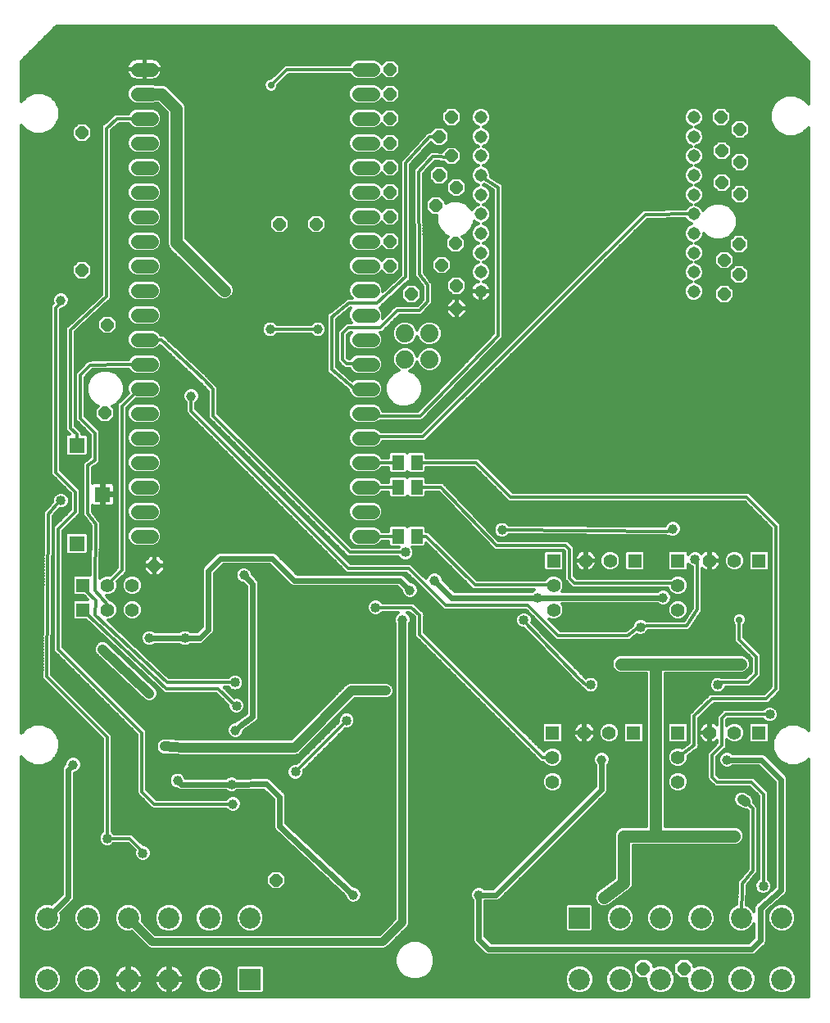
<source format=gbl>
G75*
%MOIN*%
%OFA0B0*%
%FSLAX25Y25*%
%IPPOS*%
%LPD*%
%AMOC8*
5,1,8,0,0,1.08239X$1,22.5*
%
%ADD10C,0.08600*%
%ADD11R,0.08600X0.08600*%
%ADD12C,0.05150*%
%ADD13R,0.05600X0.05600*%
%ADD14C,0.05600*%
%ADD15C,0.07400*%
%ADD16OC8,0.05150*%
%ADD17C,0.05600*%
%ADD18R,0.06496X0.06496*%
%ADD19R,0.05118X0.05906*%
%ADD20C,0.04000*%
%ADD21C,0.01200*%
%ADD22C,0.04000*%
%ADD23C,0.03962*%
%ADD24C,0.03200*%
%ADD25C,0.05000*%
%ADD26C,0.02000*%
%ADD27C,0.02400*%
%ADD28C,0.02900*%
D10*
X0107307Y0071480D03*
X0123803Y0071480D03*
X0140299Y0071480D03*
X0156795Y0071480D03*
X0173291Y0071480D03*
X0173291Y0096480D03*
X0156795Y0096480D03*
X0140299Y0096480D03*
X0123803Y0096480D03*
X0107307Y0096480D03*
X0189787Y0096480D03*
X0323842Y0071480D03*
X0340299Y0071480D03*
X0356756Y0071480D03*
X0373212Y0071480D03*
X0389669Y0071480D03*
X0406126Y0071480D03*
X0406126Y0096480D03*
X0389669Y0096480D03*
X0373212Y0096480D03*
X0356756Y0096480D03*
X0340299Y0096480D03*
D11*
X0323842Y0096480D03*
X0189787Y0071480D03*
D12*
X0283685Y0351401D03*
X0283685Y0359275D03*
X0283685Y0367149D03*
X0283685Y0375023D03*
X0283685Y0382897D03*
X0283685Y0390771D03*
X0283685Y0398645D03*
X0283685Y0406519D03*
X0283685Y0414393D03*
X0283685Y0422267D03*
X0370299Y0422267D03*
X0370299Y0414393D03*
X0370299Y0406519D03*
X0370299Y0398645D03*
X0370299Y0390771D03*
X0370299Y0382897D03*
X0370299Y0375023D03*
X0370299Y0367149D03*
X0370299Y0359275D03*
X0370299Y0351401D03*
D13*
X0363834Y0241834D03*
X0346334Y0241834D03*
X0313334Y0241834D03*
X0396834Y0241834D03*
X0396834Y0171834D03*
X0363834Y0171834D03*
X0345834Y0171834D03*
X0312834Y0171834D03*
X0121834Y0221834D03*
X0121834Y0231834D03*
D14*
X0131834Y0231834D03*
X0141834Y0231834D03*
X0141834Y0221834D03*
X0131834Y0221834D03*
X0313334Y0221834D03*
X0313334Y0231834D03*
X0326334Y0241834D03*
X0336334Y0241834D03*
X0363834Y0231834D03*
X0376834Y0241834D03*
X0386834Y0241834D03*
X0363834Y0221834D03*
X0376834Y0171834D03*
X0386834Y0171834D03*
X0363834Y0161834D03*
X0363834Y0151834D03*
X0335834Y0171834D03*
X0325834Y0171834D03*
X0312834Y0161834D03*
X0312834Y0151834D03*
D15*
X0262834Y0323834D03*
X0252834Y0323834D03*
X0252834Y0334334D03*
X0262834Y0334334D03*
D16*
X0273740Y0344401D03*
X0273795Y0353775D03*
X0267740Y0362149D03*
X0273295Y0371023D03*
X0265240Y0386397D03*
X0273795Y0393771D03*
X0266740Y0398645D03*
X0271795Y0406519D03*
X0266740Y0414433D03*
X0271795Y0422274D03*
X0246834Y0421834D03*
X0246834Y0431834D03*
X0246834Y0441834D03*
X0246834Y0411834D03*
X0246834Y0401834D03*
X0246834Y0391834D03*
X0246834Y0381834D03*
X0246834Y0371834D03*
X0246834Y0361834D03*
X0255334Y0350334D03*
X0216834Y0378834D03*
X0201834Y0378834D03*
X0131834Y0337834D03*
X0121504Y0359882D03*
X0121504Y0415882D03*
X0130756Y0301867D03*
X0150834Y0239834D03*
X0200334Y0111834D03*
X0349834Y0075834D03*
X0366334Y0075834D03*
X0382586Y0350401D03*
X0388744Y0358275D03*
X0382578Y0364149D03*
X0388744Y0370531D03*
X0389078Y0390889D03*
X0381744Y0395756D03*
X0389086Y0404137D03*
X0381744Y0408559D03*
X0389086Y0417393D03*
X0381244Y0422267D03*
D17*
X0239634Y0421834D02*
X0234034Y0421834D01*
X0234034Y0431834D02*
X0239634Y0431834D01*
X0239634Y0441834D02*
X0234034Y0441834D01*
X0234034Y0411834D02*
X0239634Y0411834D01*
X0239634Y0401834D02*
X0234034Y0401834D01*
X0234034Y0391834D02*
X0239634Y0391834D01*
X0239634Y0381834D02*
X0234034Y0381834D01*
X0234034Y0371834D02*
X0239634Y0371834D01*
X0239634Y0361834D02*
X0234034Y0361834D01*
X0234034Y0351834D02*
X0239634Y0351834D01*
X0239634Y0341834D02*
X0234034Y0341834D01*
X0234034Y0331834D02*
X0239634Y0331834D01*
X0239634Y0321834D02*
X0234034Y0321834D01*
X0234034Y0311834D02*
X0239634Y0311834D01*
X0239634Y0301834D02*
X0234034Y0301834D01*
X0234034Y0291834D02*
X0239634Y0291834D01*
X0239634Y0281834D02*
X0234034Y0281834D01*
X0234034Y0271834D02*
X0239634Y0271834D01*
X0239634Y0261834D02*
X0234034Y0261834D01*
X0234034Y0251834D02*
X0239634Y0251834D01*
X0149634Y0251834D02*
X0144034Y0251834D01*
X0144034Y0261834D02*
X0149634Y0261834D01*
X0149634Y0271834D02*
X0144034Y0271834D01*
X0144034Y0281834D02*
X0149634Y0281834D01*
X0149634Y0291834D02*
X0144034Y0291834D01*
X0144034Y0301834D02*
X0149634Y0301834D01*
X0149634Y0311834D02*
X0144034Y0311834D01*
X0144034Y0321834D02*
X0149634Y0321834D01*
X0149634Y0331834D02*
X0144034Y0331834D01*
X0144034Y0341834D02*
X0149634Y0341834D01*
X0149634Y0351834D02*
X0144034Y0351834D01*
X0144034Y0361834D02*
X0149634Y0361834D01*
X0149634Y0371834D02*
X0144034Y0371834D01*
X0144034Y0381834D02*
X0149634Y0381834D01*
X0149634Y0391834D02*
X0144034Y0391834D01*
X0144034Y0401834D02*
X0149634Y0401834D01*
X0149634Y0411834D02*
X0144034Y0411834D01*
X0144034Y0421834D02*
X0149634Y0421834D01*
X0149634Y0431834D02*
X0144034Y0431834D01*
X0144034Y0441834D02*
X0149634Y0441834D01*
D18*
X0119234Y0288834D03*
X0129834Y0268834D03*
X0119234Y0248834D03*
D19*
X0250094Y0251834D03*
X0257574Y0251834D03*
X0257574Y0271834D03*
X0250094Y0271834D03*
X0250094Y0281834D03*
X0257574Y0281834D03*
D20*
X0147834Y0188834D02*
X0129834Y0205834D01*
X0147834Y0188834D02*
X0148834Y0187834D01*
X0154984Y0166184D02*
X0162334Y0165834D01*
X0207984Y0165834D01*
X0231084Y0188934D01*
X0244884Y0188934D01*
X0356756Y0096480D02*
X0356734Y0096034D01*
X0389884Y0144684D02*
X0391384Y0143784D01*
D21*
X0096684Y0162148D02*
X0096684Y0064184D01*
X0416984Y0064184D01*
X0416984Y0161106D01*
X0415592Y0159714D01*
X0412505Y0158435D01*
X0409164Y0158435D01*
X0406077Y0159714D01*
X0403714Y0162077D01*
X0402435Y0165164D01*
X0402435Y0168505D01*
X0403714Y0171592D01*
X0406077Y0173955D01*
X0409164Y0175234D01*
X0412505Y0175234D01*
X0415592Y0173955D01*
X0416984Y0172563D01*
X0416984Y0418148D01*
X0416955Y0418077D01*
X0414592Y0415714D01*
X0411505Y0414435D01*
X0408164Y0414435D01*
X0405077Y0415714D01*
X0402714Y0418077D01*
X0401435Y0421164D01*
X0401435Y0424505D01*
X0402714Y0427592D01*
X0405077Y0429955D01*
X0408164Y0431234D01*
X0411505Y0431234D01*
X0414592Y0429955D01*
X0416955Y0427592D01*
X0416984Y0427521D01*
X0416984Y0445113D01*
X0402613Y0459484D01*
X0111056Y0459484D01*
X0096684Y0445113D01*
X0096684Y0428521D01*
X0096714Y0428592D01*
X0099077Y0430955D01*
X0102164Y0432234D01*
X0105505Y0432234D01*
X0108592Y0430955D01*
X0110955Y0428592D01*
X0112234Y0425505D01*
X0112234Y0422164D01*
X0110955Y0419077D01*
X0108592Y0416714D01*
X0105505Y0415435D01*
X0102164Y0415435D01*
X0099077Y0416714D01*
X0096714Y0419077D01*
X0096684Y0419148D01*
X0096684Y0171521D01*
X0096714Y0171592D01*
X0099077Y0173955D01*
X0102164Y0175234D01*
X0105505Y0175234D01*
X0108592Y0173955D01*
X0110955Y0171592D01*
X0112234Y0168505D01*
X0112234Y0165164D01*
X0110955Y0162077D01*
X0108592Y0159714D01*
X0105505Y0158435D01*
X0102164Y0158435D01*
X0099077Y0159714D01*
X0096714Y0162077D01*
X0096684Y0162148D01*
X0096684Y0161311D02*
X0097480Y0161311D01*
X0096684Y0160112D02*
X0098678Y0160112D01*
X0096684Y0158914D02*
X0101008Y0158914D01*
X0096684Y0157715D02*
X0113385Y0157715D01*
X0113234Y0157351D02*
X0113630Y0158307D01*
X0114362Y0159038D01*
X0114453Y0159130D01*
X0114453Y0159507D01*
X0114968Y0160750D01*
X0115919Y0161701D01*
X0117162Y0162215D01*
X0118507Y0162215D01*
X0119750Y0161701D01*
X0120701Y0160750D01*
X0121215Y0159507D01*
X0121215Y0158162D01*
X0120701Y0156919D01*
X0119750Y0155968D01*
X0118507Y0155453D01*
X0118434Y0155453D01*
X0118434Y0104490D01*
X0118038Y0103535D01*
X0112746Y0098243D01*
X0113007Y0097614D01*
X0113007Y0095346D01*
X0112139Y0093251D01*
X0110536Y0091648D01*
X0108441Y0090780D01*
X0106173Y0090780D01*
X0104078Y0091648D01*
X0102475Y0093251D01*
X0101607Y0095346D01*
X0101607Y0097614D01*
X0102475Y0099709D01*
X0104078Y0101312D01*
X0106173Y0102180D01*
X0108441Y0102180D01*
X0109069Y0101920D01*
X0113234Y0106084D01*
X0113234Y0157351D01*
X0113234Y0156517D02*
X0096684Y0156517D01*
X0096684Y0155318D02*
X0113234Y0155318D01*
X0113234Y0154120D02*
X0096684Y0154120D01*
X0096684Y0152921D02*
X0113234Y0152921D01*
X0113234Y0151723D02*
X0096684Y0151723D01*
X0096684Y0150524D02*
X0113234Y0150524D01*
X0113234Y0149326D02*
X0096684Y0149326D01*
X0096684Y0148127D02*
X0113234Y0148127D01*
X0113234Y0146929D02*
X0096684Y0146929D01*
X0096684Y0145730D02*
X0113234Y0145730D01*
X0113234Y0144532D02*
X0096684Y0144532D01*
X0096684Y0143333D02*
X0113234Y0143333D01*
X0113234Y0142135D02*
X0096684Y0142135D01*
X0096684Y0140936D02*
X0113234Y0140936D01*
X0113234Y0139738D02*
X0096684Y0139738D01*
X0096684Y0138539D02*
X0113234Y0138539D01*
X0113234Y0137341D02*
X0096684Y0137341D01*
X0096684Y0136142D02*
X0113234Y0136142D01*
X0113234Y0134944D02*
X0096684Y0134944D01*
X0096684Y0133745D02*
X0113234Y0133745D01*
X0113234Y0132546D02*
X0096684Y0132546D01*
X0096684Y0131348D02*
X0113234Y0131348D01*
X0113234Y0130149D02*
X0096684Y0130149D01*
X0096684Y0128951D02*
X0113234Y0128951D01*
X0113234Y0127752D02*
X0096684Y0127752D01*
X0096684Y0126554D02*
X0113234Y0126554D01*
X0113234Y0125355D02*
X0096684Y0125355D01*
X0096684Y0124157D02*
X0113234Y0124157D01*
X0113234Y0122958D02*
X0096684Y0122958D01*
X0096684Y0121760D02*
X0113234Y0121760D01*
X0113234Y0120561D02*
X0096684Y0120561D01*
X0096684Y0119363D02*
X0113234Y0119363D01*
X0113234Y0118164D02*
X0096684Y0118164D01*
X0096684Y0116966D02*
X0113234Y0116966D01*
X0113234Y0115767D02*
X0096684Y0115767D01*
X0096684Y0114569D02*
X0113234Y0114569D01*
X0113234Y0113370D02*
X0096684Y0113370D01*
X0096684Y0112172D02*
X0113234Y0112172D01*
X0113234Y0110973D02*
X0096684Y0110973D01*
X0096684Y0109775D02*
X0113234Y0109775D01*
X0113234Y0108576D02*
X0096684Y0108576D01*
X0096684Y0107378D02*
X0113234Y0107378D01*
X0113234Y0106179D02*
X0096684Y0106179D01*
X0096684Y0104981D02*
X0112131Y0104981D01*
X0110932Y0103782D02*
X0096684Y0103782D01*
X0096684Y0102584D02*
X0109734Y0102584D01*
X0113492Y0098988D02*
X0118672Y0098988D01*
X0118971Y0099709D02*
X0118103Y0097614D01*
X0118103Y0095346D01*
X0118971Y0093251D01*
X0120574Y0091648D01*
X0122669Y0090780D01*
X0124937Y0090780D01*
X0127032Y0091648D01*
X0128635Y0093251D01*
X0129503Y0095346D01*
X0129503Y0097614D01*
X0128635Y0099709D01*
X0127032Y0101312D01*
X0124937Y0102180D01*
X0122669Y0102180D01*
X0120574Y0101312D01*
X0118971Y0099709D01*
X0119448Y0100187D02*
X0114690Y0100187D01*
X0115889Y0101385D02*
X0120750Y0101385D01*
X0118141Y0103782D02*
X0229105Y0103782D01*
X0228968Y0103919D02*
X0229919Y0102968D01*
X0231162Y0102453D01*
X0232507Y0102453D01*
X0233750Y0102968D01*
X0234701Y0103919D01*
X0235215Y0105162D01*
X0235215Y0106507D01*
X0234701Y0107750D01*
X0233750Y0108701D01*
X0232507Y0109215D01*
X0232022Y0109215D01*
X0204434Y0134964D01*
X0204434Y0145343D01*
X0204444Y0145367D01*
X0204434Y0145859D01*
X0204434Y0146351D01*
X0204424Y0146375D01*
X0204424Y0146401D01*
X0204227Y0146853D01*
X0204038Y0147307D01*
X0204020Y0147325D01*
X0204010Y0147349D01*
X0203655Y0147691D01*
X0203307Y0148038D01*
X0203283Y0148048D01*
X0198349Y0152797D01*
X0197992Y0153149D01*
X0197976Y0153155D01*
X0197964Y0153166D01*
X0197498Y0153349D01*
X0197033Y0153538D01*
X0197017Y0153538D01*
X0197001Y0153544D01*
X0196500Y0153534D01*
X0184501Y0153450D01*
X0184250Y0153701D01*
X0183007Y0154215D01*
X0181662Y0154215D01*
X0180419Y0153701D01*
X0180153Y0153434D01*
X0163538Y0153434D01*
X0163201Y0154250D01*
X0162250Y0155201D01*
X0161007Y0155715D01*
X0159662Y0155715D01*
X0158419Y0155201D01*
X0157468Y0154250D01*
X0156953Y0153007D01*
X0156953Y0151662D01*
X0157468Y0150419D01*
X0158419Y0149468D01*
X0159662Y0148953D01*
X0160038Y0148953D01*
X0160362Y0148630D01*
X0161317Y0148234D01*
X0180153Y0148234D01*
X0180419Y0147968D01*
X0181662Y0147453D01*
X0183007Y0147453D01*
X0184250Y0147968D01*
X0184531Y0148250D01*
X0195494Y0148327D01*
X0199234Y0144728D01*
X0199234Y0134305D01*
X0199218Y0134262D01*
X0199234Y0133789D01*
X0199234Y0133317D01*
X0199252Y0133274D01*
X0199254Y0133228D01*
X0199449Y0132798D01*
X0199630Y0132362D01*
X0199663Y0132329D01*
X0199682Y0132286D01*
X0200028Y0131964D01*
X0200362Y0131630D01*
X0200404Y0131612D01*
X0228453Y0105434D01*
X0228453Y0105162D01*
X0228968Y0103919D01*
X0228528Y0104981D02*
X0118434Y0104981D01*
X0118434Y0106179D02*
X0227654Y0106179D01*
X0226370Y0107378D02*
X0118434Y0107378D01*
X0118434Y0108576D02*
X0197971Y0108576D01*
X0198688Y0107860D02*
X0201981Y0107860D01*
X0204309Y0110188D01*
X0204309Y0113481D01*
X0201981Y0115809D01*
X0198688Y0115809D01*
X0196360Y0113481D01*
X0196360Y0110188D01*
X0198688Y0107860D01*
X0196773Y0109775D02*
X0118434Y0109775D01*
X0118434Y0110973D02*
X0196360Y0110973D01*
X0196360Y0112172D02*
X0118434Y0112172D01*
X0118434Y0113370D02*
X0196360Y0113370D01*
X0197448Y0114569D02*
X0118434Y0114569D01*
X0118434Y0115767D02*
X0198646Y0115767D01*
X0202023Y0115767D02*
X0217381Y0115767D01*
X0218665Y0114569D02*
X0203221Y0114569D01*
X0204309Y0113370D02*
X0219950Y0113370D01*
X0221234Y0112172D02*
X0204309Y0112172D01*
X0204309Y0110973D02*
X0222518Y0110973D01*
X0223802Y0109775D02*
X0203896Y0109775D01*
X0202697Y0108576D02*
X0225086Y0108576D01*
X0228855Y0112172D02*
X0248834Y0112172D01*
X0248834Y0113370D02*
X0227571Y0113370D01*
X0226286Y0114569D02*
X0248834Y0114569D01*
X0248834Y0115767D02*
X0225002Y0115767D01*
X0223718Y0116966D02*
X0248834Y0116966D01*
X0248834Y0118164D02*
X0222434Y0118164D01*
X0221150Y0119363D02*
X0248834Y0119363D01*
X0248834Y0120561D02*
X0219866Y0120561D01*
X0218582Y0121760D02*
X0248834Y0121760D01*
X0248834Y0122958D02*
X0217298Y0122958D01*
X0216013Y0124157D02*
X0248834Y0124157D01*
X0248834Y0125355D02*
X0214729Y0125355D01*
X0213445Y0126554D02*
X0248834Y0126554D01*
X0248834Y0127752D02*
X0212161Y0127752D01*
X0210877Y0128951D02*
X0248834Y0128951D01*
X0248834Y0130149D02*
X0209593Y0130149D01*
X0208309Y0131348D02*
X0248834Y0131348D01*
X0248834Y0132546D02*
X0207025Y0132546D01*
X0205741Y0133745D02*
X0248834Y0133745D01*
X0248834Y0134944D02*
X0204456Y0134944D01*
X0204434Y0136142D02*
X0248834Y0136142D01*
X0248834Y0137341D02*
X0204434Y0137341D01*
X0204434Y0138539D02*
X0248834Y0138539D01*
X0248834Y0139738D02*
X0204434Y0139738D01*
X0204434Y0140936D02*
X0248834Y0140936D01*
X0248834Y0142135D02*
X0204434Y0142135D01*
X0204434Y0143333D02*
X0248834Y0143333D01*
X0248834Y0144532D02*
X0204434Y0144532D01*
X0204437Y0145730D02*
X0248834Y0145730D01*
X0248834Y0146929D02*
X0204195Y0146929D01*
X0203201Y0148127D02*
X0248834Y0148127D01*
X0248834Y0149326D02*
X0201956Y0149326D01*
X0200710Y0150524D02*
X0248834Y0150524D01*
X0248834Y0151723D02*
X0199465Y0151723D01*
X0198222Y0152921D02*
X0206503Y0152921D01*
X0206308Y0153002D02*
X0207558Y0152484D01*
X0208911Y0152484D01*
X0210160Y0153002D01*
X0211117Y0153958D01*
X0211634Y0155208D01*
X0211634Y0156456D01*
X0228563Y0173384D01*
X0229811Y0173384D01*
X0231060Y0173902D01*
X0232017Y0174858D01*
X0232534Y0176108D01*
X0232534Y0177461D01*
X0232017Y0178710D01*
X0231060Y0179667D01*
X0229811Y0180184D01*
X0228458Y0180184D01*
X0227208Y0179667D01*
X0226252Y0178710D01*
X0225734Y0177461D01*
X0225734Y0176213D01*
X0208806Y0159284D01*
X0207558Y0159284D01*
X0206308Y0158767D01*
X0205352Y0157810D01*
X0204834Y0156561D01*
X0204834Y0155208D01*
X0205352Y0153958D01*
X0206308Y0153002D01*
X0205285Y0154120D02*
X0183238Y0154120D01*
X0181431Y0154120D02*
X0163254Y0154120D01*
X0161966Y0155318D02*
X0204834Y0155318D01*
X0204834Y0156517D02*
X0147834Y0156517D01*
X0147834Y0157715D02*
X0205313Y0157715D01*
X0206663Y0158914D02*
X0147834Y0158914D01*
X0147834Y0160112D02*
X0209634Y0160112D01*
X0210832Y0161311D02*
X0147834Y0161311D01*
X0147834Y0162509D02*
X0160679Y0162509D01*
X0161581Y0162466D02*
X0161658Y0162434D01*
X0162253Y0162434D01*
X0162848Y0162406D01*
X0162927Y0162434D01*
X0208661Y0162434D01*
X0209910Y0162952D01*
X0210867Y0163908D01*
X0210867Y0163908D01*
X0232493Y0185534D01*
X0244208Y0185534D01*
X0245561Y0185534D01*
X0246810Y0186052D01*
X0247767Y0187008D01*
X0248284Y0188258D01*
X0248284Y0189611D01*
X0247767Y0190860D01*
X0246810Y0191817D01*
X0245561Y0192334D01*
X0230408Y0192334D01*
X0229158Y0191817D01*
X0228202Y0190860D01*
X0206576Y0169234D01*
X0162415Y0169234D01*
X0155738Y0169552D01*
X0155661Y0169584D01*
X0155065Y0169584D01*
X0154470Y0169613D01*
X0154392Y0169584D01*
X0154308Y0169584D01*
X0153758Y0169356D01*
X0153198Y0169155D01*
X0153136Y0169099D01*
X0153058Y0169067D01*
X0152637Y0168646D01*
X0152197Y0168245D01*
X0152161Y0168169D01*
X0152102Y0168110D01*
X0151874Y0167560D01*
X0151620Y0167022D01*
X0151616Y0166938D01*
X0151584Y0166861D01*
X0151584Y0166265D01*
X0151556Y0165670D01*
X0151584Y0165592D01*
X0151584Y0165508D01*
X0151812Y0164958D01*
X0152014Y0164398D01*
X0152070Y0164336D01*
X0152102Y0164258D01*
X0152523Y0163837D01*
X0152923Y0163397D01*
X0152999Y0163361D01*
X0153058Y0163302D01*
X0153608Y0163074D01*
X0154147Y0162820D01*
X0154231Y0162816D01*
X0154308Y0162784D01*
X0154903Y0162784D01*
X0161581Y0162466D01*
X0152641Y0163708D02*
X0147834Y0163708D01*
X0147834Y0164906D02*
X0151831Y0164906D01*
X0151577Y0166105D02*
X0147834Y0166105D01*
X0147834Y0167303D02*
X0151753Y0167303D01*
X0152479Y0168502D02*
X0147834Y0168502D01*
X0147834Y0169700D02*
X0182565Y0169700D01*
X0183162Y0169453D02*
X0184507Y0169453D01*
X0185750Y0169968D01*
X0186701Y0170919D01*
X0187215Y0172162D01*
X0187215Y0172538D01*
X0187506Y0172829D01*
X0192084Y0175988D01*
X0192307Y0176080D01*
X0192506Y0176279D01*
X0192737Y0176438D01*
X0192868Y0176641D01*
X0193038Y0176812D01*
X0193146Y0177071D01*
X0193298Y0177307D01*
X0193342Y0177544D01*
X0193434Y0177767D01*
X0193434Y0178048D01*
X0193485Y0178324D01*
X0193434Y0178560D01*
X0193434Y0232901D01*
X0193038Y0233857D01*
X0192307Y0234588D01*
X0190665Y0236230D01*
X0190665Y0236607D01*
X0190151Y0237850D01*
X0189200Y0238801D01*
X0187957Y0239315D01*
X0186612Y0239315D01*
X0185369Y0238801D01*
X0184418Y0237850D01*
X0183903Y0236607D01*
X0183903Y0235262D01*
X0184418Y0234019D01*
X0185369Y0233068D01*
X0186612Y0232553D01*
X0186988Y0232553D01*
X0188234Y0231307D01*
X0188234Y0179649D01*
X0184585Y0177131D01*
X0184362Y0177038D01*
X0184163Y0176840D01*
X0183932Y0176681D01*
X0183801Y0176478D01*
X0183538Y0176215D01*
X0183162Y0176215D01*
X0181919Y0175701D01*
X0180968Y0174750D01*
X0180453Y0173507D01*
X0180453Y0172162D01*
X0180968Y0170919D01*
X0181919Y0169968D01*
X0183162Y0169453D01*
X0185103Y0169700D02*
X0207042Y0169700D01*
X0208241Y0170899D02*
X0186680Y0170899D01*
X0187189Y0172097D02*
X0209439Y0172097D01*
X0210638Y0173296D02*
X0188183Y0173296D01*
X0189920Y0174494D02*
X0211836Y0174494D01*
X0213035Y0175693D02*
X0191657Y0175693D01*
X0193072Y0176891D02*
X0214233Y0176891D01*
X0215432Y0178090D02*
X0193442Y0178090D01*
X0193434Y0179288D02*
X0216630Y0179288D01*
X0217829Y0180487D02*
X0193434Y0180487D01*
X0193434Y0181685D02*
X0219027Y0181685D01*
X0220226Y0182884D02*
X0193434Y0182884D01*
X0193434Y0184082D02*
X0221424Y0184082D01*
X0222623Y0185281D02*
X0193434Y0185281D01*
X0193434Y0186479D02*
X0223821Y0186479D01*
X0225020Y0187678D02*
X0193434Y0187678D01*
X0193434Y0188877D02*
X0226218Y0188877D01*
X0227417Y0190075D02*
X0193434Y0190075D01*
X0193434Y0191274D02*
X0228615Y0191274D01*
X0228202Y0190860D02*
X0228202Y0190860D01*
X0232239Y0185281D02*
X0248834Y0185281D01*
X0248834Y0186479D02*
X0247238Y0186479D01*
X0248044Y0187678D02*
X0248834Y0187678D01*
X0248834Y0188877D02*
X0248284Y0188877D01*
X0248092Y0190075D02*
X0248834Y0190075D01*
X0248834Y0191274D02*
X0247353Y0191274D01*
X0248834Y0192472D02*
X0193434Y0192472D01*
X0193434Y0193671D02*
X0248834Y0193671D01*
X0248834Y0194869D02*
X0193434Y0194869D01*
X0193434Y0196068D02*
X0248834Y0196068D01*
X0248834Y0197266D02*
X0193434Y0197266D01*
X0193434Y0198465D02*
X0248834Y0198465D01*
X0248834Y0199663D02*
X0193434Y0199663D01*
X0193434Y0200862D02*
X0248834Y0200862D01*
X0248834Y0202060D02*
X0193434Y0202060D01*
X0193434Y0203259D02*
X0248834Y0203259D01*
X0248834Y0204457D02*
X0193434Y0204457D01*
X0193434Y0205656D02*
X0248834Y0205656D01*
X0248834Y0206854D02*
X0193434Y0206854D01*
X0193434Y0208053D02*
X0248834Y0208053D01*
X0248834Y0209251D02*
X0193434Y0209251D01*
X0193434Y0210450D02*
X0248834Y0210450D01*
X0248834Y0211648D02*
X0193434Y0211648D01*
X0193434Y0212847D02*
X0248834Y0212847D01*
X0248834Y0214045D02*
X0193434Y0214045D01*
X0193434Y0215244D02*
X0248834Y0215244D01*
X0248834Y0216242D02*
X0248834Y0096077D01*
X0242592Y0089834D01*
X0151187Y0089834D01*
X0145904Y0095117D01*
X0145999Y0095346D01*
X0145999Y0097614D01*
X0145131Y0099709D01*
X0143528Y0101312D01*
X0141433Y0102180D01*
X0139165Y0102180D01*
X0137070Y0101312D01*
X0135467Y0099709D01*
X0134599Y0097614D01*
X0134599Y0095346D01*
X0135467Y0093251D01*
X0137070Y0091648D01*
X0139165Y0090780D01*
X0141433Y0090780D01*
X0141661Y0090875D01*
X0148245Y0084291D01*
X0149348Y0083834D01*
X0244431Y0083834D01*
X0245534Y0084291D01*
X0246378Y0085135D01*
X0254378Y0093135D01*
X0254834Y0094238D01*
X0254834Y0216242D01*
X0255215Y0217162D01*
X0255215Y0218507D01*
X0254701Y0219750D01*
X0253750Y0220701D01*
X0253642Y0220745D01*
X0254523Y0220739D01*
X0256834Y0218877D01*
X0256834Y0211006D01*
X0306834Y0161006D01*
X0308006Y0159834D01*
X0309117Y0159834D01*
X0309274Y0159455D01*
X0310455Y0158274D01*
X0311999Y0157634D01*
X0313670Y0157634D01*
X0315213Y0158274D01*
X0316395Y0159455D01*
X0317034Y0160999D01*
X0317034Y0162670D01*
X0316395Y0164213D01*
X0315213Y0165395D01*
X0313670Y0166034D01*
X0311999Y0166034D01*
X0310455Y0165395D01*
X0309279Y0164218D01*
X0260834Y0212663D01*
X0260834Y0219129D01*
X0260912Y0219225D01*
X0260834Y0219942D01*
X0260834Y0220663D01*
X0260747Y0220750D01*
X0260734Y0220872D01*
X0260173Y0221324D01*
X0259663Y0221834D01*
X0259540Y0221834D01*
X0256578Y0224220D01*
X0256077Y0224728D01*
X0255946Y0224729D01*
X0255844Y0224812D01*
X0255134Y0224735D01*
X0243662Y0224815D01*
X0242760Y0225717D01*
X0241511Y0226234D01*
X0240158Y0226234D01*
X0238908Y0225717D01*
X0237952Y0224760D01*
X0237434Y0223511D01*
X0237434Y0222158D01*
X0237952Y0220908D01*
X0238908Y0219952D01*
X0240158Y0219434D01*
X0241511Y0219434D01*
X0242760Y0219952D01*
X0243623Y0220815D01*
X0250087Y0220770D01*
X0249919Y0220701D01*
X0248968Y0219750D01*
X0248453Y0218507D01*
X0248453Y0217162D01*
X0248834Y0216242D01*
X0248751Y0216442D02*
X0193434Y0216442D01*
X0193434Y0217641D02*
X0248453Y0217641D01*
X0248591Y0218839D02*
X0193434Y0218839D01*
X0193434Y0220038D02*
X0238822Y0220038D01*
X0237816Y0221236D02*
X0193434Y0221236D01*
X0193434Y0222435D02*
X0237434Y0222435D01*
X0237485Y0223633D02*
X0193434Y0223633D01*
X0193434Y0224832D02*
X0238024Y0224832D01*
X0239666Y0226030D02*
X0193434Y0226030D01*
X0193434Y0227229D02*
X0252658Y0227229D01*
X0252919Y0226968D02*
X0251968Y0227919D01*
X0251453Y0229162D01*
X0251453Y0229538D01*
X0249757Y0231234D01*
X0207317Y0231234D01*
X0206362Y0231630D01*
X0197757Y0240234D01*
X0178911Y0240234D01*
X0175434Y0236757D01*
X0175434Y0213317D01*
X0175038Y0212362D01*
X0171538Y0208862D01*
X0170807Y0208130D01*
X0169851Y0207734D01*
X0165516Y0207734D01*
X0165250Y0207468D01*
X0164007Y0206953D01*
X0162662Y0206953D01*
X0161419Y0207468D01*
X0161153Y0207734D01*
X0151016Y0207734D01*
X0150750Y0207468D01*
X0149507Y0206953D01*
X0148162Y0206953D01*
X0146919Y0207468D01*
X0145968Y0208419D01*
X0145453Y0209662D01*
X0145453Y0211007D01*
X0145968Y0212250D01*
X0146919Y0213201D01*
X0148162Y0213715D01*
X0149507Y0213715D01*
X0150750Y0213201D01*
X0151016Y0212934D01*
X0161153Y0212934D01*
X0161419Y0213201D01*
X0162662Y0213715D01*
X0164007Y0213715D01*
X0165250Y0213201D01*
X0165516Y0212934D01*
X0168257Y0212934D01*
X0170234Y0214911D01*
X0170234Y0238351D01*
X0170630Y0239307D01*
X0171362Y0240038D01*
X0176362Y0245038D01*
X0177317Y0245434D01*
X0199351Y0245434D01*
X0200307Y0245038D01*
X0201038Y0244307D01*
X0208911Y0236434D01*
X0251351Y0236434D01*
X0252307Y0236038D01*
X0253038Y0235307D01*
X0255130Y0233215D01*
X0255507Y0233215D01*
X0256750Y0232701D01*
X0257701Y0231750D01*
X0258215Y0230507D01*
X0258215Y0229162D01*
X0257701Y0227919D01*
X0256750Y0226968D01*
X0255507Y0226453D01*
X0254162Y0226453D01*
X0252919Y0226968D01*
X0251757Y0228427D02*
X0193434Y0228427D01*
X0193434Y0229626D02*
X0251366Y0229626D01*
X0250167Y0230824D02*
X0193434Y0230824D01*
X0193434Y0232023D02*
X0205969Y0232023D01*
X0204770Y0233221D02*
X0193302Y0233221D01*
X0192476Y0234420D02*
X0203572Y0234420D01*
X0202373Y0235618D02*
X0191277Y0235618D01*
X0190578Y0236817D02*
X0201175Y0236817D01*
X0199976Y0238015D02*
X0189985Y0238015D01*
X0188202Y0239214D02*
X0198778Y0239214D01*
X0202536Y0242810D02*
X0223031Y0242810D01*
X0221832Y0244008D02*
X0201338Y0244008D01*
X0199901Y0245207D02*
X0220634Y0245207D01*
X0219435Y0246405D02*
X0139834Y0246405D01*
X0139834Y0245207D02*
X0176767Y0245207D01*
X0175331Y0244008D02*
X0152565Y0244008D01*
X0152564Y0244009D02*
X0151022Y0244009D01*
X0151022Y0240022D01*
X0155009Y0240022D01*
X0155009Y0241564D01*
X0152564Y0244009D01*
X0151022Y0244008D02*
X0150647Y0244008D01*
X0150647Y0244009D02*
X0149105Y0244009D01*
X0146660Y0241564D01*
X0146660Y0240022D01*
X0150647Y0240022D01*
X0150647Y0244009D01*
X0150647Y0242810D02*
X0151022Y0242810D01*
X0151022Y0241611D02*
X0150647Y0241611D01*
X0150647Y0240412D02*
X0151022Y0240412D01*
X0151022Y0240022D02*
X0150647Y0240022D01*
X0150647Y0239647D01*
X0151022Y0239647D01*
X0151022Y0240022D01*
X0151022Y0239647D02*
X0155009Y0239647D01*
X0155009Y0238105D01*
X0152564Y0235660D01*
X0151022Y0235660D01*
X0151022Y0239647D01*
X0150647Y0239647D02*
X0150647Y0235660D01*
X0149105Y0235660D01*
X0146660Y0238105D01*
X0146659Y0239647D01*
X0150647Y0239647D01*
X0150647Y0239214D02*
X0151022Y0239214D01*
X0151022Y0238015D02*
X0150647Y0238015D01*
X0150647Y0236817D02*
X0151022Y0236817D01*
X0153721Y0236817D02*
X0170234Y0236817D01*
X0170234Y0238015D02*
X0154920Y0238015D01*
X0155009Y0239214D02*
X0170592Y0239214D01*
X0171736Y0240412D02*
X0155009Y0240412D01*
X0154962Y0241611D02*
X0172934Y0241611D01*
X0174133Y0242810D02*
X0153763Y0242810D01*
X0149104Y0244008D02*
X0139834Y0244008D01*
X0139834Y0242810D02*
X0147905Y0242810D01*
X0146707Y0241611D02*
X0139834Y0241611D01*
X0139834Y0240412D02*
X0146660Y0240412D01*
X0146659Y0239214D02*
X0139834Y0239214D01*
X0139834Y0238015D02*
X0146749Y0238015D01*
X0147948Y0236817D02*
X0139445Y0236817D01*
X0139834Y0237206D02*
X0139834Y0304006D01*
X0143463Y0307634D01*
X0150470Y0307634D01*
X0152013Y0308274D01*
X0153195Y0309455D01*
X0153834Y0310999D01*
X0153834Y0312670D01*
X0153195Y0314213D01*
X0152013Y0315395D01*
X0150470Y0316034D01*
X0143199Y0316034D01*
X0141655Y0315395D01*
X0140474Y0314213D01*
X0139834Y0312670D01*
X0139834Y0310999D01*
X0140226Y0310054D01*
X0135834Y0305663D01*
X0135834Y0238863D01*
X0132907Y0235936D01*
X0132670Y0236034D01*
X0130999Y0236034D01*
X0129455Y0235395D01*
X0128812Y0234752D01*
X0128933Y0256473D01*
X0129038Y0257144D01*
X0128938Y0257281D01*
X0128939Y0257452D01*
X0128462Y0257934D01*
X0125834Y0261536D01*
X0125834Y0264173D01*
X0125969Y0264095D01*
X0126376Y0263986D01*
X0129352Y0263986D01*
X0129352Y0268352D01*
X0130317Y0268352D01*
X0130317Y0269317D01*
X0129352Y0269317D01*
X0129352Y0273682D01*
X0126376Y0273682D01*
X0125969Y0273573D01*
X0125834Y0273496D01*
X0125834Y0279764D01*
X0127440Y0280834D01*
X0127663Y0280834D01*
X0128108Y0281280D01*
X0128633Y0281630D01*
X0128677Y0281848D01*
X0128834Y0282006D01*
X0128834Y0282636D01*
X0128958Y0283254D01*
X0128834Y0283440D01*
X0128834Y0294663D01*
X0127663Y0295834D01*
X0122834Y0300663D01*
X0122834Y0316492D01*
X0125671Y0319507D01*
X0137861Y0319834D01*
X0140317Y0319834D01*
X0140474Y0319455D01*
X0141655Y0318274D01*
X0143199Y0317634D01*
X0150470Y0317634D01*
X0152013Y0318274D01*
X0153195Y0319455D01*
X0153834Y0320999D01*
X0153834Y0322670D01*
X0153195Y0324213D01*
X0152013Y0325395D01*
X0150470Y0326034D01*
X0143199Y0326034D01*
X0141655Y0325395D01*
X0140474Y0324213D01*
X0140317Y0323834D01*
X0138631Y0323834D01*
X0138609Y0323856D01*
X0137807Y0323834D01*
X0137006Y0323834D01*
X0136984Y0323812D01*
X0125554Y0323506D01*
X0125551Y0323509D01*
X0124726Y0323483D01*
X0123903Y0323461D01*
X0123899Y0323458D01*
X0123895Y0323458D01*
X0123330Y0322857D01*
X0122763Y0322259D01*
X0122763Y0322254D01*
X0119398Y0318677D01*
X0118834Y0318113D01*
X0118834Y0318077D01*
X0118834Y0334963D01*
X0132021Y0347234D01*
X0132063Y0347234D01*
X0132623Y0347795D01*
X0133203Y0348335D01*
X0133205Y0348376D01*
X0133234Y0348406D01*
X0133234Y0349198D01*
X0133263Y0349990D01*
X0133234Y0350021D01*
X0133234Y0416923D01*
X0136582Y0419834D01*
X0140317Y0419834D01*
X0140474Y0419455D01*
X0141655Y0418274D01*
X0143199Y0417634D01*
X0150470Y0417634D01*
X0152013Y0418274D01*
X0153195Y0419455D01*
X0153834Y0420999D01*
X0153834Y0422670D01*
X0153195Y0424213D01*
X0152013Y0425395D01*
X0150470Y0426034D01*
X0143199Y0426034D01*
X0141655Y0425395D01*
X0140474Y0424213D01*
X0140317Y0423834D01*
X0135904Y0423834D01*
X0135147Y0423887D01*
X0135086Y0423834D01*
X0135006Y0423834D01*
X0134469Y0423298D01*
X0130486Y0419834D01*
X0130406Y0419834D01*
X0129869Y0419298D01*
X0129297Y0418800D01*
X0129291Y0418720D01*
X0129234Y0418663D01*
X0129234Y0417904D01*
X0129182Y0417147D01*
X0129234Y0417086D01*
X0129234Y0350105D01*
X0116048Y0337834D01*
X0116006Y0337834D01*
X0115445Y0337274D01*
X0114865Y0336734D01*
X0114864Y0336692D01*
X0114834Y0336663D01*
X0114834Y0335870D01*
X0114806Y0335078D01*
X0114834Y0335048D01*
X0114834Y0295006D01*
X0116358Y0293482D01*
X0115406Y0293482D01*
X0114586Y0292662D01*
X0114586Y0285006D01*
X0115406Y0284186D01*
X0123062Y0284186D01*
X0123882Y0285006D01*
X0123882Y0292662D01*
X0123062Y0293482D01*
X0121234Y0293482D01*
X0121234Y0294263D01*
X0120063Y0295434D01*
X0118834Y0296663D01*
X0118834Y0317254D01*
X0118834Y0317254D01*
X0118834Y0299006D01*
X0124834Y0293006D01*
X0124834Y0283905D01*
X0123229Y0282834D01*
X0123006Y0282834D01*
X0122560Y0282389D01*
X0122036Y0282039D01*
X0121992Y0281820D01*
X0121834Y0281663D01*
X0121834Y0281032D01*
X0121711Y0280414D01*
X0121834Y0280229D01*
X0121834Y0261040D01*
X0121730Y0260375D01*
X0121834Y0260232D01*
X0121834Y0260056D01*
X0122310Y0259580D01*
X0124931Y0255987D01*
X0124819Y0236034D01*
X0118454Y0236034D01*
X0117634Y0235214D01*
X0117634Y0228454D01*
X0118454Y0227634D01*
X0122156Y0227634D01*
X0123756Y0226034D01*
X0118454Y0226034D01*
X0117634Y0225214D01*
X0117634Y0218454D01*
X0118454Y0217634D01*
X0123114Y0217634D01*
X0154243Y0188347D01*
X0154811Y0187782D01*
X0154843Y0187782D01*
X0154867Y0187760D01*
X0155667Y0187784D01*
X0176008Y0187832D01*
X0180834Y0183006D01*
X0180834Y0182108D01*
X0181352Y0180858D01*
X0182308Y0179902D01*
X0183558Y0179384D01*
X0184911Y0179384D01*
X0186160Y0179902D01*
X0187117Y0180858D01*
X0187634Y0182108D01*
X0187634Y0183461D01*
X0187117Y0184710D01*
X0186160Y0185667D01*
X0184911Y0186184D01*
X0183558Y0186184D01*
X0183385Y0186112D01*
X0179264Y0190233D01*
X0179754Y0190231D01*
X0179758Y0190234D01*
X0180926Y0190234D01*
X0181808Y0189352D01*
X0183058Y0188834D01*
X0184411Y0188834D01*
X0185660Y0189352D01*
X0186617Y0190308D01*
X0187134Y0191558D01*
X0187134Y0192911D01*
X0186617Y0194160D01*
X0185660Y0195117D01*
X0184411Y0195634D01*
X0183058Y0195634D01*
X0181808Y0195117D01*
X0180926Y0194234D01*
X0178937Y0194234D01*
X0156829Y0194331D01*
X0131995Y0217634D01*
X0132670Y0217634D01*
X0134213Y0218274D01*
X0135395Y0219455D01*
X0136034Y0220999D01*
X0136034Y0222670D01*
X0135395Y0224213D01*
X0134213Y0225395D01*
X0132670Y0226034D01*
X0132602Y0226034D01*
X0131227Y0227634D01*
X0132670Y0227634D01*
X0134213Y0228274D01*
X0135395Y0229455D01*
X0136034Y0230999D01*
X0136034Y0232670D01*
X0135819Y0233190D01*
X0138663Y0236034D01*
X0139834Y0237206D01*
X0139995Y0235618D02*
X0138247Y0235618D01*
X0138480Y0234420D02*
X0137048Y0234420D01*
X0138274Y0234213D02*
X0137634Y0232670D01*
X0137634Y0230999D01*
X0138274Y0229455D01*
X0139455Y0228274D01*
X0140999Y0227634D01*
X0142670Y0227634D01*
X0144213Y0228274D01*
X0145395Y0229455D01*
X0146034Y0230999D01*
X0146034Y0232670D01*
X0145395Y0234213D01*
X0144213Y0235395D01*
X0142670Y0236034D01*
X0140999Y0236034D01*
X0139455Y0235395D01*
X0138274Y0234213D01*
X0137863Y0233221D02*
X0135850Y0233221D01*
X0136034Y0232023D02*
X0137634Y0232023D01*
X0137707Y0230824D02*
X0135962Y0230824D01*
X0135466Y0229626D02*
X0138203Y0229626D01*
X0139302Y0228427D02*
X0134367Y0228427D01*
X0132679Y0226030D02*
X0140989Y0226030D01*
X0140999Y0226034D02*
X0139455Y0225395D01*
X0138274Y0224213D01*
X0137634Y0222670D01*
X0137634Y0220999D01*
X0138274Y0219455D01*
X0139455Y0218274D01*
X0140999Y0217634D01*
X0142670Y0217634D01*
X0144213Y0218274D01*
X0145395Y0219455D01*
X0146034Y0220999D01*
X0146034Y0222670D01*
X0145395Y0224213D01*
X0144213Y0225395D01*
X0142670Y0226034D01*
X0140999Y0226034D01*
X0142679Y0226030D02*
X0170234Y0226030D01*
X0170234Y0224832D02*
X0144776Y0224832D01*
X0145635Y0223633D02*
X0170234Y0223633D01*
X0170234Y0222435D02*
X0146034Y0222435D01*
X0146034Y0221236D02*
X0170234Y0221236D01*
X0170234Y0220038D02*
X0145636Y0220038D01*
X0144779Y0218839D02*
X0170234Y0218839D01*
X0170234Y0217641D02*
X0142685Y0217641D01*
X0140983Y0217641D02*
X0132685Y0217641D01*
X0133265Y0216442D02*
X0170234Y0216442D01*
X0170234Y0215244D02*
X0134543Y0215244D01*
X0135820Y0214045D02*
X0169368Y0214045D01*
X0173127Y0210450D02*
X0188234Y0210450D01*
X0188234Y0211648D02*
X0174325Y0211648D01*
X0175239Y0212847D02*
X0188234Y0212847D01*
X0188234Y0214045D02*
X0175434Y0214045D01*
X0175434Y0215244D02*
X0188234Y0215244D01*
X0188234Y0216442D02*
X0175434Y0216442D01*
X0175434Y0217641D02*
X0188234Y0217641D01*
X0188234Y0218839D02*
X0175434Y0218839D01*
X0175434Y0220038D02*
X0188234Y0220038D01*
X0188234Y0221236D02*
X0175434Y0221236D01*
X0175434Y0222435D02*
X0188234Y0222435D01*
X0188234Y0223633D02*
X0175434Y0223633D01*
X0175434Y0224832D02*
X0188234Y0224832D01*
X0188234Y0226030D02*
X0175434Y0226030D01*
X0175434Y0227229D02*
X0188234Y0227229D01*
X0188234Y0228427D02*
X0175434Y0228427D01*
X0175434Y0229626D02*
X0188234Y0229626D01*
X0188234Y0230824D02*
X0175434Y0230824D01*
X0175434Y0232023D02*
X0187519Y0232023D01*
X0185216Y0233221D02*
X0175434Y0233221D01*
X0175434Y0234420D02*
X0184252Y0234420D01*
X0183903Y0235618D02*
X0175434Y0235618D01*
X0175494Y0236817D02*
X0183990Y0236817D01*
X0184584Y0238015D02*
X0176692Y0238015D01*
X0177891Y0239214D02*
X0186367Y0239214D01*
X0203735Y0241611D02*
X0224229Y0241611D01*
X0225428Y0240412D02*
X0204933Y0240412D01*
X0206132Y0239214D02*
X0226626Y0239214D01*
X0227825Y0238015D02*
X0207330Y0238015D01*
X0208529Y0236817D02*
X0253523Y0236817D01*
X0253506Y0236834D02*
X0267334Y0223006D01*
X0268506Y0221834D01*
X0301996Y0221834D01*
X0313134Y0210515D01*
X0313134Y0210506D01*
X0313714Y0209926D01*
X0314290Y0209341D01*
X0314299Y0209341D01*
X0314306Y0209334D01*
X0315126Y0209334D01*
X0315947Y0209328D01*
X0315953Y0209334D01*
X0343205Y0209334D01*
X0343898Y0209244D01*
X0344015Y0209334D01*
X0344163Y0209334D01*
X0344657Y0209829D01*
X0347167Y0211762D01*
X0347958Y0211434D01*
X0349311Y0211434D01*
X0350560Y0211952D01*
X0351517Y0212908D01*
X0351673Y0213285D01*
X0366720Y0213332D01*
X0366892Y0213215D01*
X0367525Y0213335D01*
X0368169Y0213337D01*
X0368316Y0213484D01*
X0368520Y0213523D01*
X0368883Y0214055D01*
X0369337Y0214512D01*
X0369336Y0214720D01*
X0373381Y0220653D01*
X0373834Y0221106D01*
X0373834Y0221317D01*
X0373953Y0221492D01*
X0373834Y0222122D01*
X0373834Y0238612D01*
X0373968Y0238478D01*
X0374528Y0238071D01*
X0375145Y0237757D01*
X0375804Y0237543D01*
X0376488Y0237434D01*
X0376534Y0237434D01*
X0376534Y0241534D01*
X0377134Y0241534D01*
X0377134Y0237434D01*
X0377181Y0237434D01*
X0377865Y0237543D01*
X0378523Y0237757D01*
X0379140Y0238071D01*
X0379701Y0238478D01*
X0380190Y0238968D01*
X0380598Y0239528D01*
X0380912Y0240145D01*
X0381126Y0240804D01*
X0381234Y0241488D01*
X0381234Y0241534D01*
X0377134Y0241534D01*
X0377134Y0242134D01*
X0376534Y0242134D01*
X0376534Y0246234D01*
X0376488Y0246234D01*
X0375804Y0246126D01*
X0375145Y0245912D01*
X0374528Y0245598D01*
X0373968Y0245190D01*
X0373478Y0244701D01*
X0373456Y0244671D01*
X0372760Y0245367D01*
X0371511Y0245884D01*
X0370158Y0245884D01*
X0368908Y0245367D01*
X0368034Y0244493D01*
X0368034Y0245214D01*
X0367214Y0246034D01*
X0360454Y0246034D01*
X0359634Y0245214D01*
X0359634Y0238454D01*
X0360454Y0237634D01*
X0367214Y0237634D01*
X0368034Y0238454D01*
X0368034Y0240476D01*
X0368908Y0239602D01*
X0369834Y0239218D01*
X0369834Y0222551D01*
X0366275Y0217331D01*
X0351972Y0217286D01*
X0351823Y0217393D01*
X0351166Y0217284D01*
X0350994Y0217283D01*
X0350560Y0217717D01*
X0349311Y0218234D01*
X0347958Y0218234D01*
X0346708Y0217717D01*
X0345752Y0216760D01*
X0345234Y0215511D01*
X0345234Y0215322D01*
X0342653Y0213334D01*
X0315972Y0213334D01*
X0311220Y0218164D01*
X0312499Y0217634D01*
X0314170Y0217634D01*
X0315713Y0218274D01*
X0316895Y0219455D01*
X0317534Y0220999D01*
X0317534Y0222670D01*
X0316895Y0224213D01*
X0316874Y0224234D01*
X0355653Y0224234D01*
X0355919Y0223968D01*
X0357162Y0223453D01*
X0358507Y0223453D01*
X0359750Y0223968D01*
X0360701Y0224919D01*
X0361215Y0226162D01*
X0361215Y0227507D01*
X0360701Y0228750D01*
X0359750Y0229701D01*
X0358507Y0230215D01*
X0357162Y0230215D01*
X0355919Y0229701D01*
X0355653Y0229434D01*
X0316874Y0229434D01*
X0316895Y0229455D01*
X0317534Y0230999D01*
X0317534Y0232670D01*
X0316895Y0234213D01*
X0315713Y0235395D01*
X0314170Y0236034D01*
X0312499Y0236034D01*
X0310955Y0235395D01*
X0309774Y0234213D01*
X0309658Y0233934D01*
X0282163Y0233934D01*
X0262966Y0253131D01*
X0262413Y0253713D01*
X0262384Y0253713D01*
X0262363Y0253734D01*
X0261559Y0253734D01*
X0261534Y0253735D01*
X0261534Y0255367D01*
X0260713Y0256187D01*
X0254436Y0256187D01*
X0253834Y0255586D01*
X0253233Y0256187D01*
X0246955Y0256187D01*
X0246135Y0255367D01*
X0246135Y0253834D01*
X0243352Y0253834D01*
X0243195Y0254213D01*
X0242013Y0255395D01*
X0240470Y0256034D01*
X0233199Y0256034D01*
X0231655Y0255395D01*
X0230474Y0254213D01*
X0229834Y0252670D01*
X0229834Y0250999D01*
X0230474Y0249455D01*
X0231655Y0248274D01*
X0233199Y0247634D01*
X0240470Y0247634D01*
X0242013Y0248274D01*
X0243195Y0249455D01*
X0243352Y0249834D01*
X0246135Y0249834D01*
X0246135Y0248302D01*
X0246955Y0247482D01*
X0250523Y0247482D01*
X0250476Y0247434D01*
X0231063Y0247434D01*
X0176834Y0301663D01*
X0176834Y0312413D01*
X0173210Y0316037D01*
X0173209Y0316071D01*
X0172628Y0316619D01*
X0172063Y0317184D01*
X0172029Y0317184D01*
X0154978Y0333269D01*
X0154413Y0333834D01*
X0154379Y0333834D01*
X0154354Y0333858D01*
X0153555Y0333834D01*
X0153352Y0333834D01*
X0153195Y0334213D01*
X0152013Y0335395D01*
X0150470Y0336034D01*
X0143199Y0336034D01*
X0141655Y0335395D01*
X0140474Y0334213D01*
X0139834Y0332670D01*
X0139834Y0330999D01*
X0140474Y0329455D01*
X0141655Y0328274D01*
X0143199Y0327634D01*
X0150470Y0327634D01*
X0152013Y0328274D01*
X0153193Y0329454D01*
X0169841Y0313750D01*
X0172834Y0310756D01*
X0172834Y0300006D01*
X0174006Y0298834D01*
X0229406Y0243434D01*
X0250150Y0243434D01*
X0250202Y0243308D01*
X0251158Y0242352D01*
X0252408Y0241834D01*
X0253761Y0241834D01*
X0255010Y0242352D01*
X0255967Y0243308D01*
X0256484Y0244558D01*
X0256484Y0245911D01*
X0255967Y0247160D01*
X0255645Y0247482D01*
X0260713Y0247482D01*
X0261534Y0248302D01*
X0261534Y0248907D01*
X0280506Y0229934D01*
X0305483Y0229934D01*
X0304919Y0229701D01*
X0304653Y0229434D01*
X0272911Y0229434D01*
X0268215Y0234130D01*
X0268215Y0234507D01*
X0267701Y0235750D01*
X0266750Y0236701D01*
X0265507Y0237215D01*
X0264162Y0237215D01*
X0262919Y0236701D01*
X0261968Y0235750D01*
X0261464Y0234533D01*
X0255163Y0240834D01*
X0230663Y0240834D01*
X0167834Y0303663D01*
X0167834Y0306053D01*
X0168701Y0306919D01*
X0169215Y0308162D01*
X0169215Y0309507D01*
X0168701Y0310750D01*
X0167750Y0311701D01*
X0166507Y0312215D01*
X0165162Y0312215D01*
X0163919Y0311701D01*
X0162968Y0310750D01*
X0162453Y0309507D01*
X0162453Y0308162D01*
X0162968Y0306919D01*
X0163834Y0306053D01*
X0163834Y0302006D01*
X0165006Y0300834D01*
X0229006Y0236834D01*
X0253506Y0236834D01*
X0252727Y0235618D02*
X0254722Y0235618D01*
X0253926Y0234420D02*
X0255920Y0234420D01*
X0255124Y0233221D02*
X0257119Y0233221D01*
X0257427Y0232023D02*
X0258317Y0232023D01*
X0258084Y0230824D02*
X0259516Y0230824D01*
X0260714Y0229626D02*
X0258215Y0229626D01*
X0257911Y0228427D02*
X0261913Y0228427D01*
X0263111Y0227229D02*
X0257010Y0227229D01*
X0257306Y0223633D02*
X0266707Y0223633D01*
X0267905Y0222435D02*
X0258794Y0222435D01*
X0260282Y0221236D02*
X0302585Y0221236D01*
X0301861Y0220984D02*
X0300508Y0220984D01*
X0299258Y0220467D01*
X0298302Y0219510D01*
X0297784Y0218261D01*
X0297784Y0216908D01*
X0298302Y0215658D01*
X0299258Y0214702D01*
X0300508Y0214184D01*
X0301182Y0214184D01*
X0321834Y0193020D01*
X0321834Y0193006D01*
X0322411Y0192429D01*
X0322981Y0191845D01*
X0322996Y0191844D01*
X0324405Y0190435D01*
X0324406Y0190406D01*
X0324988Y0189852D01*
X0325556Y0189284D01*
X0325585Y0189284D01*
X0325606Y0189264D01*
X0325645Y0189265D01*
X0326458Y0188452D01*
X0327708Y0187934D01*
X0329061Y0187934D01*
X0330310Y0188452D01*
X0331267Y0189408D01*
X0331784Y0190658D01*
X0331784Y0192011D01*
X0331267Y0193260D01*
X0330310Y0194217D01*
X0329061Y0194734D01*
X0327708Y0194734D01*
X0326458Y0194217D01*
X0326369Y0194128D01*
X0325257Y0195240D01*
X0304444Y0216569D01*
X0304584Y0216908D01*
X0304584Y0218261D01*
X0304067Y0219510D01*
X0303110Y0220467D01*
X0301861Y0220984D01*
X0303539Y0220038D02*
X0303764Y0220038D01*
X0304345Y0218839D02*
X0304944Y0218839D01*
X0304584Y0217641D02*
X0306123Y0217641D01*
X0307302Y0216442D02*
X0304567Y0216442D01*
X0305737Y0215244D02*
X0308482Y0215244D01*
X0309661Y0214045D02*
X0306906Y0214045D01*
X0308076Y0212847D02*
X0310840Y0212847D01*
X0312020Y0211648D02*
X0309245Y0211648D01*
X0310415Y0210450D02*
X0313190Y0210450D01*
X0311585Y0209251D02*
X0343845Y0209251D01*
X0343907Y0209251D02*
X0386834Y0209251D01*
X0386834Y0209006D02*
X0388006Y0207834D01*
X0393834Y0202006D01*
X0393834Y0196663D01*
X0391506Y0194334D01*
X0382089Y0194334D01*
X0381534Y0194478D01*
X0381491Y0194453D01*
X0380811Y0194734D01*
X0379458Y0194734D01*
X0378208Y0194217D01*
X0377252Y0193260D01*
X0376734Y0192011D01*
X0376734Y0190658D01*
X0377252Y0189408D01*
X0378208Y0188452D01*
X0379458Y0187934D01*
X0380811Y0187934D01*
X0382060Y0188452D01*
X0383017Y0189408D01*
X0383400Y0190334D01*
X0393163Y0190334D01*
X0397834Y0195006D01*
X0397834Y0203663D01*
X0390834Y0210663D01*
X0390834Y0215804D01*
X0391250Y0216220D01*
X0391684Y0217267D01*
X0391684Y0218401D01*
X0391250Y0219449D01*
X0390449Y0220250D01*
X0389401Y0220684D01*
X0388267Y0220684D01*
X0387220Y0220250D01*
X0386418Y0219449D01*
X0385984Y0218401D01*
X0385984Y0217267D01*
X0386418Y0216220D01*
X0386834Y0215804D01*
X0386834Y0209006D01*
X0387787Y0208053D02*
X0312754Y0208053D01*
X0313924Y0206854D02*
X0388986Y0206854D01*
X0390185Y0205656D02*
X0315093Y0205656D01*
X0316263Y0204457D02*
X0391383Y0204457D01*
X0391258Y0203259D02*
X0392582Y0203259D01*
X0391543Y0203141D02*
X0390110Y0203734D01*
X0340059Y0203734D01*
X0338625Y0203141D01*
X0337528Y0202043D01*
X0336934Y0200610D01*
X0336934Y0199059D01*
X0337528Y0197625D01*
X0338625Y0196528D01*
X0340059Y0195934D01*
X0350934Y0195934D01*
X0350934Y0133734D01*
X0341059Y0133734D01*
X0339625Y0133141D01*
X0338528Y0132043D01*
X0337934Y0130610D01*
X0337934Y0112784D01*
X0330874Y0107489D01*
X0330083Y0106154D01*
X0329864Y0104618D01*
X0330249Y0103115D01*
X0331180Y0101874D01*
X0332515Y0101083D01*
X0334051Y0100864D01*
X0335554Y0101249D01*
X0343781Y0107419D01*
X0344043Y0107528D01*
X0344396Y0107881D01*
X0344795Y0108180D01*
X0344940Y0108424D01*
X0345141Y0108625D01*
X0345331Y0109086D01*
X0345585Y0109515D01*
X0345626Y0109796D01*
X0345734Y0110059D01*
X0345734Y0110557D01*
X0345805Y0111051D01*
X0345734Y0111326D01*
X0345734Y0125934D01*
X0387610Y0125934D01*
X0389043Y0126528D01*
X0390141Y0127625D01*
X0390734Y0129059D01*
X0390734Y0130610D01*
X0390141Y0132043D01*
X0389043Y0133141D01*
X0387610Y0133734D01*
X0358734Y0133734D01*
X0358734Y0195934D01*
X0390110Y0195934D01*
X0391543Y0196528D01*
X0392641Y0197625D01*
X0393234Y0199059D01*
X0393234Y0200610D01*
X0392641Y0202043D01*
X0391543Y0203141D01*
X0392624Y0202060D02*
X0393780Y0202060D01*
X0393834Y0200862D02*
X0393130Y0200862D01*
X0393234Y0199663D02*
X0393834Y0199663D01*
X0393834Y0198465D02*
X0392988Y0198465D01*
X0392282Y0197266D02*
X0393834Y0197266D01*
X0393239Y0196068D02*
X0390432Y0196068D01*
X0392041Y0194869D02*
X0358734Y0194869D01*
X0358734Y0193671D02*
X0377662Y0193671D01*
X0376925Y0192472D02*
X0358734Y0192472D01*
X0358734Y0191274D02*
X0376734Y0191274D01*
X0376976Y0190075D02*
X0358734Y0190075D01*
X0358734Y0188877D02*
X0377784Y0188877D01*
X0377841Y0187834D02*
X0377020Y0187840D01*
X0377014Y0187834D01*
X0377006Y0187834D01*
X0376425Y0187253D01*
X0369614Y0180534D01*
X0369606Y0180534D01*
X0369025Y0179953D01*
X0368440Y0179376D01*
X0368440Y0179368D01*
X0368434Y0179363D01*
X0368434Y0178541D01*
X0368429Y0177720D01*
X0368434Y0177714D01*
X0368434Y0167565D01*
X0365691Y0165611D01*
X0364670Y0166034D01*
X0362999Y0166034D01*
X0361455Y0165395D01*
X0360274Y0164213D01*
X0359634Y0162670D01*
X0359634Y0160999D01*
X0360274Y0159455D01*
X0361455Y0158274D01*
X0362999Y0157634D01*
X0364670Y0157634D01*
X0366213Y0158274D01*
X0367395Y0159455D01*
X0368034Y0160999D01*
X0368034Y0162370D01*
X0371074Y0164534D01*
X0371263Y0164534D01*
X0371730Y0165002D01*
X0372269Y0165386D01*
X0372301Y0165572D01*
X0372434Y0165706D01*
X0372434Y0166367D01*
X0372544Y0167020D01*
X0372434Y0167174D01*
X0372434Y0177698D01*
X0378655Y0183834D01*
X0400663Y0183834D01*
X0404663Y0187834D01*
X0405834Y0189006D01*
X0405834Y0256663D01*
X0392663Y0269834D01*
X0296663Y0269834D01*
X0282663Y0283834D01*
X0261534Y0283834D01*
X0261534Y0285367D01*
X0260713Y0286187D01*
X0254436Y0286187D01*
X0253834Y0285586D01*
X0253233Y0286187D01*
X0246955Y0286187D01*
X0246135Y0285367D01*
X0246135Y0283834D01*
X0243352Y0283834D01*
X0243195Y0284213D01*
X0242013Y0285395D01*
X0240470Y0286034D01*
X0233199Y0286034D01*
X0231655Y0285395D01*
X0230474Y0284213D01*
X0229834Y0282670D01*
X0229834Y0280999D01*
X0230474Y0279455D01*
X0231655Y0278274D01*
X0233199Y0277634D01*
X0240470Y0277634D01*
X0242013Y0278274D01*
X0243195Y0279455D01*
X0243352Y0279834D01*
X0246135Y0279834D01*
X0246135Y0278302D01*
X0246955Y0277482D01*
X0253233Y0277482D01*
X0253834Y0278083D01*
X0254436Y0277482D01*
X0260713Y0277482D01*
X0261534Y0278302D01*
X0261534Y0279834D01*
X0281006Y0279834D01*
X0295006Y0265834D01*
X0391006Y0265834D01*
X0401834Y0255006D01*
X0401834Y0190663D01*
X0399006Y0187834D01*
X0377841Y0187834D01*
X0376850Y0187678D02*
X0358734Y0187678D01*
X0358734Y0186479D02*
X0375640Y0186479D01*
X0374426Y0185281D02*
X0358734Y0185281D01*
X0358734Y0184082D02*
X0373211Y0184082D01*
X0371996Y0182884D02*
X0358734Y0182884D01*
X0358734Y0181685D02*
X0370781Y0181685D01*
X0369559Y0180487D02*
X0358734Y0180487D01*
X0358734Y0179288D02*
X0368434Y0179288D01*
X0368431Y0178090D02*
X0358734Y0178090D01*
X0358734Y0176891D02*
X0368434Y0176891D01*
X0368434Y0175693D02*
X0367556Y0175693D01*
X0367214Y0176034D02*
X0360454Y0176034D01*
X0359634Y0175214D01*
X0359634Y0168454D01*
X0360454Y0167634D01*
X0367214Y0167634D01*
X0368034Y0168454D01*
X0368034Y0175214D01*
X0367214Y0176034D01*
X0368034Y0174494D02*
X0368434Y0174494D01*
X0368434Y0173296D02*
X0368034Y0173296D01*
X0368034Y0172097D02*
X0368434Y0172097D01*
X0368434Y0170899D02*
X0368034Y0170899D01*
X0368034Y0169700D02*
X0368434Y0169700D01*
X0368434Y0168502D02*
X0368034Y0168502D01*
X0368066Y0167303D02*
X0358734Y0167303D01*
X0358734Y0166105D02*
X0366383Y0166105D01*
X0368230Y0162509D02*
X0375834Y0162509D01*
X0375834Y0163663D02*
X0375834Y0153006D01*
X0377834Y0151006D01*
X0379006Y0149834D01*
X0393006Y0149834D01*
X0396834Y0146006D01*
X0396834Y0112340D01*
X0396658Y0112267D01*
X0395702Y0111310D01*
X0395184Y0110061D01*
X0395184Y0108708D01*
X0395702Y0107458D01*
X0396658Y0106502D01*
X0397908Y0105984D01*
X0399261Y0105984D01*
X0400376Y0106446D01*
X0396032Y0102568D01*
X0395962Y0102538D01*
X0395648Y0102225D01*
X0395317Y0101929D01*
X0395284Y0101861D01*
X0395230Y0101807D01*
X0395060Y0101397D01*
X0394868Y0100998D01*
X0394863Y0100922D01*
X0394834Y0100851D01*
X0394834Y0100408D01*
X0394809Y0099965D01*
X0394834Y0099893D01*
X0394834Y0098904D01*
X0394501Y0099709D01*
X0392898Y0101312D01*
X0391807Y0101764D01*
X0392016Y0109754D01*
X0395773Y0114394D01*
X0396284Y0114906D01*
X0396284Y0115026D01*
X0396360Y0115120D01*
X0396284Y0115839D01*
X0396284Y0141713D01*
X0395113Y0142884D01*
X0394743Y0143254D01*
X0394847Y0143953D01*
X0394519Y0145265D01*
X0393714Y0146352D01*
X0391992Y0147384D01*
X0391810Y0147567D01*
X0391418Y0147729D01*
X0391054Y0147948D01*
X0390799Y0147986D01*
X0390561Y0148084D01*
X0390136Y0148084D01*
X0389716Y0148147D01*
X0389466Y0148084D01*
X0389208Y0148084D01*
X0388816Y0147922D01*
X0388404Y0147819D01*
X0388196Y0147665D01*
X0387958Y0147567D01*
X0387658Y0147266D01*
X0387317Y0147014D01*
X0387184Y0146793D01*
X0387002Y0146610D01*
X0386839Y0146218D01*
X0386621Y0145854D01*
X0386583Y0145599D01*
X0386484Y0145361D01*
X0386484Y0144936D01*
X0386422Y0144516D01*
X0386484Y0144266D01*
X0386484Y0144008D01*
X0386647Y0143616D01*
X0386750Y0143204D01*
X0386903Y0142996D01*
X0387002Y0142758D01*
X0387302Y0142458D01*
X0387555Y0142117D01*
X0387776Y0141984D01*
X0387958Y0141802D01*
X0388351Y0141639D01*
X0390215Y0140521D01*
X0391553Y0140322D01*
X0391925Y0140415D01*
X0392284Y0140056D01*
X0392284Y0116442D01*
X0388562Y0111845D01*
X0388057Y0111365D01*
X0388053Y0111215D01*
X0387959Y0111099D01*
X0388032Y0110405D01*
X0387809Y0101879D01*
X0386440Y0101312D01*
X0384837Y0099709D01*
X0383969Y0097614D01*
X0383969Y0095346D01*
X0384837Y0093251D01*
X0386440Y0091648D01*
X0388535Y0090780D01*
X0390803Y0090780D01*
X0392898Y0091648D01*
X0394501Y0093251D01*
X0394834Y0094055D01*
X0394834Y0088433D01*
X0392779Y0086434D01*
X0287911Y0086434D01*
X0285434Y0088911D01*
X0285434Y0103234D01*
X0290351Y0103234D01*
X0291307Y0103630D01*
X0334307Y0146630D01*
X0335038Y0147362D01*
X0335434Y0148317D01*
X0335434Y0158653D01*
X0335701Y0158919D01*
X0336215Y0160162D01*
X0336215Y0161507D01*
X0335701Y0162750D01*
X0334750Y0163701D01*
X0333507Y0164215D01*
X0332162Y0164215D01*
X0330919Y0163701D01*
X0329968Y0162750D01*
X0329453Y0161507D01*
X0329453Y0160162D01*
X0329968Y0158919D01*
X0330234Y0158653D01*
X0330234Y0149911D01*
X0288757Y0108434D01*
X0285016Y0108434D01*
X0284750Y0108701D01*
X0283507Y0109215D01*
X0282162Y0109215D01*
X0280919Y0108701D01*
X0279968Y0107750D01*
X0279453Y0106507D01*
X0279453Y0105162D01*
X0279968Y0103919D01*
X0280234Y0103653D01*
X0280234Y0087317D01*
X0280630Y0086362D01*
X0281362Y0085630D01*
X0285362Y0081630D01*
X0286317Y0081234D01*
X0393816Y0081234D01*
X0394315Y0081227D01*
X0394332Y0081234D01*
X0394351Y0081234D01*
X0394813Y0081425D01*
X0395276Y0081610D01*
X0395290Y0081623D01*
X0395307Y0081630D01*
X0395660Y0081983D01*
X0398890Y0085123D01*
X0398907Y0085130D01*
X0399260Y0085483D01*
X0399618Y0085831D01*
X0399625Y0085848D01*
X0399638Y0085862D01*
X0399829Y0086322D01*
X0400027Y0086781D01*
X0400027Y0086800D01*
X0400034Y0086817D01*
X0400034Y0087316D01*
X0400041Y0087815D01*
X0400034Y0087832D01*
X0400034Y0099170D01*
X0407237Y0105601D01*
X0407307Y0105630D01*
X0407621Y0105944D01*
X0407952Y0106239D01*
X0407985Y0106308D01*
X0408038Y0106362D01*
X0408208Y0106771D01*
X0408401Y0107171D01*
X0408405Y0107247D01*
X0408434Y0107317D01*
X0408434Y0107761D01*
X0408459Y0108204D01*
X0408434Y0108275D01*
X0408434Y0153351D01*
X0408038Y0154307D01*
X0407307Y0155038D01*
X0399307Y0163038D01*
X0398351Y0163434D01*
X0386016Y0163434D01*
X0385750Y0163701D01*
X0384507Y0164215D01*
X0383162Y0164215D01*
X0381919Y0163701D01*
X0380968Y0162750D01*
X0380453Y0161507D01*
X0380453Y0160162D01*
X0380968Y0158919D01*
X0381919Y0157968D01*
X0383162Y0157453D01*
X0384507Y0157453D01*
X0385750Y0157968D01*
X0386016Y0158234D01*
X0396757Y0158234D01*
X0403234Y0151757D01*
X0403234Y0108998D01*
X0401110Y0107102D01*
X0401467Y0107458D01*
X0401984Y0108708D01*
X0401984Y0110061D01*
X0401467Y0111310D01*
X0400834Y0111943D01*
X0400834Y0147663D01*
X0399663Y0148834D01*
X0399663Y0148834D01*
X0395834Y0152663D01*
X0394663Y0153834D01*
X0380663Y0153834D01*
X0379834Y0154663D01*
X0379834Y0162006D01*
X0382667Y0164838D01*
X0382672Y0164838D01*
X0383252Y0165424D01*
X0383834Y0166006D01*
X0383834Y0166011D01*
X0383838Y0166015D01*
X0383834Y0166840D01*
X0383834Y0167663D01*
X0383830Y0167667D01*
X0383825Y0168904D01*
X0384455Y0168274D01*
X0385999Y0167634D01*
X0387670Y0167634D01*
X0389213Y0168274D01*
X0390395Y0169455D01*
X0391034Y0170999D01*
X0391034Y0172670D01*
X0390395Y0174213D01*
X0389213Y0175395D01*
X0387670Y0176034D01*
X0385999Y0176034D01*
X0384455Y0175395D01*
X0383798Y0174738D01*
X0383788Y0176897D01*
X0384151Y0177284D01*
X0398476Y0177284D01*
X0399358Y0176402D01*
X0400608Y0175884D01*
X0401961Y0175884D01*
X0403210Y0176402D01*
X0404167Y0177358D01*
X0404684Y0178608D01*
X0404684Y0179961D01*
X0404167Y0181210D01*
X0403210Y0182167D01*
X0401961Y0182684D01*
X0400608Y0182684D01*
X0399358Y0182167D01*
X0398476Y0181284D01*
X0384075Y0181284D01*
X0384048Y0181310D01*
X0383252Y0181284D01*
X0382456Y0181284D01*
X0382429Y0181258D01*
X0382392Y0181257D01*
X0381847Y0180676D01*
X0381284Y0180113D01*
X0381284Y0180075D01*
X0380344Y0179073D01*
X0379781Y0178504D01*
X0379781Y0178471D01*
X0379759Y0178448D01*
X0379784Y0177648D01*
X0379796Y0175095D01*
X0379701Y0175190D01*
X0379140Y0175598D01*
X0378523Y0175912D01*
X0377865Y0176126D01*
X0377181Y0176234D01*
X0377134Y0176234D01*
X0377134Y0172134D01*
X0376534Y0172134D01*
X0376534Y0171534D01*
X0377134Y0171534D01*
X0377134Y0167434D01*
X0377181Y0167434D01*
X0377865Y0167543D01*
X0378523Y0167757D01*
X0379140Y0168071D01*
X0379701Y0168478D01*
X0379826Y0168604D01*
X0379830Y0167659D01*
X0377006Y0164834D01*
X0375834Y0163663D01*
X0375879Y0163708D02*
X0369913Y0163708D01*
X0371635Y0164906D02*
X0377078Y0164906D01*
X0378276Y0166105D02*
X0372434Y0166105D01*
X0372434Y0167303D02*
X0379475Y0167303D01*
X0379724Y0168502D02*
X0379827Y0168502D01*
X0381834Y0166834D02*
X0377834Y0162834D01*
X0377834Y0153834D01*
X0379834Y0151834D01*
X0393834Y0151834D01*
X0398834Y0146834D01*
X0398834Y0110434D01*
X0398584Y0109384D01*
X0397437Y0106179D02*
X0391923Y0106179D01*
X0391891Y0104981D02*
X0398735Y0104981D01*
X0399731Y0106179D02*
X0400077Y0106179D01*
X0401386Y0107378D02*
X0401419Y0107378D01*
X0401930Y0108576D02*
X0402762Y0108576D01*
X0403234Y0109775D02*
X0401984Y0109775D01*
X0401606Y0110973D02*
X0403234Y0110973D01*
X0403234Y0112172D02*
X0400834Y0112172D01*
X0400834Y0113370D02*
X0403234Y0113370D01*
X0403234Y0114569D02*
X0400834Y0114569D01*
X0400834Y0115767D02*
X0403234Y0115767D01*
X0403234Y0116966D02*
X0400834Y0116966D01*
X0400834Y0118164D02*
X0403234Y0118164D01*
X0403234Y0119363D02*
X0400834Y0119363D01*
X0400834Y0120561D02*
X0403234Y0120561D01*
X0403234Y0121760D02*
X0400834Y0121760D01*
X0400834Y0122958D02*
X0403234Y0122958D01*
X0403234Y0124157D02*
X0400834Y0124157D01*
X0400834Y0125355D02*
X0403234Y0125355D01*
X0403234Y0126554D02*
X0400834Y0126554D01*
X0400834Y0127752D02*
X0403234Y0127752D01*
X0403234Y0128951D02*
X0400834Y0128951D01*
X0400834Y0130149D02*
X0403234Y0130149D01*
X0403234Y0131348D02*
X0400834Y0131348D01*
X0400834Y0132546D02*
X0403234Y0132546D01*
X0403234Y0133745D02*
X0400834Y0133745D01*
X0400834Y0134944D02*
X0403234Y0134944D01*
X0403234Y0136142D02*
X0400834Y0136142D01*
X0400834Y0137341D02*
X0403234Y0137341D01*
X0403234Y0138539D02*
X0400834Y0138539D01*
X0400834Y0139738D02*
X0403234Y0139738D01*
X0403234Y0140936D02*
X0400834Y0140936D01*
X0400834Y0142135D02*
X0403234Y0142135D01*
X0403234Y0143333D02*
X0400834Y0143333D01*
X0400834Y0144532D02*
X0403234Y0144532D01*
X0403234Y0145730D02*
X0400834Y0145730D01*
X0400834Y0146929D02*
X0403234Y0146929D01*
X0403234Y0148127D02*
X0400370Y0148127D01*
X0399171Y0149326D02*
X0403234Y0149326D01*
X0403234Y0150524D02*
X0397973Y0150524D01*
X0396774Y0151723D02*
X0403234Y0151723D01*
X0402070Y0152921D02*
X0395576Y0152921D01*
X0395834Y0152663D02*
X0395834Y0152663D01*
X0393515Y0149326D02*
X0367265Y0149326D01*
X0367395Y0149455D02*
X0368034Y0150999D01*
X0368034Y0152670D01*
X0367395Y0154213D01*
X0366213Y0155395D01*
X0364670Y0156034D01*
X0362999Y0156034D01*
X0361455Y0155395D01*
X0360274Y0154213D01*
X0359634Y0152670D01*
X0359634Y0150999D01*
X0360274Y0149455D01*
X0361455Y0148274D01*
X0362999Y0147634D01*
X0364670Y0147634D01*
X0366213Y0148274D01*
X0367395Y0149455D01*
X0367838Y0150524D02*
X0378316Y0150524D01*
X0377118Y0151723D02*
X0368034Y0151723D01*
X0367930Y0152921D02*
X0375919Y0152921D01*
X0375834Y0154120D02*
X0367434Y0154120D01*
X0366290Y0155318D02*
X0375834Y0155318D01*
X0375834Y0156517D02*
X0358734Y0156517D01*
X0358734Y0157715D02*
X0362804Y0157715D01*
X0364865Y0157715D02*
X0375834Y0157715D01*
X0375834Y0158914D02*
X0366853Y0158914D01*
X0367667Y0160112D02*
X0375834Y0160112D01*
X0375834Y0161311D02*
X0368034Y0161311D01*
X0363834Y0161834D02*
X0370434Y0166534D01*
X0370434Y0178534D01*
X0377834Y0185834D01*
X0399834Y0185834D01*
X0403834Y0189834D01*
X0403834Y0255834D01*
X0391834Y0267834D01*
X0295834Y0267834D01*
X0281834Y0281834D01*
X0257574Y0281834D01*
X0261534Y0284757D02*
X0416984Y0284757D01*
X0416984Y0283559D02*
X0282938Y0283559D01*
X0284137Y0282360D02*
X0416984Y0282360D01*
X0416984Y0281162D02*
X0285335Y0281162D01*
X0286534Y0279963D02*
X0416984Y0279963D01*
X0416984Y0278765D02*
X0287732Y0278765D01*
X0288931Y0277566D02*
X0416984Y0277566D01*
X0416984Y0276368D02*
X0290129Y0276368D01*
X0291328Y0275169D02*
X0416984Y0275169D01*
X0416984Y0273971D02*
X0292526Y0273971D01*
X0293725Y0272772D02*
X0416984Y0272772D01*
X0416984Y0271574D02*
X0294923Y0271574D01*
X0296122Y0270375D02*
X0416984Y0270375D01*
X0416984Y0269177D02*
X0393320Y0269177D01*
X0394519Y0267978D02*
X0416984Y0267978D01*
X0416984Y0266780D02*
X0395717Y0266780D01*
X0396916Y0265581D02*
X0416984Y0265581D01*
X0416984Y0264383D02*
X0398114Y0264383D01*
X0399313Y0263184D02*
X0416984Y0263184D01*
X0416984Y0261986D02*
X0400511Y0261986D01*
X0401710Y0260787D02*
X0416984Y0260787D01*
X0416984Y0259589D02*
X0402908Y0259589D01*
X0404107Y0258390D02*
X0416984Y0258390D01*
X0416984Y0257192D02*
X0405305Y0257192D01*
X0405834Y0255993D02*
X0416984Y0255993D01*
X0416984Y0254795D02*
X0405834Y0254795D01*
X0405834Y0253596D02*
X0416984Y0253596D01*
X0416984Y0252398D02*
X0405834Y0252398D01*
X0405834Y0251199D02*
X0416984Y0251199D01*
X0416984Y0250001D02*
X0405834Y0250001D01*
X0405834Y0248802D02*
X0416984Y0248802D01*
X0416984Y0247604D02*
X0405834Y0247604D01*
X0405834Y0246405D02*
X0416984Y0246405D01*
X0416984Y0245207D02*
X0405834Y0245207D01*
X0405834Y0244008D02*
X0416984Y0244008D01*
X0416984Y0242810D02*
X0405834Y0242810D01*
X0405834Y0241611D02*
X0416984Y0241611D01*
X0416984Y0240412D02*
X0405834Y0240412D01*
X0405834Y0239214D02*
X0416984Y0239214D01*
X0416984Y0238015D02*
X0405834Y0238015D01*
X0405834Y0236817D02*
X0416984Y0236817D01*
X0416984Y0235618D02*
X0405834Y0235618D01*
X0405834Y0234420D02*
X0416984Y0234420D01*
X0416984Y0233221D02*
X0405834Y0233221D01*
X0405834Y0232023D02*
X0416984Y0232023D01*
X0416984Y0230824D02*
X0405834Y0230824D01*
X0405834Y0229626D02*
X0416984Y0229626D01*
X0416984Y0228427D02*
X0405834Y0228427D01*
X0405834Y0227229D02*
X0416984Y0227229D01*
X0416984Y0226030D02*
X0405834Y0226030D01*
X0405834Y0224832D02*
X0416984Y0224832D01*
X0416984Y0223633D02*
X0405834Y0223633D01*
X0405834Y0222435D02*
X0416984Y0222435D01*
X0416984Y0221236D02*
X0405834Y0221236D01*
X0405834Y0220038D02*
X0416984Y0220038D01*
X0416984Y0218839D02*
X0405834Y0218839D01*
X0405834Y0217641D02*
X0416984Y0217641D01*
X0416984Y0216442D02*
X0405834Y0216442D01*
X0405834Y0215244D02*
X0416984Y0215244D01*
X0416984Y0214045D02*
X0405834Y0214045D01*
X0405834Y0212847D02*
X0416984Y0212847D01*
X0416984Y0211648D02*
X0405834Y0211648D01*
X0405834Y0210450D02*
X0416984Y0210450D01*
X0416984Y0209251D02*
X0405834Y0209251D01*
X0405834Y0208053D02*
X0416984Y0208053D01*
X0416984Y0206854D02*
X0405834Y0206854D01*
X0405834Y0205656D02*
X0416984Y0205656D01*
X0416984Y0204457D02*
X0405834Y0204457D01*
X0405834Y0203259D02*
X0416984Y0203259D01*
X0416984Y0202060D02*
X0405834Y0202060D01*
X0405834Y0200862D02*
X0416984Y0200862D01*
X0416984Y0199663D02*
X0405834Y0199663D01*
X0405834Y0198465D02*
X0416984Y0198465D01*
X0416984Y0197266D02*
X0405834Y0197266D01*
X0405834Y0196068D02*
X0416984Y0196068D01*
X0416984Y0194869D02*
X0405834Y0194869D01*
X0405834Y0193671D02*
X0416984Y0193671D01*
X0416984Y0192472D02*
X0405834Y0192472D01*
X0405834Y0191274D02*
X0416984Y0191274D01*
X0416984Y0190075D02*
X0405834Y0190075D01*
X0405705Y0188877D02*
X0416984Y0188877D01*
X0416984Y0187678D02*
X0404506Y0187678D01*
X0403308Y0186479D02*
X0416984Y0186479D01*
X0416984Y0185281D02*
X0402109Y0185281D01*
X0400911Y0184082D02*
X0416984Y0184082D01*
X0416984Y0182884D02*
X0377691Y0182884D01*
X0376476Y0181685D02*
X0398877Y0181685D01*
X0401284Y0179284D02*
X0383284Y0179284D01*
X0381784Y0177684D01*
X0381834Y0166834D01*
X0383834Y0167303D02*
X0402435Y0167303D01*
X0402435Y0166105D02*
X0383838Y0166105D01*
X0382739Y0164906D02*
X0402542Y0164906D01*
X0403038Y0163708D02*
X0385732Y0163708D01*
X0381936Y0163708D02*
X0381536Y0163708D01*
X0380868Y0162509D02*
X0380338Y0162509D01*
X0380453Y0161311D02*
X0379834Y0161311D01*
X0379834Y0160112D02*
X0380474Y0160112D01*
X0380973Y0158914D02*
X0379834Y0158914D01*
X0379834Y0157715D02*
X0382529Y0157715D01*
X0385139Y0157715D02*
X0397276Y0157715D01*
X0398475Y0156517D02*
X0379834Y0156517D01*
X0379834Y0155318D02*
X0399673Y0155318D01*
X0400872Y0154120D02*
X0380377Y0154120D01*
X0387266Y0146929D02*
X0358734Y0146929D01*
X0358734Y0148127D02*
X0361809Y0148127D01*
X0360403Y0149326D02*
X0358734Y0149326D01*
X0358734Y0150524D02*
X0359831Y0150524D01*
X0359634Y0151723D02*
X0358734Y0151723D01*
X0358734Y0152921D02*
X0359738Y0152921D01*
X0360235Y0154120D02*
X0358734Y0154120D01*
X0358734Y0155318D02*
X0361379Y0155318D01*
X0360815Y0158914D02*
X0358734Y0158914D01*
X0358734Y0160112D02*
X0360002Y0160112D01*
X0359634Y0161311D02*
X0358734Y0161311D01*
X0358734Y0162509D02*
X0359634Y0162509D01*
X0360064Y0163708D02*
X0358734Y0163708D01*
X0358734Y0164906D02*
X0360967Y0164906D01*
X0359634Y0168502D02*
X0358734Y0168502D01*
X0358734Y0169700D02*
X0359634Y0169700D01*
X0359634Y0170899D02*
X0358734Y0170899D01*
X0358734Y0172097D02*
X0359634Y0172097D01*
X0359634Y0173296D02*
X0358734Y0173296D01*
X0358734Y0174494D02*
X0359634Y0174494D01*
X0360113Y0175693D02*
X0358734Y0175693D01*
X0350934Y0175693D02*
X0349556Y0175693D01*
X0349214Y0176034D02*
X0342454Y0176034D01*
X0341634Y0175214D01*
X0341634Y0168454D01*
X0342454Y0167634D01*
X0349214Y0167634D01*
X0350034Y0168454D01*
X0350034Y0175214D01*
X0349214Y0176034D01*
X0350034Y0174494D02*
X0350934Y0174494D01*
X0350934Y0173296D02*
X0350034Y0173296D01*
X0350034Y0172097D02*
X0350934Y0172097D01*
X0350934Y0170899D02*
X0350034Y0170899D01*
X0350034Y0169700D02*
X0350934Y0169700D01*
X0350934Y0168502D02*
X0350034Y0168502D01*
X0350934Y0167303D02*
X0306194Y0167303D01*
X0307392Y0166105D02*
X0350934Y0166105D01*
X0350934Y0164906D02*
X0315702Y0164906D01*
X0316604Y0163708D02*
X0330936Y0163708D01*
X0329868Y0162509D02*
X0317034Y0162509D01*
X0317034Y0161311D02*
X0329453Y0161311D01*
X0329474Y0160112D02*
X0316667Y0160112D01*
X0315853Y0158914D02*
X0329973Y0158914D01*
X0330234Y0157715D02*
X0313865Y0157715D01*
X0313670Y0156034D02*
X0311999Y0156034D01*
X0310455Y0155395D01*
X0309274Y0154213D01*
X0308634Y0152670D01*
X0308634Y0150999D01*
X0309274Y0149455D01*
X0310455Y0148274D01*
X0311999Y0147634D01*
X0313670Y0147634D01*
X0315213Y0148274D01*
X0316395Y0149455D01*
X0317034Y0150999D01*
X0317034Y0152670D01*
X0316395Y0154213D01*
X0315213Y0155395D01*
X0313670Y0156034D01*
X0315290Y0155318D02*
X0330234Y0155318D01*
X0330234Y0154120D02*
X0316434Y0154120D01*
X0316930Y0152921D02*
X0330234Y0152921D01*
X0330234Y0151723D02*
X0317034Y0151723D01*
X0316838Y0150524D02*
X0330234Y0150524D01*
X0329649Y0149326D02*
X0316265Y0149326D01*
X0314859Y0148127D02*
X0328450Y0148127D01*
X0327252Y0146929D02*
X0254834Y0146929D01*
X0254834Y0148127D02*
X0310809Y0148127D01*
X0309403Y0149326D02*
X0254834Y0149326D01*
X0254834Y0150524D02*
X0308831Y0150524D01*
X0308634Y0151723D02*
X0254834Y0151723D01*
X0254834Y0152921D02*
X0308738Y0152921D01*
X0309235Y0154120D02*
X0254834Y0154120D01*
X0254834Y0155318D02*
X0310379Y0155318D01*
X0311804Y0157715D02*
X0254834Y0157715D01*
X0254834Y0156517D02*
X0330234Y0156517D01*
X0335434Y0156517D02*
X0350934Y0156517D01*
X0350934Y0157715D02*
X0335434Y0157715D01*
X0335695Y0158914D02*
X0350934Y0158914D01*
X0350934Y0160112D02*
X0336195Y0160112D01*
X0336215Y0161311D02*
X0350934Y0161311D01*
X0350934Y0162509D02*
X0335800Y0162509D01*
X0334732Y0163708D02*
X0350934Y0163708D01*
X0350934Y0155318D02*
X0335434Y0155318D01*
X0335434Y0154120D02*
X0350934Y0154120D01*
X0350934Y0152921D02*
X0335434Y0152921D01*
X0335434Y0151723D02*
X0350934Y0151723D01*
X0350934Y0150524D02*
X0335434Y0150524D01*
X0335434Y0149326D02*
X0350934Y0149326D01*
X0350934Y0148127D02*
X0335356Y0148127D01*
X0334606Y0146929D02*
X0350934Y0146929D01*
X0350934Y0145730D02*
X0333407Y0145730D01*
X0332209Y0144532D02*
X0350934Y0144532D01*
X0350934Y0143333D02*
X0331010Y0143333D01*
X0329812Y0142135D02*
X0350934Y0142135D01*
X0350934Y0140936D02*
X0328613Y0140936D01*
X0327414Y0139738D02*
X0350934Y0139738D01*
X0350934Y0138539D02*
X0326216Y0138539D01*
X0325017Y0137341D02*
X0350934Y0137341D01*
X0350934Y0136142D02*
X0323819Y0136142D01*
X0322620Y0134944D02*
X0350934Y0134944D01*
X0350934Y0133745D02*
X0321422Y0133745D01*
X0320223Y0132546D02*
X0339031Y0132546D01*
X0338240Y0131348D02*
X0319025Y0131348D01*
X0317826Y0130149D02*
X0337934Y0130149D01*
X0337934Y0128951D02*
X0316628Y0128951D01*
X0315429Y0127752D02*
X0337934Y0127752D01*
X0337934Y0126554D02*
X0314231Y0126554D01*
X0313032Y0125355D02*
X0337934Y0125355D01*
X0337934Y0124157D02*
X0311834Y0124157D01*
X0310635Y0122958D02*
X0337934Y0122958D01*
X0337934Y0121760D02*
X0309437Y0121760D01*
X0308238Y0120561D02*
X0337934Y0120561D01*
X0337934Y0119363D02*
X0307040Y0119363D01*
X0305841Y0118164D02*
X0337934Y0118164D01*
X0337934Y0116966D02*
X0304643Y0116966D01*
X0303444Y0115767D02*
X0337934Y0115767D01*
X0337934Y0114569D02*
X0302246Y0114569D01*
X0301047Y0113370D02*
X0337934Y0113370D01*
X0337118Y0112172D02*
X0299849Y0112172D01*
X0298650Y0110973D02*
X0335520Y0110973D01*
X0333922Y0109775D02*
X0297452Y0109775D01*
X0296253Y0108576D02*
X0332324Y0108576D01*
X0330808Y0107378D02*
X0295055Y0107378D01*
X0293856Y0106179D02*
X0330098Y0106179D01*
X0329916Y0104981D02*
X0292658Y0104981D01*
X0291459Y0103782D02*
X0330078Y0103782D01*
X0330647Y0102584D02*
X0285434Y0102584D01*
X0285434Y0101385D02*
X0318167Y0101385D01*
X0318142Y0101360D02*
X0318142Y0091600D01*
X0318962Y0090780D01*
X0328722Y0090780D01*
X0329542Y0091600D01*
X0329542Y0101360D01*
X0328722Y0102180D01*
X0318962Y0102180D01*
X0318142Y0101360D01*
X0318142Y0100187D02*
X0285434Y0100187D01*
X0285434Y0098988D02*
X0318142Y0098988D01*
X0318142Y0097790D02*
X0285434Y0097790D01*
X0285434Y0096591D02*
X0318142Y0096591D01*
X0318142Y0095393D02*
X0285434Y0095393D01*
X0285434Y0094194D02*
X0318142Y0094194D01*
X0318142Y0092996D02*
X0285434Y0092996D01*
X0285434Y0091797D02*
X0318142Y0091797D01*
X0329542Y0091797D02*
X0336921Y0091797D01*
X0337070Y0091648D02*
X0339165Y0090780D01*
X0341433Y0090780D01*
X0343528Y0091648D01*
X0345131Y0093251D01*
X0345999Y0095346D01*
X0345999Y0097614D01*
X0345131Y0099709D01*
X0343528Y0101312D01*
X0341433Y0102180D01*
X0339165Y0102180D01*
X0337070Y0101312D01*
X0335467Y0099709D01*
X0334599Y0097614D01*
X0334599Y0095346D01*
X0335467Y0093251D01*
X0337070Y0091648D01*
X0335722Y0092996D02*
X0329542Y0092996D01*
X0329542Y0094194D02*
X0335076Y0094194D01*
X0334599Y0095393D02*
X0329542Y0095393D01*
X0329542Y0096591D02*
X0334599Y0096591D01*
X0334672Y0097790D02*
X0329542Y0097790D01*
X0329542Y0098988D02*
X0335168Y0098988D01*
X0335945Y0100187D02*
X0329542Y0100187D01*
X0329517Y0101385D02*
X0332005Y0101385D01*
X0335735Y0101385D02*
X0337246Y0101385D01*
X0337333Y0102584D02*
X0387828Y0102584D01*
X0387859Y0103782D02*
X0338931Y0103782D01*
X0340530Y0104981D02*
X0387890Y0104981D01*
X0387921Y0106179D02*
X0342128Y0106179D01*
X0343726Y0107378D02*
X0387953Y0107378D01*
X0387984Y0108576D02*
X0345092Y0108576D01*
X0345623Y0109775D02*
X0388015Y0109775D01*
X0387972Y0110973D02*
X0345794Y0110973D01*
X0345734Y0112172D02*
X0388827Y0112172D01*
X0389797Y0113370D02*
X0345734Y0113370D01*
X0345734Y0114569D02*
X0390768Y0114569D01*
X0391738Y0115767D02*
X0345734Y0115767D01*
X0345734Y0116966D02*
X0392284Y0116966D01*
X0392284Y0118164D02*
X0345734Y0118164D01*
X0345734Y0119363D02*
X0392284Y0119363D01*
X0392284Y0120561D02*
X0345734Y0120561D01*
X0345734Y0121760D02*
X0392284Y0121760D01*
X0392284Y0122958D02*
X0345734Y0122958D01*
X0345734Y0124157D02*
X0392284Y0124157D01*
X0392284Y0125355D02*
X0345734Y0125355D01*
X0358734Y0133745D02*
X0392284Y0133745D01*
X0392284Y0134944D02*
X0358734Y0134944D01*
X0358734Y0136142D02*
X0392284Y0136142D01*
X0392284Y0137341D02*
X0358734Y0137341D01*
X0358734Y0138539D02*
X0392284Y0138539D01*
X0392284Y0139738D02*
X0358734Y0139738D01*
X0358734Y0140936D02*
X0389523Y0140936D01*
X0387542Y0142135D02*
X0358734Y0142135D01*
X0358734Y0143333D02*
X0386717Y0143333D01*
X0386424Y0144532D02*
X0358734Y0144532D01*
X0358734Y0145730D02*
X0386602Y0145730D01*
X0389637Y0148127D02*
X0365859Y0148127D01*
X0389848Y0148127D02*
X0394713Y0148127D01*
X0395912Y0146929D02*
X0392752Y0146929D01*
X0394174Y0145730D02*
X0396834Y0145730D01*
X0396834Y0144532D02*
X0394702Y0144532D01*
X0394755Y0143333D02*
X0396834Y0143333D01*
X0396834Y0142135D02*
X0395862Y0142135D01*
X0396284Y0140936D02*
X0396834Y0140936D01*
X0396834Y0139738D02*
X0396284Y0139738D01*
X0396284Y0138539D02*
X0396834Y0138539D01*
X0396834Y0137341D02*
X0396284Y0137341D01*
X0396284Y0136142D02*
X0396834Y0136142D01*
X0396834Y0134944D02*
X0396284Y0134944D01*
X0396284Y0133745D02*
X0396834Y0133745D01*
X0396834Y0132546D02*
X0396284Y0132546D01*
X0396284Y0131348D02*
X0396834Y0131348D01*
X0396834Y0130149D02*
X0396284Y0130149D01*
X0396284Y0128951D02*
X0396834Y0128951D01*
X0396834Y0127752D02*
X0396284Y0127752D01*
X0396284Y0126554D02*
X0396834Y0126554D01*
X0396834Y0125355D02*
X0396284Y0125355D01*
X0396284Y0124157D02*
X0396834Y0124157D01*
X0396834Y0122958D02*
X0396284Y0122958D01*
X0396284Y0121760D02*
X0396834Y0121760D01*
X0396834Y0120561D02*
X0396284Y0120561D01*
X0396284Y0119363D02*
X0396834Y0119363D01*
X0396834Y0118164D02*
X0396284Y0118164D01*
X0396284Y0116966D02*
X0396834Y0116966D01*
X0396834Y0115767D02*
X0396292Y0115767D01*
X0395947Y0114569D02*
X0396834Y0114569D01*
X0396834Y0113370D02*
X0394944Y0113370D01*
X0393974Y0112172D02*
X0396563Y0112172D01*
X0395562Y0110973D02*
X0393003Y0110973D01*
X0392033Y0109775D02*
X0395184Y0109775D01*
X0395239Y0108576D02*
X0391985Y0108576D01*
X0391954Y0107378D02*
X0395783Y0107378D01*
X0397392Y0103782D02*
X0391860Y0103782D01*
X0391829Y0102584D02*
X0396050Y0102584D01*
X0395055Y0101385D02*
X0392722Y0101385D01*
X0394023Y0100187D02*
X0394822Y0100187D01*
X0394800Y0098988D02*
X0394834Y0098988D01*
X0400034Y0098988D02*
X0400995Y0098988D01*
X0401293Y0099709D02*
X0400426Y0097614D01*
X0400426Y0095346D01*
X0401293Y0093251D01*
X0402897Y0091648D01*
X0404992Y0090780D01*
X0407259Y0090780D01*
X0409354Y0091648D01*
X0410958Y0093251D01*
X0411826Y0095346D01*
X0411826Y0097614D01*
X0410958Y0099709D01*
X0409354Y0101312D01*
X0407259Y0102180D01*
X0404992Y0102180D01*
X0402897Y0101312D01*
X0401293Y0099709D01*
X0401173Y0100187D02*
X0401771Y0100187D01*
X0402515Y0101385D02*
X0403073Y0101385D01*
X0403857Y0102584D02*
X0416984Y0102584D01*
X0416984Y0103782D02*
X0405200Y0103782D01*
X0406542Y0104981D02*
X0416984Y0104981D01*
X0416984Y0106179D02*
X0407884Y0106179D01*
X0408434Y0107378D02*
X0416984Y0107378D01*
X0416984Y0108576D02*
X0408434Y0108576D01*
X0408434Y0109775D02*
X0416984Y0109775D01*
X0416984Y0110973D02*
X0408434Y0110973D01*
X0408434Y0112172D02*
X0416984Y0112172D01*
X0416984Y0113370D02*
X0408434Y0113370D01*
X0408434Y0114569D02*
X0416984Y0114569D01*
X0416984Y0115767D02*
X0408434Y0115767D01*
X0408434Y0116966D02*
X0416984Y0116966D01*
X0416984Y0118164D02*
X0408434Y0118164D01*
X0408434Y0119363D02*
X0416984Y0119363D01*
X0416984Y0120561D02*
X0408434Y0120561D01*
X0408434Y0121760D02*
X0416984Y0121760D01*
X0416984Y0122958D02*
X0408434Y0122958D01*
X0408434Y0124157D02*
X0416984Y0124157D01*
X0416984Y0125355D02*
X0408434Y0125355D01*
X0408434Y0126554D02*
X0416984Y0126554D01*
X0416984Y0127752D02*
X0408434Y0127752D01*
X0408434Y0128951D02*
X0416984Y0128951D01*
X0416984Y0130149D02*
X0408434Y0130149D01*
X0408434Y0131348D02*
X0416984Y0131348D01*
X0416984Y0132546D02*
X0408434Y0132546D01*
X0408434Y0133745D02*
X0416984Y0133745D01*
X0416984Y0134944D02*
X0408434Y0134944D01*
X0408434Y0136142D02*
X0416984Y0136142D01*
X0416984Y0137341D02*
X0408434Y0137341D01*
X0408434Y0138539D02*
X0416984Y0138539D01*
X0416984Y0139738D02*
X0408434Y0139738D01*
X0408434Y0140936D02*
X0416984Y0140936D01*
X0416984Y0142135D02*
X0408434Y0142135D01*
X0408434Y0143333D02*
X0416984Y0143333D01*
X0416984Y0144532D02*
X0408434Y0144532D01*
X0408434Y0145730D02*
X0416984Y0145730D01*
X0416984Y0146929D02*
X0408434Y0146929D01*
X0408434Y0148127D02*
X0416984Y0148127D01*
X0416984Y0149326D02*
X0408434Y0149326D01*
X0408434Y0150524D02*
X0416984Y0150524D01*
X0416984Y0151723D02*
X0408434Y0151723D01*
X0408434Y0152921D02*
X0416984Y0152921D01*
X0416984Y0154120D02*
X0408116Y0154120D01*
X0407027Y0155318D02*
X0416984Y0155318D01*
X0416984Y0156517D02*
X0405829Y0156517D01*
X0404630Y0157715D02*
X0416984Y0157715D01*
X0416984Y0158914D02*
X0413661Y0158914D01*
X0415991Y0160112D02*
X0416984Y0160112D01*
X0408008Y0158914D02*
X0403432Y0158914D01*
X0402233Y0160112D02*
X0405678Y0160112D01*
X0404480Y0161311D02*
X0401035Y0161311D01*
X0399836Y0162509D02*
X0403535Y0162509D01*
X0402435Y0168502D02*
X0401034Y0168502D01*
X0401034Y0168454D02*
X0401034Y0175214D01*
X0400214Y0176034D01*
X0393454Y0176034D01*
X0392634Y0175214D01*
X0392634Y0168454D01*
X0393454Y0167634D01*
X0400214Y0167634D01*
X0401034Y0168454D01*
X0401034Y0169700D02*
X0402930Y0169700D01*
X0403427Y0170899D02*
X0401034Y0170899D01*
X0401034Y0172097D02*
X0404219Y0172097D01*
X0405418Y0173296D02*
X0401034Y0173296D01*
X0401034Y0174494D02*
X0407379Y0174494D01*
X0403700Y0176891D02*
X0416984Y0176891D01*
X0416984Y0175693D02*
X0400556Y0175693D01*
X0398869Y0176891D02*
X0383788Y0176891D01*
X0383794Y0175693D02*
X0385175Y0175693D01*
X0388494Y0175693D02*
X0393113Y0175693D01*
X0392634Y0174494D02*
X0390114Y0174494D01*
X0390775Y0173296D02*
X0392634Y0173296D01*
X0392634Y0172097D02*
X0391034Y0172097D01*
X0390993Y0170899D02*
X0392634Y0170899D01*
X0392634Y0169700D02*
X0390496Y0169700D01*
X0389442Y0168502D02*
X0392634Y0168502D01*
X0384227Y0168502D02*
X0383827Y0168502D01*
X0377134Y0168502D02*
X0376534Y0168502D01*
X0376534Y0167434D02*
X0376534Y0171534D01*
X0372434Y0171534D01*
X0372434Y0171488D01*
X0372543Y0170804D01*
X0372757Y0170145D01*
X0373071Y0169528D01*
X0373478Y0168968D01*
X0373968Y0168478D01*
X0374528Y0168071D01*
X0375145Y0167757D01*
X0375804Y0167543D01*
X0376488Y0167434D01*
X0376534Y0167434D01*
X0376534Y0169700D02*
X0377134Y0169700D01*
X0377134Y0170899D02*
X0376534Y0170899D01*
X0376534Y0172097D02*
X0372434Y0172097D01*
X0372434Y0172134D02*
X0376534Y0172134D01*
X0376534Y0176234D01*
X0376488Y0176234D01*
X0375804Y0176126D01*
X0375145Y0175912D01*
X0374528Y0175598D01*
X0373968Y0175190D01*
X0373478Y0174701D01*
X0373071Y0174140D01*
X0372757Y0173523D01*
X0372543Y0172865D01*
X0372434Y0172181D01*
X0372434Y0172134D01*
X0372434Y0173296D02*
X0372683Y0173296D01*
X0372434Y0174494D02*
X0373328Y0174494D01*
X0372434Y0175693D02*
X0374715Y0175693D01*
X0376534Y0175693D02*
X0377134Y0175693D01*
X0377134Y0174494D02*
X0376534Y0174494D01*
X0376534Y0173296D02*
X0377134Y0173296D01*
X0378953Y0175693D02*
X0379793Y0175693D01*
X0379788Y0176891D02*
X0372434Y0176891D01*
X0372832Y0178090D02*
X0379770Y0178090D01*
X0380547Y0179288D02*
X0374047Y0179288D01*
X0375262Y0180487D02*
X0381659Y0180487D01*
X0382485Y0188877D02*
X0400048Y0188877D01*
X0401247Y0190075D02*
X0383293Y0190075D01*
X0381834Y0192334D02*
X0380134Y0191334D01*
X0381834Y0192334D02*
X0392334Y0192334D01*
X0395834Y0195834D01*
X0395834Y0202834D01*
X0388834Y0209834D01*
X0388834Y0217834D01*
X0386166Y0218839D02*
X0372145Y0218839D01*
X0371328Y0217641D02*
X0385984Y0217641D01*
X0386326Y0216442D02*
X0370510Y0216442D01*
X0369693Y0215244D02*
X0386834Y0215244D01*
X0386834Y0214045D02*
X0368876Y0214045D01*
X0367334Y0215334D02*
X0351334Y0215284D01*
X0348634Y0214834D01*
X0347684Y0214684D01*
X0343334Y0211334D01*
X0315134Y0211334D01*
X0302834Y0223834D01*
X0269334Y0223834D01*
X0254334Y0238834D01*
X0229834Y0238834D01*
X0165834Y0302834D01*
X0165834Y0308834D01*
X0162715Y0307529D02*
X0143358Y0307529D01*
X0143199Y0306034D02*
X0141655Y0305395D01*
X0140474Y0304213D01*
X0139834Y0302670D01*
X0139834Y0300999D01*
X0140474Y0299455D01*
X0141655Y0298274D01*
X0143199Y0297634D01*
X0150470Y0297634D01*
X0152013Y0298274D01*
X0153195Y0299455D01*
X0153834Y0300999D01*
X0153834Y0302670D01*
X0153195Y0304213D01*
X0152013Y0305395D01*
X0150470Y0306034D01*
X0143199Y0306034D01*
X0142159Y0306331D02*
X0163556Y0306331D01*
X0163834Y0305132D02*
X0152276Y0305132D01*
X0153311Y0303934D02*
X0163834Y0303934D01*
X0163834Y0302735D02*
X0153807Y0302735D01*
X0153834Y0301537D02*
X0164304Y0301537D01*
X0165502Y0300338D02*
X0153561Y0300338D01*
X0152879Y0299140D02*
X0166701Y0299140D01*
X0167899Y0297941D02*
X0151210Y0297941D01*
X0150470Y0296034D02*
X0143199Y0296034D01*
X0141655Y0295395D01*
X0140474Y0294213D01*
X0139834Y0292670D01*
X0139834Y0290999D01*
X0140474Y0289455D01*
X0141655Y0288274D01*
X0143199Y0287634D01*
X0150470Y0287634D01*
X0152013Y0288274D01*
X0153195Y0289455D01*
X0153834Y0290999D01*
X0153834Y0292670D01*
X0153195Y0294213D01*
X0152013Y0295395D01*
X0150470Y0296034D01*
X0151653Y0295544D02*
X0170296Y0295544D01*
X0169098Y0296743D02*
X0139834Y0296743D01*
X0139834Y0297941D02*
X0142458Y0297941D01*
X0140789Y0299140D02*
X0139834Y0299140D01*
X0139834Y0300338D02*
X0140108Y0300338D01*
X0139834Y0301537D02*
X0139834Y0301537D01*
X0139834Y0302735D02*
X0139861Y0302735D01*
X0139834Y0303934D02*
X0140358Y0303934D01*
X0140961Y0305132D02*
X0141392Y0305132D01*
X0137834Y0304834D02*
X0144834Y0311834D01*
X0146834Y0311834D01*
X0142920Y0315919D02*
X0137481Y0315919D01*
X0137387Y0316146D02*
X0135246Y0318287D01*
X0132448Y0319446D01*
X0129420Y0319446D01*
X0126623Y0318287D01*
X0124481Y0316146D01*
X0123323Y0313348D01*
X0123323Y0310320D01*
X0124481Y0307523D01*
X0126623Y0305381D01*
X0128055Y0304788D01*
X0126781Y0303514D01*
X0126781Y0300221D01*
X0129109Y0297893D01*
X0132402Y0297893D01*
X0134730Y0300221D01*
X0134730Y0303514D01*
X0133561Y0304683D01*
X0135246Y0305381D01*
X0137387Y0307523D01*
X0138546Y0310320D01*
X0138546Y0313348D01*
X0137387Y0316146D01*
X0136416Y0317117D02*
X0166271Y0317117D01*
X0167541Y0315919D02*
X0150749Y0315919D01*
X0152688Y0314720D02*
X0168812Y0314720D01*
X0170069Y0313522D02*
X0153481Y0313522D01*
X0153834Y0312323D02*
X0171267Y0312323D01*
X0172466Y0311125D02*
X0168326Y0311125D01*
X0169042Y0309926D02*
X0172834Y0309926D01*
X0172834Y0308728D02*
X0169215Y0308728D01*
X0168953Y0307529D02*
X0172834Y0307529D01*
X0172834Y0306331D02*
X0168112Y0306331D01*
X0167834Y0305132D02*
X0172834Y0305132D01*
X0172834Y0303934D02*
X0167834Y0303934D01*
X0168762Y0302735D02*
X0172834Y0302735D01*
X0172834Y0301537D02*
X0169960Y0301537D01*
X0171159Y0300338D02*
X0172834Y0300338D01*
X0172357Y0299140D02*
X0173701Y0299140D01*
X0173556Y0297941D02*
X0174899Y0297941D01*
X0174755Y0296743D02*
X0176098Y0296743D01*
X0175953Y0295544D02*
X0177296Y0295544D01*
X0177152Y0294346D02*
X0178495Y0294346D01*
X0178350Y0293147D02*
X0179693Y0293147D01*
X0179549Y0291948D02*
X0180892Y0291948D01*
X0180747Y0290750D02*
X0182090Y0290750D01*
X0181946Y0289551D02*
X0183289Y0289551D01*
X0183144Y0288353D02*
X0184487Y0288353D01*
X0184343Y0287154D02*
X0185686Y0287154D01*
X0185541Y0285956D02*
X0186884Y0285956D01*
X0186740Y0284757D02*
X0188083Y0284757D01*
X0187938Y0283559D02*
X0189281Y0283559D01*
X0189137Y0282360D02*
X0190480Y0282360D01*
X0190335Y0281162D02*
X0191678Y0281162D01*
X0191534Y0279963D02*
X0192877Y0279963D01*
X0192732Y0278765D02*
X0194075Y0278765D01*
X0193931Y0277566D02*
X0195274Y0277566D01*
X0195129Y0276368D02*
X0196472Y0276368D01*
X0196328Y0275169D02*
X0197671Y0275169D01*
X0197526Y0273971D02*
X0198869Y0273971D01*
X0198725Y0272772D02*
X0200068Y0272772D01*
X0199923Y0271574D02*
X0201266Y0271574D01*
X0201122Y0270375D02*
X0202465Y0270375D01*
X0202320Y0269177D02*
X0203663Y0269177D01*
X0203519Y0267978D02*
X0204862Y0267978D01*
X0204717Y0266780D02*
X0206060Y0266780D01*
X0205916Y0265581D02*
X0207259Y0265581D01*
X0207114Y0264383D02*
X0208457Y0264383D01*
X0208313Y0263184D02*
X0209656Y0263184D01*
X0209511Y0261986D02*
X0210854Y0261986D01*
X0210710Y0260787D02*
X0212053Y0260787D01*
X0211908Y0259589D02*
X0213252Y0259589D01*
X0213107Y0258390D02*
X0214450Y0258390D01*
X0214305Y0257192D02*
X0215649Y0257192D01*
X0215504Y0255993D02*
X0216847Y0255993D01*
X0216702Y0254795D02*
X0218046Y0254795D01*
X0217901Y0253596D02*
X0219244Y0253596D01*
X0219099Y0252398D02*
X0220443Y0252398D01*
X0220298Y0251199D02*
X0221641Y0251199D01*
X0221496Y0250001D02*
X0222840Y0250001D01*
X0222695Y0248802D02*
X0224038Y0248802D01*
X0223893Y0247604D02*
X0225237Y0247604D01*
X0225092Y0246405D02*
X0226435Y0246405D01*
X0226290Y0245207D02*
X0227634Y0245207D01*
X0227489Y0244008D02*
X0228832Y0244008D01*
X0228688Y0242810D02*
X0250701Y0242810D01*
X0252384Y0245434D02*
X0230234Y0245434D01*
X0174834Y0300834D01*
X0174834Y0311584D01*
X0171234Y0315184D01*
X0153584Y0331834D01*
X0146834Y0331834D01*
X0142548Y0327904D02*
X0118834Y0327904D01*
X0118834Y0329102D02*
X0140827Y0329102D01*
X0140123Y0330301D02*
X0118834Y0330301D01*
X0118834Y0331499D02*
X0139834Y0331499D01*
X0139846Y0332698D02*
X0118834Y0332698D01*
X0118834Y0333896D02*
X0130151Y0333896D01*
X0130188Y0333860D02*
X0133481Y0333860D01*
X0135809Y0336188D01*
X0135809Y0339481D01*
X0133481Y0341809D01*
X0130188Y0341809D01*
X0127860Y0339481D01*
X0127860Y0336188D01*
X0130188Y0333860D01*
X0128953Y0335095D02*
X0118976Y0335095D01*
X0120264Y0336293D02*
X0127860Y0336293D01*
X0127860Y0337492D02*
X0121551Y0337492D01*
X0122839Y0338690D02*
X0127860Y0338690D01*
X0128268Y0339889D02*
X0124127Y0339889D01*
X0125415Y0341087D02*
X0129466Y0341087D01*
X0127991Y0343484D02*
X0140172Y0343484D01*
X0140474Y0344213D02*
X0139834Y0342670D01*
X0139834Y0340999D01*
X0140474Y0339455D01*
X0141655Y0338274D01*
X0143199Y0337634D01*
X0150470Y0337634D01*
X0152013Y0338274D01*
X0153195Y0339455D01*
X0153834Y0340999D01*
X0153834Y0342670D01*
X0153195Y0344213D01*
X0152013Y0345395D01*
X0150470Y0346034D01*
X0143199Y0346034D01*
X0141655Y0345395D01*
X0140474Y0344213D01*
X0140943Y0344683D02*
X0129279Y0344683D01*
X0130567Y0345881D02*
X0142830Y0345881D01*
X0143199Y0347634D02*
X0150470Y0347634D01*
X0152013Y0348274D01*
X0153195Y0349455D01*
X0153834Y0350999D01*
X0153834Y0352670D01*
X0153195Y0354213D01*
X0152013Y0355395D01*
X0150470Y0356034D01*
X0143199Y0356034D01*
X0141655Y0355395D01*
X0140474Y0354213D01*
X0139834Y0352670D01*
X0139834Y0350999D01*
X0140474Y0349455D01*
X0141655Y0348274D01*
X0143199Y0347634D01*
X0141650Y0348279D02*
X0133143Y0348279D01*
X0133244Y0349477D02*
X0140465Y0349477D01*
X0139968Y0350676D02*
X0133234Y0350676D01*
X0133234Y0351874D02*
X0139834Y0351874D01*
X0140001Y0353073D02*
X0133234Y0353073D01*
X0133234Y0354271D02*
X0140531Y0354271D01*
X0141836Y0355470D02*
X0133234Y0355470D01*
X0133234Y0356668D02*
X0168985Y0356668D01*
X0170184Y0355470D02*
X0151833Y0355470D01*
X0153137Y0354271D02*
X0171382Y0354271D01*
X0172581Y0353073D02*
X0153667Y0353073D01*
X0153834Y0351874D02*
X0173779Y0351874D01*
X0174978Y0350676D02*
X0153700Y0350676D01*
X0153204Y0349477D02*
X0176176Y0349477D01*
X0177125Y0348528D02*
X0178559Y0347934D01*
X0180110Y0347934D01*
X0181543Y0348528D01*
X0182641Y0349625D01*
X0183234Y0351059D01*
X0183234Y0352610D01*
X0182641Y0354043D01*
X0163734Y0372950D01*
X0163734Y0426610D01*
X0163141Y0428043D01*
X0162043Y0429141D01*
X0156043Y0435141D01*
X0154610Y0435734D01*
X0151194Y0435734D01*
X0150470Y0436034D01*
X0143199Y0436034D01*
X0141655Y0435395D01*
X0140474Y0434213D01*
X0139834Y0432670D01*
X0139834Y0430999D01*
X0140474Y0429455D01*
X0141655Y0428274D01*
X0143199Y0427634D01*
X0150470Y0427634D01*
X0151194Y0427934D01*
X0152219Y0427934D01*
X0155934Y0424219D01*
X0155934Y0370559D01*
X0156528Y0369125D01*
X0177125Y0348528D01*
X0177728Y0348279D02*
X0152018Y0348279D01*
X0150839Y0345881D02*
X0225858Y0345881D01*
X0224336Y0344683D02*
X0152725Y0344683D01*
X0153497Y0343484D02*
X0222813Y0343484D01*
X0222242Y0343034D02*
X0222106Y0343034D01*
X0221604Y0342532D01*
X0221046Y0342093D01*
X0221030Y0341959D01*
X0220934Y0341863D01*
X0220934Y0341153D01*
X0220850Y0340448D01*
X0220934Y0340342D01*
X0220934Y0320361D01*
X0220869Y0320284D01*
X0220934Y0319546D01*
X0220934Y0318806D01*
X0221006Y0318734D01*
X0221015Y0318633D01*
X0221582Y0318158D01*
X0222106Y0317634D01*
X0222207Y0317634D01*
X0229834Y0311244D01*
X0229834Y0310999D01*
X0230474Y0309455D01*
X0231655Y0308274D01*
X0233199Y0307634D01*
X0240470Y0307634D01*
X0242013Y0308274D01*
X0243195Y0309455D01*
X0243834Y0310999D01*
X0243834Y0312670D01*
X0243195Y0314213D01*
X0242013Y0315395D01*
X0240470Y0316034D01*
X0233199Y0316034D01*
X0231655Y0315395D01*
X0231406Y0315146D01*
X0224934Y0320568D01*
X0224934Y0340063D01*
X0230677Y0344584D01*
X0230845Y0344584D01*
X0230474Y0344213D01*
X0229834Y0342670D01*
X0229834Y0340999D01*
X0230474Y0339455D01*
X0231095Y0338834D01*
X0229006Y0338834D01*
X0227834Y0337663D01*
X0225334Y0335163D01*
X0225334Y0322856D01*
X0226506Y0321684D01*
X0227084Y0321106D01*
X0228256Y0319934D01*
X0230275Y0319934D01*
X0230474Y0319455D01*
X0231655Y0318274D01*
X0233199Y0317634D01*
X0240470Y0317634D01*
X0242013Y0318274D01*
X0243195Y0319455D01*
X0243834Y0320999D01*
X0243834Y0322670D01*
X0243195Y0324213D01*
X0242013Y0325395D01*
X0240470Y0326034D01*
X0233199Y0326034D01*
X0231655Y0325395D01*
X0230474Y0324213D01*
X0230358Y0323934D01*
X0229913Y0323934D01*
X0229334Y0324513D01*
X0229334Y0333506D01*
X0230663Y0334834D01*
X0231095Y0334834D01*
X0230474Y0334213D01*
X0229834Y0332670D01*
X0229834Y0330999D01*
X0230474Y0329455D01*
X0231655Y0328274D01*
X0233199Y0327634D01*
X0240470Y0327634D01*
X0242013Y0328274D01*
X0243195Y0329455D01*
X0243834Y0330999D01*
X0243834Y0332670D01*
X0243195Y0334213D01*
X0242574Y0334834D01*
X0243663Y0334834D01*
X0250663Y0341834D01*
X0258069Y0341834D01*
X0258115Y0341792D01*
X0258889Y0341834D01*
X0259663Y0341834D01*
X0259707Y0341879D01*
X0259770Y0341882D01*
X0260287Y0342458D01*
X0260834Y0343006D01*
X0260834Y0343069D01*
X0263337Y0345858D01*
X0263884Y0346406D01*
X0263884Y0346469D01*
X0263926Y0346515D01*
X0263884Y0347289D01*
X0263884Y0353725D01*
X0263990Y0354386D01*
X0263884Y0354532D01*
X0263884Y0354713D01*
X0263411Y0355186D01*
X0260727Y0358893D01*
X0260244Y0399285D01*
X0264972Y0404174D01*
X0268564Y0404129D01*
X0270149Y0402545D01*
X0273441Y0402545D01*
X0275770Y0404873D01*
X0275770Y0408166D01*
X0273441Y0410494D01*
X0270149Y0410494D01*
X0267820Y0408166D01*
X0267820Y0408138D01*
X0264954Y0408174D01*
X0264929Y0408198D01*
X0264130Y0408185D01*
X0263331Y0408195D01*
X0263307Y0408171D01*
X0263273Y0408170D01*
X0262717Y0407596D01*
X0262145Y0407038D01*
X0262144Y0407004D01*
X0256799Y0401477D01*
X0256225Y0400889D01*
X0256225Y0400883D01*
X0256221Y0400879D01*
X0256235Y0400056D01*
X0256732Y0358381D01*
X0256629Y0357732D01*
X0256742Y0357576D01*
X0256744Y0357382D01*
X0257215Y0356923D01*
X0259884Y0353236D01*
X0259884Y0348000D01*
X0257942Y0345834D01*
X0249006Y0345834D01*
X0247834Y0344663D01*
X0243597Y0340425D01*
X0243834Y0340999D01*
X0243834Y0342670D01*
X0243195Y0344213D01*
X0242593Y0344815D01*
X0242917Y0345138D01*
X0253961Y0355234D01*
X0254013Y0355234D01*
X0254567Y0355788D01*
X0255145Y0356317D01*
X0255148Y0356369D01*
X0255184Y0356406D01*
X0255184Y0357190D01*
X0255219Y0357972D01*
X0255184Y0358011D01*
X0255184Y0402864D01*
X0263501Y0412051D01*
X0265093Y0410458D01*
X0268386Y0410458D01*
X0270715Y0412786D01*
X0270715Y0416079D01*
X0268386Y0418408D01*
X0265093Y0418408D01*
X0262883Y0416197D01*
X0262623Y0416181D01*
X0261808Y0416141D01*
X0261798Y0416130D01*
X0261784Y0416129D01*
X0261243Y0415517D01*
X0251735Y0405013D01*
X0251184Y0404463D01*
X0251184Y0404405D01*
X0251146Y0404362D01*
X0251184Y0403585D01*
X0251184Y0358116D01*
X0243834Y0351397D01*
X0243834Y0352670D01*
X0243195Y0354213D01*
X0242013Y0355395D01*
X0240470Y0356034D01*
X0233199Y0356034D01*
X0231655Y0355395D01*
X0230474Y0354213D01*
X0229834Y0352670D01*
X0229834Y0350999D01*
X0230474Y0349455D01*
X0231345Y0348584D01*
X0230103Y0348584D01*
X0229398Y0348668D01*
X0229292Y0348584D01*
X0229156Y0348584D01*
X0228654Y0348082D01*
X0222242Y0343034D01*
X0221291Y0342286D02*
X0153834Y0342286D01*
X0153834Y0341087D02*
X0220927Y0341087D01*
X0220934Y0339889D02*
X0153375Y0339889D01*
X0152430Y0338690D02*
X0195909Y0338690D01*
X0196069Y0338851D02*
X0195118Y0337900D01*
X0194603Y0336657D01*
X0194603Y0335312D01*
X0195118Y0334069D01*
X0196069Y0333118D01*
X0197312Y0332603D01*
X0198657Y0332603D01*
X0199900Y0333118D01*
X0200766Y0333984D01*
X0214553Y0333984D01*
X0215419Y0333118D01*
X0216662Y0332603D01*
X0218007Y0332603D01*
X0219250Y0333118D01*
X0220201Y0334069D01*
X0220715Y0335312D01*
X0220715Y0336657D01*
X0220201Y0337900D01*
X0219250Y0338851D01*
X0218007Y0339365D01*
X0216662Y0339365D01*
X0215419Y0338851D01*
X0214553Y0337984D01*
X0200766Y0337984D01*
X0199900Y0338851D01*
X0198657Y0339365D01*
X0197312Y0339365D01*
X0196069Y0338851D01*
X0194949Y0337492D02*
X0135809Y0337492D01*
X0135809Y0338690D02*
X0141238Y0338690D01*
X0140294Y0339889D02*
X0135401Y0339889D01*
X0134202Y0341087D02*
X0139834Y0341087D01*
X0139834Y0342286D02*
X0126703Y0342286D01*
X0123407Y0344683D02*
X0114062Y0344683D01*
X0113507Y0344453D02*
X0114750Y0344968D01*
X0115701Y0345919D01*
X0116215Y0347162D01*
X0116215Y0348507D01*
X0115701Y0349750D01*
X0114750Y0350701D01*
X0113507Y0351215D01*
X0112162Y0351215D01*
X0110919Y0350701D01*
X0109968Y0349750D01*
X0109453Y0348507D01*
X0109453Y0347162D01*
X0109711Y0346539D01*
X0108834Y0345663D01*
X0108834Y0277006D01*
X0110006Y0275834D01*
X0116834Y0269006D01*
X0116834Y0262663D01*
X0109834Y0255663D01*
X0109834Y0205006D01*
X0143834Y0171006D01*
X0143834Y0147006D01*
X0145006Y0145834D01*
X0150006Y0140834D01*
X0180053Y0140834D01*
X0180919Y0139968D01*
X0182162Y0139453D01*
X0183507Y0139453D01*
X0184750Y0139968D01*
X0185701Y0140919D01*
X0186215Y0142162D01*
X0186215Y0143507D01*
X0185701Y0144750D01*
X0184750Y0145701D01*
X0183507Y0146215D01*
X0182162Y0146215D01*
X0180919Y0145701D01*
X0180053Y0144834D01*
X0151663Y0144834D01*
X0147834Y0148663D01*
X0147834Y0172663D01*
X0113834Y0206663D01*
X0113834Y0254006D01*
X0119663Y0259834D01*
X0120834Y0261006D01*
X0120834Y0270663D01*
X0112834Y0278663D01*
X0112834Y0344006D01*
X0113282Y0344453D01*
X0113507Y0344453D01*
X0112834Y0343484D02*
X0122120Y0343484D01*
X0120832Y0342286D02*
X0112834Y0342286D01*
X0112834Y0341087D02*
X0119544Y0341087D01*
X0118256Y0339889D02*
X0112834Y0339889D01*
X0112834Y0338690D02*
X0116968Y0338690D01*
X0115664Y0337492D02*
X0112834Y0337492D01*
X0112834Y0336293D02*
X0114834Y0336293D01*
X0114806Y0335095D02*
X0112834Y0335095D01*
X0112834Y0333896D02*
X0114834Y0333896D01*
X0114834Y0332698D02*
X0112834Y0332698D01*
X0112834Y0331499D02*
X0114834Y0331499D01*
X0114834Y0330301D02*
X0112834Y0330301D01*
X0112834Y0329102D02*
X0114834Y0329102D01*
X0114834Y0327904D02*
X0112834Y0327904D01*
X0112834Y0326705D02*
X0114834Y0326705D01*
X0114834Y0325507D02*
X0112834Y0325507D01*
X0112834Y0324308D02*
X0114834Y0324308D01*
X0114834Y0323110D02*
X0112834Y0323110D01*
X0112834Y0321911D02*
X0114834Y0321911D01*
X0114834Y0320713D02*
X0112834Y0320713D01*
X0112834Y0319514D02*
X0114834Y0319514D01*
X0114834Y0318316D02*
X0112834Y0318316D01*
X0112834Y0317117D02*
X0114834Y0317117D01*
X0114834Y0315919D02*
X0112834Y0315919D01*
X0112834Y0314720D02*
X0114834Y0314720D01*
X0114834Y0313522D02*
X0112834Y0313522D01*
X0112834Y0312323D02*
X0114834Y0312323D01*
X0114834Y0311125D02*
X0112834Y0311125D01*
X0112834Y0309926D02*
X0114834Y0309926D01*
X0114834Y0308728D02*
X0112834Y0308728D01*
X0112834Y0307529D02*
X0114834Y0307529D01*
X0114834Y0306331D02*
X0112834Y0306331D01*
X0112834Y0305132D02*
X0114834Y0305132D01*
X0114834Y0303934D02*
X0112834Y0303934D01*
X0112834Y0302735D02*
X0114834Y0302735D01*
X0114834Y0301537D02*
X0112834Y0301537D01*
X0112834Y0300338D02*
X0114834Y0300338D01*
X0114834Y0299140D02*
X0112834Y0299140D01*
X0112834Y0297941D02*
X0114834Y0297941D01*
X0114834Y0296743D02*
X0112834Y0296743D01*
X0112834Y0295544D02*
X0114834Y0295544D01*
X0115495Y0294346D02*
X0112834Y0294346D01*
X0112834Y0293147D02*
X0115071Y0293147D01*
X0114586Y0291948D02*
X0112834Y0291948D01*
X0112834Y0290750D02*
X0114586Y0290750D01*
X0114586Y0289551D02*
X0112834Y0289551D01*
X0112834Y0288353D02*
X0114586Y0288353D01*
X0114586Y0287154D02*
X0112834Y0287154D01*
X0112834Y0285956D02*
X0114586Y0285956D01*
X0114835Y0284757D02*
X0112834Y0284757D01*
X0112834Y0283559D02*
X0124316Y0283559D01*
X0124834Y0284757D02*
X0123633Y0284757D01*
X0123882Y0285956D02*
X0124834Y0285956D01*
X0124834Y0287154D02*
X0123882Y0287154D01*
X0123882Y0288353D02*
X0124834Y0288353D01*
X0124834Y0289551D02*
X0123882Y0289551D01*
X0123882Y0290750D02*
X0124834Y0290750D01*
X0124834Y0291948D02*
X0123882Y0291948D01*
X0123398Y0293147D02*
X0124693Y0293147D01*
X0123495Y0294346D02*
X0121152Y0294346D01*
X0122296Y0295544D02*
X0119953Y0295544D01*
X0118834Y0296743D02*
X0121098Y0296743D01*
X0119899Y0297941D02*
X0118834Y0297941D01*
X0118834Y0299140D02*
X0118834Y0299140D01*
X0118834Y0300338D02*
X0118834Y0300338D01*
X0118834Y0301537D02*
X0118834Y0301537D01*
X0118834Y0302735D02*
X0118834Y0302735D01*
X0118834Y0303934D02*
X0118834Y0303934D01*
X0118834Y0305132D02*
X0118834Y0305132D01*
X0118834Y0306331D02*
X0118834Y0306331D01*
X0118834Y0307529D02*
X0118834Y0307529D01*
X0118834Y0308728D02*
X0118834Y0308728D01*
X0118834Y0309926D02*
X0118834Y0309926D01*
X0118834Y0311125D02*
X0118834Y0311125D01*
X0118834Y0312323D02*
X0118834Y0312323D01*
X0118834Y0313522D02*
X0118834Y0313522D01*
X0118834Y0314720D02*
X0118834Y0314720D01*
X0118834Y0315919D02*
X0118834Y0315919D01*
X0118834Y0317117D02*
X0118834Y0317117D01*
X0118834Y0318077D02*
X0118834Y0318077D01*
X0118834Y0318316D02*
X0119037Y0318316D01*
X0118834Y0319514D02*
X0120186Y0319514D01*
X0121313Y0320713D02*
X0118834Y0320713D01*
X0118834Y0321911D02*
X0122440Y0321911D01*
X0123567Y0323110D02*
X0118834Y0323110D01*
X0118834Y0324308D02*
X0140569Y0324308D01*
X0141925Y0325507D02*
X0118834Y0325507D01*
X0118834Y0326705D02*
X0156107Y0326705D01*
X0157377Y0325507D02*
X0151743Y0325507D01*
X0153100Y0324308D02*
X0158648Y0324308D01*
X0159918Y0323110D02*
X0153652Y0323110D01*
X0153834Y0321911D02*
X0161189Y0321911D01*
X0162459Y0320713D02*
X0153716Y0320713D01*
X0153219Y0319514D02*
X0163730Y0319514D01*
X0165000Y0318316D02*
X0152055Y0318316D01*
X0146834Y0321834D02*
X0137834Y0321834D01*
X0124784Y0321484D01*
X0120834Y0317284D01*
X0120834Y0299834D01*
X0126834Y0293834D01*
X0126834Y0282834D01*
X0123834Y0280834D01*
X0123834Y0260884D01*
X0126934Y0256634D01*
X0126784Y0229734D01*
X0131684Y0224034D01*
X0131734Y0222034D01*
X0131834Y0221834D01*
X0134779Y0218839D02*
X0138890Y0218839D01*
X0138032Y0220038D02*
X0135636Y0220038D01*
X0136034Y0221236D02*
X0137634Y0221236D01*
X0137634Y0222435D02*
X0136034Y0222435D01*
X0135635Y0223633D02*
X0138033Y0223633D01*
X0138892Y0224832D02*
X0134776Y0224832D01*
X0131576Y0227229D02*
X0170234Y0227229D01*
X0170234Y0228427D02*
X0144367Y0228427D01*
X0145466Y0229626D02*
X0170234Y0229626D01*
X0170234Y0230824D02*
X0145962Y0230824D01*
X0146034Y0232023D02*
X0170234Y0232023D01*
X0170234Y0233221D02*
X0145806Y0233221D01*
X0145188Y0234420D02*
X0170234Y0234420D01*
X0170234Y0235618D02*
X0143674Y0235618D01*
X0137834Y0238034D02*
X0137834Y0304834D01*
X0136502Y0306331D02*
X0136195Y0306331D01*
X0135834Y0305132D02*
X0134644Y0305132D01*
X0134311Y0303934D02*
X0135834Y0303934D01*
X0135834Y0302735D02*
X0134730Y0302735D01*
X0134730Y0301537D02*
X0135834Y0301537D01*
X0135834Y0300338D02*
X0134730Y0300338D01*
X0133649Y0299140D02*
X0135834Y0299140D01*
X0135834Y0297941D02*
X0132450Y0297941D01*
X0129061Y0297941D02*
X0125556Y0297941D01*
X0126755Y0296743D02*
X0135834Y0296743D01*
X0135834Y0295544D02*
X0127953Y0295544D01*
X0128834Y0294346D02*
X0135834Y0294346D01*
X0135834Y0293147D02*
X0128834Y0293147D01*
X0128834Y0291948D02*
X0135834Y0291948D01*
X0135834Y0290750D02*
X0128834Y0290750D01*
X0128834Y0289551D02*
X0135834Y0289551D01*
X0135834Y0288353D02*
X0128834Y0288353D01*
X0128834Y0287154D02*
X0135834Y0287154D01*
X0135834Y0285956D02*
X0128834Y0285956D01*
X0128834Y0284757D02*
X0135834Y0284757D01*
X0135834Y0283559D02*
X0128834Y0283559D01*
X0128834Y0282360D02*
X0135834Y0282360D01*
X0135834Y0281162D02*
X0127990Y0281162D01*
X0126133Y0279963D02*
X0135834Y0279963D01*
X0135834Y0278765D02*
X0125834Y0278765D01*
X0125834Y0277566D02*
X0135834Y0277566D01*
X0135834Y0276368D02*
X0125834Y0276368D01*
X0125834Y0275169D02*
X0135834Y0275169D01*
X0135834Y0273971D02*
X0125834Y0273971D01*
X0129352Y0272772D02*
X0130317Y0272772D01*
X0130317Y0273682D02*
X0130317Y0269317D01*
X0134682Y0269317D01*
X0134682Y0272293D01*
X0134573Y0272700D01*
X0134363Y0273065D01*
X0134065Y0273363D01*
X0133700Y0273573D01*
X0133293Y0273682D01*
X0130317Y0273682D01*
X0130317Y0271574D02*
X0129352Y0271574D01*
X0129352Y0270375D02*
X0130317Y0270375D01*
X0130317Y0269177D02*
X0135834Y0269177D01*
X0135834Y0270375D02*
X0134682Y0270375D01*
X0134682Y0271574D02*
X0135834Y0271574D01*
X0135834Y0272772D02*
X0134532Y0272772D01*
X0134682Y0268352D02*
X0130317Y0268352D01*
X0130317Y0263986D01*
X0133293Y0263986D01*
X0133700Y0264095D01*
X0134065Y0264306D01*
X0134363Y0264604D01*
X0134573Y0264969D01*
X0134682Y0265376D01*
X0134682Y0268352D01*
X0134682Y0267978D02*
X0135834Y0267978D01*
X0135834Y0266780D02*
X0134682Y0266780D01*
X0134682Y0265581D02*
X0135834Y0265581D01*
X0135834Y0264383D02*
X0134142Y0264383D01*
X0135834Y0263184D02*
X0125834Y0263184D01*
X0125834Y0261986D02*
X0135834Y0261986D01*
X0135834Y0260787D02*
X0126381Y0260787D01*
X0127255Y0259589D02*
X0135834Y0259589D01*
X0135834Y0258390D02*
X0128129Y0258390D01*
X0129003Y0257192D02*
X0135834Y0257192D01*
X0135834Y0255993D02*
X0128931Y0255993D01*
X0128924Y0254795D02*
X0135834Y0254795D01*
X0135834Y0253596D02*
X0128917Y0253596D01*
X0128911Y0252398D02*
X0135834Y0252398D01*
X0135834Y0251199D02*
X0128904Y0251199D01*
X0128897Y0250001D02*
X0135834Y0250001D01*
X0135834Y0248802D02*
X0128891Y0248802D01*
X0128884Y0247604D02*
X0135834Y0247604D01*
X0135834Y0246405D02*
X0128877Y0246405D01*
X0128871Y0245207D02*
X0135834Y0245207D01*
X0135834Y0244008D02*
X0128864Y0244008D01*
X0128857Y0242810D02*
X0135834Y0242810D01*
X0135834Y0241611D02*
X0128851Y0241611D01*
X0128844Y0240412D02*
X0135834Y0240412D01*
X0135834Y0239214D02*
X0128837Y0239214D01*
X0128830Y0238015D02*
X0134987Y0238015D01*
X0133789Y0236817D02*
X0128824Y0236817D01*
X0128817Y0235618D02*
X0129995Y0235618D01*
X0131734Y0231934D02*
X0137834Y0238034D01*
X0131734Y0231934D02*
X0131834Y0231834D01*
X0126884Y0225734D02*
X0122834Y0229784D01*
X0121834Y0231834D01*
X0117634Y0232023D02*
X0113834Y0232023D01*
X0113834Y0233221D02*
X0117634Y0233221D01*
X0117634Y0234420D02*
X0113834Y0234420D01*
X0113834Y0235618D02*
X0118039Y0235618D01*
X0113834Y0236817D02*
X0124824Y0236817D01*
X0124830Y0238015D02*
X0113834Y0238015D01*
X0113834Y0239214D02*
X0124837Y0239214D01*
X0124844Y0240412D02*
X0113834Y0240412D01*
X0113834Y0241611D02*
X0124851Y0241611D01*
X0124857Y0242810D02*
X0113834Y0242810D01*
X0113834Y0244008D02*
X0124864Y0244008D01*
X0124871Y0245207D02*
X0123882Y0245207D01*
X0123882Y0245006D02*
X0123882Y0252662D01*
X0123062Y0253482D01*
X0115406Y0253482D01*
X0114586Y0252662D01*
X0114586Y0245006D01*
X0115406Y0244186D01*
X0123062Y0244186D01*
X0123882Y0245006D01*
X0123882Y0246405D02*
X0124877Y0246405D01*
X0124884Y0247604D02*
X0123882Y0247604D01*
X0123882Y0248802D02*
X0124891Y0248802D01*
X0124897Y0250001D02*
X0123882Y0250001D01*
X0123882Y0251199D02*
X0124904Y0251199D01*
X0124911Y0252398D02*
X0123882Y0252398D01*
X0124917Y0253596D02*
X0113834Y0253596D01*
X0113834Y0252398D02*
X0114586Y0252398D01*
X0114586Y0251199D02*
X0113834Y0251199D01*
X0113834Y0250001D02*
X0114586Y0250001D01*
X0114586Y0248802D02*
X0113834Y0248802D01*
X0113834Y0247604D02*
X0114586Y0247604D01*
X0114586Y0246405D02*
X0113834Y0246405D01*
X0113834Y0245207D02*
X0114586Y0245207D01*
X0109834Y0245207D02*
X0109681Y0245207D01*
X0109693Y0246405D02*
X0109834Y0246405D01*
X0109834Y0247604D02*
X0109705Y0247604D01*
X0109716Y0248802D02*
X0109834Y0248802D01*
X0109834Y0250001D02*
X0109728Y0250001D01*
X0109740Y0251199D02*
X0109834Y0251199D01*
X0109834Y0252398D02*
X0109752Y0252398D01*
X0109763Y0253596D02*
X0109834Y0253596D01*
X0109834Y0254795D02*
X0109775Y0254795D01*
X0109787Y0255993D02*
X0110165Y0255993D01*
X0109799Y0257192D02*
X0111363Y0257192D01*
X0112562Y0258390D02*
X0109810Y0258390D01*
X0109822Y0259589D02*
X0113760Y0259589D01*
X0114959Y0260787D02*
X0110444Y0260787D01*
X0109827Y0260078D02*
X0112267Y0262884D01*
X0113511Y0262884D01*
X0114760Y0263402D01*
X0115717Y0264358D01*
X0116234Y0265608D01*
X0116234Y0266961D01*
X0115717Y0268210D01*
X0114760Y0269167D01*
X0113511Y0269684D01*
X0112158Y0269684D01*
X0110908Y0269167D01*
X0109952Y0268210D01*
X0109434Y0266961D01*
X0109434Y0265722D01*
X0109371Y0265649D01*
X0108834Y0265113D01*
X0108834Y0265032D01*
X0106377Y0262207D01*
X0105843Y0261682D01*
X0105842Y0261591D01*
X0105782Y0261522D01*
X0105834Y0260775D01*
X0105192Y0195421D01*
X0105184Y0195413D01*
X0105184Y0194594D01*
X0105176Y0193776D01*
X0105184Y0193767D01*
X0105184Y0193756D01*
X0105763Y0193177D01*
X0106336Y0192593D01*
X0106348Y0192592D01*
X0129634Y0169306D01*
X0129634Y0131643D01*
X0128752Y0130760D01*
X0128234Y0129511D01*
X0128234Y0128158D01*
X0128752Y0126908D01*
X0129708Y0125952D01*
X0130958Y0125434D01*
X0132311Y0125434D01*
X0133560Y0125952D01*
X0134443Y0126834D01*
X0140006Y0126834D01*
X0142944Y0123896D01*
X0142784Y0123511D01*
X0142784Y0122158D01*
X0143302Y0120908D01*
X0144258Y0119952D01*
X0145508Y0119434D01*
X0146861Y0119434D01*
X0148110Y0119952D01*
X0149067Y0120908D01*
X0149584Y0122158D01*
X0149584Y0123511D01*
X0149067Y0124760D01*
X0148110Y0125717D01*
X0146861Y0126234D01*
X0146263Y0126234D01*
X0141663Y0130834D01*
X0134443Y0130834D01*
X0133634Y0131643D01*
X0133634Y0170963D01*
X0132463Y0172134D01*
X0109192Y0195405D01*
X0109827Y0260078D01*
X0107834Y0260834D02*
X0110834Y0264284D01*
X0112834Y0266284D01*
X0114235Y0263184D02*
X0116834Y0263184D01*
X0116834Y0264383D02*
X0115727Y0264383D01*
X0116223Y0265581D02*
X0116834Y0265581D01*
X0116834Y0266780D02*
X0116234Y0266780D01*
X0115813Y0267978D02*
X0116834Y0267978D01*
X0116663Y0269177D02*
X0114736Y0269177D01*
X0115465Y0270375D02*
X0096684Y0270375D01*
X0096684Y0269177D02*
X0110933Y0269177D01*
X0109856Y0267978D02*
X0096684Y0267978D01*
X0096684Y0266780D02*
X0109434Y0266780D01*
X0109303Y0265581D02*
X0096684Y0265581D01*
X0096684Y0264383D02*
X0108270Y0264383D01*
X0107227Y0263184D02*
X0096684Y0263184D01*
X0096684Y0261986D02*
X0106152Y0261986D01*
X0105833Y0260787D02*
X0096684Y0260787D01*
X0096684Y0259589D02*
X0105822Y0259589D01*
X0105810Y0258390D02*
X0096684Y0258390D01*
X0096684Y0257192D02*
X0105798Y0257192D01*
X0105787Y0255993D02*
X0096684Y0255993D01*
X0096684Y0254795D02*
X0105775Y0254795D01*
X0105763Y0253596D02*
X0096684Y0253596D01*
X0096684Y0252398D02*
X0105751Y0252398D01*
X0105740Y0251199D02*
X0096684Y0251199D01*
X0096684Y0250001D02*
X0105728Y0250001D01*
X0105716Y0248802D02*
X0096684Y0248802D01*
X0096684Y0247604D02*
X0105704Y0247604D01*
X0105693Y0246405D02*
X0096684Y0246405D01*
X0096684Y0245207D02*
X0105681Y0245207D01*
X0105669Y0244008D02*
X0096684Y0244008D01*
X0096684Y0242810D02*
X0105657Y0242810D01*
X0105646Y0241611D02*
X0096684Y0241611D01*
X0096684Y0240412D02*
X0105634Y0240412D01*
X0105622Y0239214D02*
X0096684Y0239214D01*
X0096684Y0238015D02*
X0105610Y0238015D01*
X0105599Y0236817D02*
X0096684Y0236817D01*
X0096684Y0235618D02*
X0105587Y0235618D01*
X0105575Y0234420D02*
X0096684Y0234420D01*
X0096684Y0233221D02*
X0105563Y0233221D01*
X0105552Y0232023D02*
X0096684Y0232023D01*
X0096684Y0230824D02*
X0105540Y0230824D01*
X0105528Y0229626D02*
X0096684Y0229626D01*
X0096684Y0228427D02*
X0105516Y0228427D01*
X0105505Y0227229D02*
X0096684Y0227229D01*
X0096684Y0226030D02*
X0105493Y0226030D01*
X0105481Y0224832D02*
X0096684Y0224832D01*
X0096684Y0223633D02*
X0105469Y0223633D01*
X0105457Y0222435D02*
X0096684Y0222435D01*
X0096684Y0221236D02*
X0105446Y0221236D01*
X0105434Y0220038D02*
X0096684Y0220038D01*
X0096684Y0218839D02*
X0105422Y0218839D01*
X0105410Y0217641D02*
X0096684Y0217641D01*
X0096684Y0216442D02*
X0105399Y0216442D01*
X0105387Y0215244D02*
X0096684Y0215244D01*
X0096684Y0214045D02*
X0105375Y0214045D01*
X0105363Y0212847D02*
X0096684Y0212847D01*
X0096684Y0211648D02*
X0105352Y0211648D01*
X0105340Y0210450D02*
X0096684Y0210450D01*
X0096684Y0209251D02*
X0105328Y0209251D01*
X0105316Y0208053D02*
X0096684Y0208053D01*
X0096684Y0206854D02*
X0105305Y0206854D01*
X0105293Y0205656D02*
X0096684Y0205656D01*
X0096684Y0204457D02*
X0105281Y0204457D01*
X0105269Y0203259D02*
X0096684Y0203259D01*
X0096684Y0202060D02*
X0105258Y0202060D01*
X0105246Y0200862D02*
X0096684Y0200862D01*
X0096684Y0199663D02*
X0105234Y0199663D01*
X0105222Y0198465D02*
X0096684Y0198465D01*
X0096684Y0197266D02*
X0105211Y0197266D01*
X0105199Y0196068D02*
X0096684Y0196068D01*
X0096684Y0194869D02*
X0105184Y0194869D01*
X0105270Y0193671D02*
X0096684Y0193671D01*
X0096684Y0192472D02*
X0106468Y0192472D01*
X0107667Y0191274D02*
X0096684Y0191274D01*
X0096684Y0190075D02*
X0108865Y0190075D01*
X0110064Y0188877D02*
X0096684Y0188877D01*
X0096684Y0187678D02*
X0111262Y0187678D01*
X0112461Y0186479D02*
X0096684Y0186479D01*
X0096684Y0185281D02*
X0113659Y0185281D01*
X0114858Y0184082D02*
X0096684Y0184082D01*
X0096684Y0182884D02*
X0116056Y0182884D01*
X0117255Y0181685D02*
X0096684Y0181685D01*
X0096684Y0180487D02*
X0118453Y0180487D01*
X0119652Y0179288D02*
X0096684Y0179288D01*
X0096684Y0178090D02*
X0120850Y0178090D01*
X0122049Y0176891D02*
X0096684Y0176891D01*
X0096684Y0175693D02*
X0123247Y0175693D01*
X0124446Y0174494D02*
X0107289Y0174494D01*
X0109251Y0173296D02*
X0125644Y0173296D01*
X0126843Y0172097D02*
X0110450Y0172097D01*
X0111242Y0170899D02*
X0128041Y0170899D01*
X0129240Y0169700D02*
X0111738Y0169700D01*
X0112234Y0168502D02*
X0129634Y0168502D01*
X0129634Y0167303D02*
X0112234Y0167303D01*
X0112234Y0166105D02*
X0129634Y0166105D01*
X0129634Y0164906D02*
X0112127Y0164906D01*
X0111630Y0163708D02*
X0129634Y0163708D01*
X0129634Y0162509D02*
X0111134Y0162509D01*
X0110189Y0161311D02*
X0115529Y0161311D01*
X0114704Y0160112D02*
X0108991Y0160112D01*
X0106661Y0158914D02*
X0114237Y0158914D01*
X0118434Y0155318D02*
X0129634Y0155318D01*
X0129634Y0154120D02*
X0118434Y0154120D01*
X0118434Y0152921D02*
X0129634Y0152921D01*
X0129634Y0151723D02*
X0118434Y0151723D01*
X0118434Y0150524D02*
X0129634Y0150524D01*
X0129634Y0149326D02*
X0118434Y0149326D01*
X0118434Y0148127D02*
X0129634Y0148127D01*
X0129634Y0146929D02*
X0118434Y0146929D01*
X0118434Y0145730D02*
X0129634Y0145730D01*
X0129634Y0144532D02*
X0118434Y0144532D01*
X0118434Y0143333D02*
X0129634Y0143333D01*
X0129634Y0142135D02*
X0118434Y0142135D01*
X0118434Y0140936D02*
X0129634Y0140936D01*
X0129634Y0139738D02*
X0118434Y0139738D01*
X0118434Y0138539D02*
X0129634Y0138539D01*
X0129634Y0137341D02*
X0118434Y0137341D01*
X0118434Y0136142D02*
X0129634Y0136142D01*
X0129634Y0134944D02*
X0118434Y0134944D01*
X0118434Y0133745D02*
X0129634Y0133745D01*
X0129634Y0132546D02*
X0118434Y0132546D01*
X0118434Y0131348D02*
X0129340Y0131348D01*
X0128499Y0130149D02*
X0118434Y0130149D01*
X0118434Y0128951D02*
X0128234Y0128951D01*
X0128402Y0127752D02*
X0118434Y0127752D01*
X0118434Y0126554D02*
X0129106Y0126554D01*
X0131634Y0128834D02*
X0131634Y0170134D01*
X0107184Y0194584D01*
X0107834Y0260834D01*
X0111486Y0261986D02*
X0116157Y0261986D01*
X0118834Y0261834D02*
X0118834Y0269834D01*
X0110834Y0277834D01*
X0110834Y0344834D01*
X0112834Y0346834D01*
X0112834Y0347834D01*
X0109855Y0349477D02*
X0096684Y0349477D01*
X0096684Y0348279D02*
X0109453Y0348279D01*
X0109487Y0347080D02*
X0096684Y0347080D01*
X0096684Y0345881D02*
X0109053Y0345881D01*
X0108834Y0344683D02*
X0096684Y0344683D01*
X0096684Y0343484D02*
X0108834Y0343484D01*
X0108834Y0342286D02*
X0096684Y0342286D01*
X0096684Y0341087D02*
X0108834Y0341087D01*
X0108834Y0339889D02*
X0096684Y0339889D01*
X0096684Y0338690D02*
X0108834Y0338690D01*
X0108834Y0337492D02*
X0096684Y0337492D01*
X0096684Y0336293D02*
X0108834Y0336293D01*
X0108834Y0335095D02*
X0096684Y0335095D01*
X0096684Y0333896D02*
X0108834Y0333896D01*
X0108834Y0332698D02*
X0096684Y0332698D01*
X0096684Y0331499D02*
X0108834Y0331499D01*
X0108834Y0330301D02*
X0096684Y0330301D01*
X0096684Y0329102D02*
X0108834Y0329102D01*
X0108834Y0327904D02*
X0096684Y0327904D01*
X0096684Y0326705D02*
X0108834Y0326705D01*
X0108834Y0325507D02*
X0096684Y0325507D01*
X0096684Y0324308D02*
X0108834Y0324308D01*
X0108834Y0323110D02*
X0096684Y0323110D01*
X0096684Y0321911D02*
X0108834Y0321911D01*
X0108834Y0320713D02*
X0096684Y0320713D01*
X0096684Y0319514D02*
X0108834Y0319514D01*
X0108834Y0318316D02*
X0096684Y0318316D01*
X0096684Y0317117D02*
X0108834Y0317117D01*
X0108834Y0315919D02*
X0096684Y0315919D01*
X0096684Y0314720D02*
X0108834Y0314720D01*
X0108834Y0313522D02*
X0096684Y0313522D01*
X0096684Y0312323D02*
X0108834Y0312323D01*
X0108834Y0311125D02*
X0096684Y0311125D01*
X0096684Y0309926D02*
X0108834Y0309926D01*
X0108834Y0308728D02*
X0096684Y0308728D01*
X0096684Y0307529D02*
X0108834Y0307529D01*
X0108834Y0306331D02*
X0096684Y0306331D01*
X0096684Y0305132D02*
X0108834Y0305132D01*
X0108834Y0303934D02*
X0096684Y0303934D01*
X0096684Y0302735D02*
X0108834Y0302735D01*
X0108834Y0301537D02*
X0096684Y0301537D01*
X0096684Y0300338D02*
X0108834Y0300338D01*
X0108834Y0299140D02*
X0096684Y0299140D01*
X0096684Y0297941D02*
X0108834Y0297941D01*
X0108834Y0296743D02*
X0096684Y0296743D01*
X0096684Y0295544D02*
X0108834Y0295544D01*
X0108834Y0294346D02*
X0096684Y0294346D01*
X0096684Y0293147D02*
X0108834Y0293147D01*
X0108834Y0291948D02*
X0096684Y0291948D01*
X0096684Y0290750D02*
X0108834Y0290750D01*
X0108834Y0289551D02*
X0096684Y0289551D01*
X0096684Y0288353D02*
X0108834Y0288353D01*
X0108834Y0287154D02*
X0096684Y0287154D01*
X0096684Y0285956D02*
X0108834Y0285956D01*
X0108834Y0284757D02*
X0096684Y0284757D01*
X0096684Y0283559D02*
X0108834Y0283559D01*
X0108834Y0282360D02*
X0096684Y0282360D01*
X0096684Y0281162D02*
X0108834Y0281162D01*
X0108834Y0279963D02*
X0096684Y0279963D01*
X0096684Y0278765D02*
X0108834Y0278765D01*
X0108834Y0277566D02*
X0096684Y0277566D01*
X0096684Y0276368D02*
X0109472Y0276368D01*
X0110671Y0275169D02*
X0096684Y0275169D01*
X0096684Y0273971D02*
X0111869Y0273971D01*
X0113068Y0272772D02*
X0096684Y0272772D01*
X0096684Y0271574D02*
X0114266Y0271574D01*
X0117526Y0273971D02*
X0121834Y0273971D01*
X0121834Y0275169D02*
X0116328Y0275169D01*
X0115129Y0276368D02*
X0121834Y0276368D01*
X0121834Y0277566D02*
X0113931Y0277566D01*
X0112834Y0278765D02*
X0121834Y0278765D01*
X0121834Y0279963D02*
X0112834Y0279963D01*
X0112834Y0281162D02*
X0121834Y0281162D01*
X0122518Y0282360D02*
X0112834Y0282360D01*
X0119234Y0288834D02*
X0119234Y0293434D01*
X0116834Y0295834D01*
X0116834Y0335834D01*
X0131234Y0349234D01*
X0131234Y0417834D01*
X0135834Y0421834D01*
X0146834Y0421834D01*
X0142818Y0417792D02*
X0134234Y0417792D01*
X0133234Y0416594D02*
X0155934Y0416594D01*
X0155934Y0417792D02*
X0150851Y0417792D01*
X0150470Y0416034D02*
X0143199Y0416034D01*
X0141655Y0415395D01*
X0140474Y0414213D01*
X0139834Y0412670D01*
X0139834Y0410999D01*
X0140474Y0409455D01*
X0141655Y0408274D01*
X0143199Y0407634D01*
X0150470Y0407634D01*
X0152013Y0408274D01*
X0153195Y0409455D01*
X0153834Y0410999D01*
X0153834Y0412670D01*
X0153195Y0414213D01*
X0152013Y0415395D01*
X0155934Y0415395D01*
X0155934Y0414197D02*
X0153202Y0414197D01*
X0153698Y0412998D02*
X0155934Y0412998D01*
X0155934Y0411800D02*
X0153834Y0411800D01*
X0153670Y0410601D02*
X0155934Y0410601D01*
X0155934Y0409403D02*
X0153142Y0409403D01*
X0151845Y0408204D02*
X0155934Y0408204D01*
X0155934Y0407006D02*
X0133234Y0407006D01*
X0133234Y0408204D02*
X0141823Y0408204D01*
X0140526Y0409403D02*
X0133234Y0409403D01*
X0133234Y0410601D02*
X0139999Y0410601D01*
X0139834Y0411800D02*
X0133234Y0411800D01*
X0133234Y0412998D02*
X0139970Y0412998D01*
X0140467Y0414197D02*
X0133234Y0414197D01*
X0133234Y0415395D02*
X0141656Y0415395D01*
X0140938Y0418991D02*
X0135612Y0418991D01*
X0133651Y0422586D02*
X0112234Y0422586D01*
X0112234Y0423785D02*
X0134956Y0423785D01*
X0132273Y0421388D02*
X0111912Y0421388D01*
X0111416Y0420189D02*
X0130895Y0420189D01*
X0129516Y0418991D02*
X0124016Y0418991D01*
X0123150Y0419856D02*
X0119857Y0419856D01*
X0117529Y0417528D01*
X0117529Y0414235D01*
X0119857Y0411907D01*
X0123150Y0411907D01*
X0125478Y0414235D01*
X0125478Y0417528D01*
X0123150Y0419856D01*
X0125214Y0417792D02*
X0129227Y0417792D01*
X0129234Y0416594D02*
X0125478Y0416594D01*
X0125478Y0415395D02*
X0129234Y0415395D01*
X0129234Y0414197D02*
X0125440Y0414197D01*
X0124241Y0412998D02*
X0129234Y0412998D01*
X0129234Y0411800D02*
X0096684Y0411800D01*
X0096684Y0412998D02*
X0118766Y0412998D01*
X0117567Y0414197D02*
X0096684Y0414197D01*
X0096684Y0415395D02*
X0117529Y0415395D01*
X0117529Y0416594D02*
X0108302Y0416594D01*
X0109670Y0417792D02*
X0117793Y0417792D01*
X0118992Y0418991D02*
X0110869Y0418991D01*
X0112234Y0424983D02*
X0141244Y0424983D01*
X0141350Y0428579D02*
X0110960Y0428579D01*
X0111457Y0427380D02*
X0152773Y0427380D01*
X0153971Y0426182D02*
X0111953Y0426182D01*
X0109770Y0429777D02*
X0140340Y0429777D01*
X0139844Y0430976D02*
X0108541Y0430976D01*
X0105648Y0432174D02*
X0139834Y0432174D01*
X0140126Y0433373D02*
X0096684Y0433373D01*
X0096684Y0434571D02*
X0140832Y0434571D01*
X0142560Y0435770D02*
X0096684Y0435770D01*
X0096684Y0436968D02*
X0195938Y0436968D01*
X0195918Y0436949D02*
X0195484Y0435901D01*
X0195484Y0434767D01*
X0195918Y0433720D01*
X0196720Y0432918D01*
X0197767Y0432484D01*
X0198901Y0432484D01*
X0199949Y0432918D01*
X0200750Y0433720D01*
X0201184Y0434767D01*
X0201184Y0435356D01*
X0205663Y0439834D01*
X0230317Y0439834D01*
X0230474Y0439455D01*
X0231655Y0438274D01*
X0233199Y0437634D01*
X0240470Y0437634D01*
X0242013Y0438274D01*
X0243195Y0439455D01*
X0243311Y0439736D01*
X0245188Y0437860D01*
X0248481Y0437860D01*
X0250809Y0440188D01*
X0250809Y0443481D01*
X0248481Y0445809D01*
X0245188Y0445809D01*
X0243311Y0443932D01*
X0243195Y0444213D01*
X0242013Y0445395D01*
X0240470Y0446034D01*
X0233199Y0446034D01*
X0231655Y0445395D01*
X0230474Y0444213D01*
X0230317Y0443834D01*
X0204006Y0443834D01*
X0198356Y0438184D01*
X0197767Y0438184D01*
X0196720Y0437750D01*
X0195918Y0436949D01*
X0195484Y0435770D02*
X0151108Y0435770D01*
X0150665Y0437543D02*
X0151323Y0437757D01*
X0151940Y0438071D01*
X0152501Y0438478D01*
X0152990Y0438968D01*
X0153398Y0439528D01*
X0153712Y0440145D01*
X0153926Y0440804D01*
X0154034Y0441488D01*
X0154034Y0441548D01*
X0147120Y0441548D01*
X0147120Y0437434D01*
X0149981Y0437434D01*
X0150665Y0437543D01*
X0152072Y0438167D02*
X0197725Y0438167D01*
X0199537Y0439365D02*
X0153279Y0439365D01*
X0153848Y0440564D02*
X0200735Y0440564D01*
X0201934Y0441762D02*
X0147120Y0441762D01*
X0147120Y0441548D02*
X0147120Y0442120D01*
X0146548Y0442120D01*
X0146548Y0441548D01*
X0147120Y0441548D01*
X0146548Y0441548D02*
X0146548Y0437434D01*
X0143688Y0437434D01*
X0143004Y0437543D01*
X0142345Y0437757D01*
X0141728Y0438071D01*
X0141168Y0438478D01*
X0140678Y0438968D01*
X0140271Y0439528D01*
X0139957Y0440145D01*
X0139743Y0440804D01*
X0139634Y0441488D01*
X0139634Y0441548D01*
X0146548Y0441548D01*
X0146548Y0441762D02*
X0096684Y0441762D01*
X0096684Y0440564D02*
X0139821Y0440564D01*
X0140389Y0439365D02*
X0096684Y0439365D01*
X0096684Y0438167D02*
X0141596Y0438167D01*
X0139634Y0442120D02*
X0146548Y0442120D01*
X0146548Y0446234D01*
X0143688Y0446234D01*
X0143004Y0446126D01*
X0142345Y0445912D01*
X0141728Y0445598D01*
X0141168Y0445190D01*
X0140678Y0444701D01*
X0140271Y0444140D01*
X0139957Y0443523D01*
X0139743Y0442865D01*
X0139634Y0442181D01*
X0139634Y0442120D01*
X0139774Y0442961D02*
X0096684Y0442961D01*
X0096684Y0444159D02*
X0140285Y0444159D01*
X0141398Y0445358D02*
X0096929Y0445358D01*
X0098128Y0446556D02*
X0415541Y0446556D01*
X0416739Y0445358D02*
X0248932Y0445358D01*
X0250130Y0444159D02*
X0416984Y0444159D01*
X0416984Y0442961D02*
X0250809Y0442961D01*
X0250809Y0441762D02*
X0416984Y0441762D01*
X0416984Y0440564D02*
X0250809Y0440564D01*
X0249987Y0439365D02*
X0416984Y0439365D01*
X0416984Y0438167D02*
X0248788Y0438167D01*
X0248481Y0435809D02*
X0245188Y0435809D01*
X0243311Y0433932D01*
X0243195Y0434213D01*
X0242013Y0435395D01*
X0240470Y0436034D01*
X0233199Y0436034D01*
X0231655Y0435395D01*
X0230474Y0434213D01*
X0229834Y0432670D01*
X0229834Y0430999D01*
X0230474Y0429455D01*
X0231655Y0428274D01*
X0233199Y0427634D01*
X0240470Y0427634D01*
X0242013Y0428274D01*
X0243195Y0429455D01*
X0243311Y0429736D01*
X0245188Y0427860D01*
X0248481Y0427860D01*
X0250809Y0430188D01*
X0250809Y0433481D01*
X0248481Y0435809D01*
X0248520Y0435770D02*
X0416984Y0435770D01*
X0416984Y0436968D02*
X0202797Y0436968D01*
X0201598Y0435770D02*
X0232560Y0435770D01*
X0230832Y0434571D02*
X0201103Y0434571D01*
X0200403Y0433373D02*
X0230126Y0433373D01*
X0229834Y0432174D02*
X0159010Y0432174D01*
X0160208Y0430976D02*
X0229844Y0430976D01*
X0230340Y0429777D02*
X0161407Y0429777D01*
X0162605Y0428579D02*
X0231350Y0428579D01*
X0233199Y0426034D02*
X0231655Y0425395D01*
X0230474Y0424213D01*
X0229834Y0422670D01*
X0229834Y0420999D01*
X0230474Y0419455D01*
X0231655Y0418274D01*
X0233199Y0417634D01*
X0240470Y0417634D01*
X0242013Y0418274D01*
X0243195Y0419455D01*
X0243311Y0419736D01*
X0245188Y0417860D01*
X0248481Y0417860D01*
X0250809Y0420188D01*
X0250809Y0423481D01*
X0248481Y0425809D01*
X0245188Y0425809D01*
X0243311Y0423932D01*
X0243195Y0424213D01*
X0242013Y0425395D01*
X0240470Y0426034D01*
X0233199Y0426034D01*
X0231244Y0424983D02*
X0163734Y0424983D01*
X0163734Y0423785D02*
X0230296Y0423785D01*
X0229834Y0422586D02*
X0163734Y0422586D01*
X0163734Y0421388D02*
X0229834Y0421388D01*
X0230170Y0420189D02*
X0163734Y0420189D01*
X0163734Y0418991D02*
X0230938Y0418991D01*
X0232818Y0417792D02*
X0163734Y0417792D01*
X0163734Y0416594D02*
X0263280Y0416594D01*
X0264478Y0417792D02*
X0240851Y0417792D01*
X0240470Y0416034D02*
X0233199Y0416034D01*
X0231655Y0415395D01*
X0230474Y0414213D01*
X0229834Y0412670D01*
X0229834Y0410999D01*
X0230474Y0409455D01*
X0231655Y0408274D01*
X0233199Y0407634D01*
X0240470Y0407634D01*
X0242013Y0408274D01*
X0243195Y0409455D01*
X0243311Y0409736D01*
X0245188Y0407860D01*
X0248481Y0407860D01*
X0250809Y0410188D01*
X0250809Y0413481D01*
X0248481Y0415809D01*
X0245188Y0415809D01*
X0243311Y0413932D01*
X0243195Y0414213D01*
X0242013Y0415395D01*
X0244774Y0415395D01*
X0243575Y0414197D02*
X0243202Y0414197D01*
X0242013Y0415395D02*
X0240470Y0416034D01*
X0242730Y0418991D02*
X0244057Y0418991D01*
X0249612Y0418991D02*
X0269457Y0418991D01*
X0270149Y0418299D02*
X0273441Y0418299D01*
X0275770Y0420627D01*
X0275770Y0423920D01*
X0273441Y0426248D01*
X0270149Y0426248D01*
X0267820Y0423920D01*
X0267820Y0420627D01*
X0270149Y0418299D01*
X0269002Y0417792D02*
X0281504Y0417792D01*
X0281433Y0417763D02*
X0280315Y0416645D01*
X0279710Y0415184D01*
X0279710Y0413603D01*
X0280315Y0412142D01*
X0281433Y0411024D01*
X0282803Y0410456D01*
X0281433Y0409889D01*
X0280315Y0408771D01*
X0279710Y0407310D01*
X0279710Y0405729D01*
X0280315Y0404268D01*
X0281433Y0403150D01*
X0282803Y0402582D01*
X0281433Y0402015D01*
X0280315Y0400897D01*
X0279710Y0399436D01*
X0279710Y0397855D01*
X0280315Y0396394D01*
X0281433Y0395276D01*
X0282803Y0394708D01*
X0281433Y0394141D01*
X0280315Y0393023D01*
X0279710Y0391562D01*
X0279710Y0389981D01*
X0280315Y0388520D01*
X0281433Y0387402D01*
X0282803Y0386834D01*
X0281433Y0386267D01*
X0280315Y0385149D01*
X0280051Y0384510D01*
X0279787Y0385146D01*
X0277646Y0387287D01*
X0274848Y0388446D01*
X0271820Y0388446D01*
X0269215Y0387367D01*
X0269215Y0388044D01*
X0266886Y0390372D01*
X0263593Y0390372D01*
X0261265Y0388044D01*
X0261265Y0384751D01*
X0263593Y0382423D01*
X0265753Y0382423D01*
X0265723Y0382348D01*
X0265723Y0379320D01*
X0266881Y0376523D01*
X0269023Y0374381D01*
X0270443Y0373793D01*
X0269320Y0372670D01*
X0269320Y0369377D01*
X0271649Y0367048D01*
X0274941Y0367048D01*
X0277270Y0369377D01*
X0277270Y0372670D01*
X0276170Y0373770D01*
X0277646Y0374381D01*
X0279787Y0376523D01*
X0280946Y0379320D01*
X0280946Y0380015D01*
X0281433Y0379528D01*
X0282803Y0378960D01*
X0281433Y0378393D01*
X0280315Y0377275D01*
X0279710Y0375814D01*
X0279710Y0374233D01*
X0280315Y0372772D01*
X0281433Y0371654D01*
X0282803Y0371086D01*
X0281433Y0370519D01*
X0280315Y0369401D01*
X0279710Y0367940D01*
X0279710Y0366359D01*
X0280315Y0364898D01*
X0281433Y0363780D01*
X0282803Y0363212D01*
X0281433Y0362645D01*
X0280315Y0361527D01*
X0279710Y0360066D01*
X0279710Y0358485D01*
X0280315Y0357024D01*
X0281433Y0355906D01*
X0282578Y0355431D01*
X0282082Y0355270D01*
X0281497Y0354972D01*
X0280965Y0354586D01*
X0280500Y0354121D01*
X0280114Y0353589D01*
X0279816Y0353004D01*
X0279613Y0352379D01*
X0279510Y0351730D01*
X0279510Y0351589D01*
X0283497Y0351589D01*
X0283497Y0351214D01*
X0279510Y0351214D01*
X0279510Y0351073D01*
X0279613Y0350424D01*
X0279816Y0349799D01*
X0280114Y0349213D01*
X0280500Y0348682D01*
X0280965Y0348217D01*
X0281497Y0347831D01*
X0282082Y0347532D01*
X0282707Y0347329D01*
X0283356Y0347226D01*
X0283497Y0347226D01*
X0283497Y0351214D01*
X0283872Y0351214D01*
X0283872Y0351589D01*
X0287859Y0351589D01*
X0287859Y0351730D01*
X0287757Y0352379D01*
X0287554Y0353004D01*
X0287255Y0353589D01*
X0286869Y0354121D01*
X0286404Y0354586D01*
X0285873Y0354972D01*
X0285287Y0355270D01*
X0284791Y0355431D01*
X0285936Y0355906D01*
X0287054Y0357024D01*
X0287659Y0358485D01*
X0287659Y0360066D01*
X0287054Y0361527D01*
X0285936Y0362645D01*
X0284567Y0363212D01*
X0285936Y0363780D01*
X0287054Y0364898D01*
X0287659Y0366359D01*
X0287659Y0367940D01*
X0287054Y0369401D01*
X0285936Y0370519D01*
X0284567Y0371086D01*
X0285936Y0371654D01*
X0287054Y0372772D01*
X0287659Y0374233D01*
X0287659Y0375814D01*
X0287054Y0377275D01*
X0285936Y0378393D01*
X0284567Y0378960D01*
X0285936Y0379528D01*
X0287054Y0380646D01*
X0287659Y0382107D01*
X0287659Y0383688D01*
X0287054Y0385149D01*
X0285936Y0386267D01*
X0284567Y0386834D01*
X0285936Y0387402D01*
X0287054Y0388520D01*
X0287659Y0389981D01*
X0287659Y0391562D01*
X0287054Y0393023D01*
X0285936Y0394141D01*
X0284567Y0394708D01*
X0285181Y0394963D01*
X0288784Y0392723D01*
X0288784Y0334249D01*
X0258092Y0302834D01*
X0243766Y0302834D01*
X0243195Y0304213D01*
X0242013Y0305395D01*
X0240470Y0306034D01*
X0233199Y0306034D01*
X0231655Y0305395D01*
X0230474Y0304213D01*
X0229834Y0302670D01*
X0229834Y0300999D01*
X0230474Y0299455D01*
X0231655Y0298274D01*
X0233199Y0297634D01*
X0240470Y0297634D01*
X0242013Y0298274D01*
X0242574Y0298834D01*
X0258119Y0298834D01*
X0258129Y0298825D01*
X0258946Y0298834D01*
X0259763Y0298834D01*
X0259772Y0298844D01*
X0259786Y0298844D01*
X0260357Y0299428D01*
X0260934Y0300006D01*
X0260934Y0300019D01*
X0292207Y0332029D01*
X0292784Y0332606D01*
X0292784Y0332619D01*
X0292794Y0332629D01*
X0292784Y0333446D01*
X0292784Y0393263D01*
X0292920Y0393482D01*
X0292784Y0394065D01*
X0292784Y0394663D01*
X0292602Y0394845D01*
X0292544Y0395096D01*
X0292036Y0395411D01*
X0291613Y0395834D01*
X0291355Y0395834D01*
X0287659Y0398132D01*
X0287659Y0399436D01*
X0287054Y0400897D01*
X0285936Y0402015D01*
X0284567Y0402582D01*
X0285936Y0403150D01*
X0287054Y0404268D01*
X0287659Y0405729D01*
X0287659Y0407310D01*
X0287054Y0408771D01*
X0285936Y0409889D01*
X0284567Y0410456D01*
X0285936Y0411024D01*
X0287054Y0412142D01*
X0287659Y0413603D01*
X0287659Y0415184D01*
X0287054Y0416645D01*
X0285936Y0417763D01*
X0284567Y0418330D01*
X0285936Y0418898D01*
X0287054Y0420016D01*
X0287659Y0421477D01*
X0287659Y0423058D01*
X0287054Y0424519D01*
X0285936Y0425637D01*
X0284475Y0426242D01*
X0282894Y0426242D01*
X0281433Y0425637D01*
X0280315Y0424519D01*
X0279710Y0423058D01*
X0279710Y0421477D01*
X0280315Y0420016D01*
X0281433Y0418898D01*
X0282803Y0418330D01*
X0281433Y0417763D01*
X0281340Y0418991D02*
X0274133Y0418991D01*
X0275332Y0420189D02*
X0280243Y0420189D01*
X0279747Y0421388D02*
X0275770Y0421388D01*
X0275770Y0422586D02*
X0279710Y0422586D01*
X0280011Y0423785D02*
X0275770Y0423785D01*
X0274707Y0424983D02*
X0280779Y0424983D01*
X0282748Y0426182D02*
X0273508Y0426182D01*
X0270082Y0426182D02*
X0163734Y0426182D01*
X0163415Y0427380D02*
X0402626Y0427380D01*
X0402130Y0426182D02*
X0382951Y0426182D01*
X0382890Y0426242D02*
X0379597Y0426242D01*
X0377269Y0423914D01*
X0377269Y0420621D01*
X0379597Y0418293D01*
X0382890Y0418293D01*
X0385219Y0420621D01*
X0385219Y0423914D01*
X0382890Y0426242D01*
X0384149Y0424983D02*
X0401633Y0424983D01*
X0401435Y0423785D02*
X0385219Y0423785D01*
X0385219Y0422586D02*
X0401435Y0422586D01*
X0401435Y0421388D02*
X0385219Y0421388D01*
X0384787Y0420189D02*
X0386261Y0420189D01*
X0385111Y0419040D02*
X0385111Y0415747D01*
X0387440Y0413419D01*
X0390733Y0413419D01*
X0393061Y0415747D01*
X0393061Y0419040D01*
X0390733Y0421368D01*
X0387440Y0421368D01*
X0385111Y0419040D01*
X0385111Y0418991D02*
X0383588Y0418991D01*
X0385111Y0417792D02*
X0372480Y0417792D01*
X0372550Y0417763D02*
X0371181Y0418330D01*
X0372550Y0418898D01*
X0373669Y0420016D01*
X0374274Y0421477D01*
X0374274Y0423058D01*
X0373669Y0424519D01*
X0372550Y0425637D01*
X0371090Y0426242D01*
X0369508Y0426242D01*
X0368047Y0425637D01*
X0366929Y0424519D01*
X0366324Y0423058D01*
X0366324Y0421477D01*
X0366929Y0420016D01*
X0368047Y0418898D01*
X0369417Y0418330D01*
X0368047Y0417763D01*
X0366929Y0416645D01*
X0366324Y0415184D01*
X0366324Y0413603D01*
X0366929Y0412142D01*
X0368047Y0411024D01*
X0369417Y0410456D01*
X0368047Y0409889D01*
X0366929Y0408771D01*
X0366324Y0407310D01*
X0366324Y0405729D01*
X0366929Y0404268D01*
X0368047Y0403150D01*
X0369417Y0402582D01*
X0368047Y0402015D01*
X0366929Y0400897D01*
X0366324Y0399436D01*
X0366324Y0397855D01*
X0366929Y0396394D01*
X0368047Y0395276D01*
X0369417Y0394708D01*
X0368047Y0394141D01*
X0366929Y0393023D01*
X0366324Y0391562D01*
X0366324Y0389981D01*
X0366929Y0388520D01*
X0368047Y0387402D01*
X0369417Y0386834D01*
X0368047Y0386267D01*
X0366929Y0385149D01*
X0366817Y0384877D01*
X0350629Y0384784D01*
X0349806Y0384784D01*
X0349801Y0384780D01*
X0349794Y0384780D01*
X0349216Y0384195D01*
X0259356Y0294334D01*
X0243074Y0294334D01*
X0242013Y0295395D01*
X0240470Y0296034D01*
X0233199Y0296034D01*
X0231655Y0295395D01*
X0230474Y0294213D01*
X0229834Y0292670D01*
X0229834Y0290999D01*
X0230474Y0289455D01*
X0231655Y0288274D01*
X0233199Y0287634D01*
X0240470Y0287634D01*
X0242013Y0288274D01*
X0243195Y0289455D01*
X0243559Y0290334D01*
X0261013Y0290334D01*
X0351467Y0380789D01*
X0366833Y0380877D01*
X0366929Y0380646D01*
X0368047Y0379528D01*
X0369417Y0378960D01*
X0368047Y0378393D01*
X0366929Y0377275D01*
X0366324Y0375814D01*
X0366324Y0374233D01*
X0366929Y0372772D01*
X0368047Y0371654D01*
X0369417Y0371086D01*
X0368047Y0370519D01*
X0366929Y0369401D01*
X0366324Y0367940D01*
X0366324Y0366359D01*
X0366929Y0364898D01*
X0368047Y0363780D01*
X0369417Y0363212D01*
X0368047Y0362645D01*
X0366929Y0361527D01*
X0366324Y0360066D01*
X0366324Y0358485D01*
X0366929Y0357024D01*
X0368047Y0355906D01*
X0369417Y0355338D01*
X0368047Y0354771D01*
X0366929Y0353653D01*
X0366324Y0352192D01*
X0366324Y0350611D01*
X0366929Y0349150D01*
X0368047Y0348032D01*
X0369508Y0347426D01*
X0371090Y0347426D01*
X0372550Y0348032D01*
X0373669Y0349150D01*
X0374274Y0350611D01*
X0374274Y0352192D01*
X0373669Y0353653D01*
X0372550Y0354771D01*
X0371181Y0355338D01*
X0372550Y0355906D01*
X0373669Y0357024D01*
X0374274Y0358485D01*
X0374274Y0360066D01*
X0373669Y0361527D01*
X0372550Y0362645D01*
X0371181Y0363212D01*
X0372550Y0363780D01*
X0373669Y0364898D01*
X0374274Y0366359D01*
X0374274Y0367940D01*
X0373669Y0369401D01*
X0372550Y0370519D01*
X0371181Y0371086D01*
X0372550Y0371654D01*
X0373669Y0372772D01*
X0374274Y0374233D01*
X0374274Y0375130D01*
X0376023Y0373381D01*
X0378820Y0372223D01*
X0381848Y0372223D01*
X0384646Y0373381D01*
X0386787Y0375523D01*
X0387946Y0378320D01*
X0387946Y0381348D01*
X0386787Y0384146D01*
X0384646Y0386287D01*
X0381848Y0387446D01*
X0378820Y0387446D01*
X0376023Y0386287D01*
X0374025Y0384289D01*
X0373669Y0385149D01*
X0372550Y0386267D01*
X0371181Y0386834D01*
X0372550Y0387402D01*
X0373669Y0388520D01*
X0374274Y0389981D01*
X0374274Y0391562D01*
X0373669Y0393023D01*
X0372550Y0394141D01*
X0371181Y0394708D01*
X0372550Y0395276D01*
X0373669Y0396394D01*
X0374274Y0397855D01*
X0374274Y0399436D01*
X0373669Y0400897D01*
X0372550Y0402015D01*
X0371181Y0402582D01*
X0372550Y0403150D01*
X0373669Y0404268D01*
X0374274Y0405729D01*
X0374274Y0407310D01*
X0373669Y0408771D01*
X0372550Y0409889D01*
X0371181Y0410456D01*
X0372550Y0411024D01*
X0373669Y0412142D01*
X0374274Y0413603D01*
X0374274Y0415184D01*
X0373669Y0416645D01*
X0372550Y0417763D01*
X0372643Y0418991D02*
X0378899Y0418991D01*
X0377701Y0420189D02*
X0373740Y0420189D01*
X0374237Y0421388D02*
X0377269Y0421388D01*
X0377269Y0422586D02*
X0374274Y0422586D01*
X0373973Y0423785D02*
X0377269Y0423785D01*
X0378338Y0424983D02*
X0373204Y0424983D01*
X0371235Y0426182D02*
X0379537Y0426182D01*
X0391912Y0420189D02*
X0401839Y0420189D01*
X0402335Y0418991D02*
X0393061Y0418991D01*
X0393061Y0417792D02*
X0402998Y0417792D01*
X0404197Y0416594D02*
X0393061Y0416594D01*
X0392709Y0415395D02*
X0405846Y0415395D01*
X0413823Y0415395D02*
X0416984Y0415395D01*
X0416984Y0414197D02*
X0391511Y0414197D01*
X0386662Y0414197D02*
X0374274Y0414197D01*
X0374186Y0415395D02*
X0385463Y0415395D01*
X0385111Y0416594D02*
X0373690Y0416594D01*
X0374023Y0412998D02*
X0416984Y0412998D01*
X0416984Y0411800D02*
X0384124Y0411800D01*
X0383390Y0412534D02*
X0385719Y0410205D01*
X0385719Y0406912D01*
X0383390Y0404584D01*
X0380097Y0404584D01*
X0377769Y0406912D01*
X0377769Y0410205D01*
X0380097Y0412534D01*
X0383390Y0412534D01*
X0385323Y0410601D02*
X0416984Y0410601D01*
X0416984Y0409403D02*
X0385719Y0409403D01*
X0385719Y0408204D02*
X0416984Y0408204D01*
X0416984Y0407006D02*
X0391839Y0407006D01*
X0390733Y0408112D02*
X0393061Y0405784D01*
X0393061Y0402491D01*
X0390733Y0400163D01*
X0387440Y0400163D01*
X0385111Y0402491D01*
X0385111Y0405784D01*
X0387440Y0408112D01*
X0390733Y0408112D01*
X0393038Y0405807D02*
X0416984Y0405807D01*
X0416984Y0404609D02*
X0393061Y0404609D01*
X0393061Y0403410D02*
X0416984Y0403410D01*
X0416984Y0402212D02*
X0392782Y0402212D01*
X0391583Y0401013D02*
X0416984Y0401013D01*
X0416984Y0399815D02*
X0374117Y0399815D01*
X0374274Y0398616D02*
X0378983Y0398616D01*
X0380097Y0399730D02*
X0377769Y0397402D01*
X0377769Y0394109D01*
X0380097Y0391781D01*
X0383390Y0391781D01*
X0385719Y0394109D01*
X0385719Y0397402D01*
X0383390Y0399730D01*
X0380097Y0399730D01*
X0377784Y0397417D02*
X0374093Y0397417D01*
X0373494Y0396219D02*
X0377769Y0396219D01*
X0377769Y0395020D02*
X0371934Y0395020D01*
X0372869Y0393822D02*
X0378056Y0393822D01*
X0379255Y0392623D02*
X0373834Y0392623D01*
X0374274Y0391425D02*
X0385104Y0391425D01*
X0385104Y0392536D02*
X0385104Y0389243D01*
X0387432Y0386915D01*
X0390725Y0386915D01*
X0393053Y0389243D01*
X0393053Y0392536D01*
X0390725Y0394864D01*
X0387432Y0394864D01*
X0385104Y0392536D01*
X0385191Y0392623D02*
X0384233Y0392623D01*
X0385431Y0393822D02*
X0386390Y0393822D01*
X0385719Y0395020D02*
X0416984Y0395020D01*
X0416984Y0393822D02*
X0391767Y0393822D01*
X0392966Y0392623D02*
X0416984Y0392623D01*
X0416984Y0391425D02*
X0393053Y0391425D01*
X0393053Y0390226D02*
X0416984Y0390226D01*
X0416984Y0389028D02*
X0392838Y0389028D01*
X0391640Y0387829D02*
X0416984Y0387829D01*
X0416984Y0386631D02*
X0383817Y0386631D01*
X0385501Y0385432D02*
X0416984Y0385432D01*
X0416984Y0384234D02*
X0386699Y0384234D01*
X0387247Y0383035D02*
X0416984Y0383035D01*
X0416984Y0381837D02*
X0387744Y0381837D01*
X0387946Y0380638D02*
X0416984Y0380638D01*
X0416984Y0379440D02*
X0387946Y0379440D01*
X0387913Y0378241D02*
X0416984Y0378241D01*
X0416984Y0377043D02*
X0387417Y0377043D01*
X0386921Y0375844D02*
X0416984Y0375844D01*
X0416984Y0374646D02*
X0385910Y0374646D01*
X0387097Y0374506D02*
X0384769Y0372178D01*
X0384769Y0368885D01*
X0387097Y0366556D01*
X0390390Y0366556D01*
X0392719Y0368885D01*
X0392719Y0372178D01*
X0390390Y0374506D01*
X0387097Y0374506D01*
X0386039Y0373447D02*
X0384712Y0373447D01*
X0384840Y0372249D02*
X0381912Y0372249D01*
X0384769Y0371050D02*
X0371268Y0371050D01*
X0369330Y0371050D02*
X0341729Y0371050D01*
X0342927Y0372249D02*
X0367452Y0372249D01*
X0366649Y0373447D02*
X0344126Y0373447D01*
X0345324Y0374646D02*
X0366324Y0374646D01*
X0366337Y0375844D02*
X0346523Y0375844D01*
X0347721Y0377043D02*
X0366833Y0377043D01*
X0367896Y0378241D02*
X0348920Y0378241D01*
X0350118Y0379440D02*
X0368259Y0379440D01*
X0366937Y0380638D02*
X0351317Y0380638D01*
X0350634Y0382784D02*
X0370299Y0382897D01*
X0371672Y0386631D02*
X0376852Y0386631D01*
X0375168Y0385432D02*
X0373385Y0385432D01*
X0372978Y0387829D02*
X0386517Y0387829D01*
X0385319Y0389028D02*
X0373879Y0389028D01*
X0374274Y0390226D02*
X0385104Y0390226D01*
X0385719Y0396219D02*
X0416984Y0396219D01*
X0416984Y0397417D02*
X0385703Y0397417D01*
X0384505Y0398616D02*
X0416984Y0398616D01*
X0416984Y0416594D02*
X0415472Y0416594D01*
X0416670Y0417792D02*
X0416984Y0417792D01*
X0416984Y0428579D02*
X0415968Y0428579D01*
X0416984Y0429777D02*
X0414770Y0429777D01*
X0416984Y0430976D02*
X0412127Y0430976D01*
X0407541Y0430976D02*
X0250809Y0430976D01*
X0250809Y0432174D02*
X0416984Y0432174D01*
X0416984Y0433373D02*
X0250809Y0433373D01*
X0249718Y0434571D02*
X0416984Y0434571D01*
X0404899Y0429777D02*
X0250398Y0429777D01*
X0249200Y0428579D02*
X0403701Y0428579D01*
X0414342Y0447755D02*
X0099326Y0447755D01*
X0100525Y0448953D02*
X0413144Y0448953D01*
X0411945Y0450152D02*
X0101723Y0450152D01*
X0102922Y0451350D02*
X0410747Y0451350D01*
X0409548Y0452549D02*
X0104120Y0452549D01*
X0105319Y0453748D02*
X0408350Y0453748D01*
X0407151Y0454946D02*
X0106517Y0454946D01*
X0107716Y0456145D02*
X0405953Y0456145D01*
X0404754Y0457343D02*
X0108914Y0457343D01*
X0110113Y0458542D02*
X0403556Y0458542D01*
X0369362Y0426182D02*
X0284621Y0426182D01*
X0286590Y0424983D02*
X0367394Y0424983D01*
X0366625Y0423785D02*
X0287358Y0423785D01*
X0287659Y0422586D02*
X0366324Y0422586D01*
X0366361Y0421388D02*
X0287623Y0421388D01*
X0287126Y0420189D02*
X0366857Y0420189D01*
X0367954Y0418991D02*
X0286029Y0418991D01*
X0285866Y0417792D02*
X0368118Y0417792D01*
X0366908Y0416594D02*
X0287076Y0416594D01*
X0287572Y0415395D02*
X0366412Y0415395D01*
X0366324Y0414197D02*
X0287659Y0414197D01*
X0287409Y0412998D02*
X0366575Y0412998D01*
X0367271Y0411800D02*
X0286712Y0411800D01*
X0284916Y0410601D02*
X0369068Y0410601D01*
X0367561Y0409403D02*
X0286423Y0409403D01*
X0287289Y0408204D02*
X0366694Y0408204D01*
X0366324Y0407006D02*
X0287659Y0407006D01*
X0287659Y0405807D02*
X0366324Y0405807D01*
X0366788Y0404609D02*
X0287196Y0404609D01*
X0286197Y0403410D02*
X0367787Y0403410D01*
X0368522Y0402212D02*
X0285462Y0402212D01*
X0286938Y0401013D02*
X0367045Y0401013D01*
X0366481Y0399815D02*
X0287503Y0399815D01*
X0287659Y0398616D02*
X0366324Y0398616D01*
X0366505Y0397417D02*
X0288808Y0397417D01*
X0290736Y0396219D02*
X0367104Y0396219D01*
X0368663Y0395020D02*
X0292561Y0395020D01*
X0292841Y0393822D02*
X0367728Y0393822D01*
X0366764Y0392623D02*
X0292784Y0392623D01*
X0292784Y0391425D02*
X0366324Y0391425D01*
X0366324Y0390226D02*
X0292784Y0390226D01*
X0292784Y0389028D02*
X0366719Y0389028D01*
X0367620Y0387829D02*
X0292784Y0387829D01*
X0292784Y0386631D02*
X0368926Y0386631D01*
X0367213Y0385432D02*
X0292784Y0385432D01*
X0292784Y0384234D02*
X0349255Y0384234D01*
X0348057Y0383035D02*
X0292784Y0383035D01*
X0292784Y0381837D02*
X0346858Y0381837D01*
X0345660Y0380638D02*
X0292784Y0380638D01*
X0292784Y0379440D02*
X0344461Y0379440D01*
X0343263Y0378241D02*
X0292784Y0378241D01*
X0292784Y0377043D02*
X0342064Y0377043D01*
X0340866Y0375844D02*
X0292784Y0375844D01*
X0292784Y0374646D02*
X0339667Y0374646D01*
X0338469Y0373447D02*
X0292784Y0373447D01*
X0292784Y0372249D02*
X0337270Y0372249D01*
X0336072Y0371050D02*
X0292784Y0371050D01*
X0292784Y0369852D02*
X0334873Y0369852D01*
X0333675Y0368653D02*
X0292784Y0368653D01*
X0292784Y0367455D02*
X0332476Y0367455D01*
X0331278Y0366256D02*
X0292784Y0366256D01*
X0292784Y0365058D02*
X0330079Y0365058D01*
X0328881Y0363859D02*
X0292784Y0363859D01*
X0292784Y0362661D02*
X0327682Y0362661D01*
X0326484Y0361462D02*
X0292784Y0361462D01*
X0292784Y0360264D02*
X0325285Y0360264D01*
X0324087Y0359065D02*
X0292784Y0359065D01*
X0292784Y0357867D02*
X0322888Y0357867D01*
X0321690Y0356668D02*
X0292784Y0356668D01*
X0292784Y0355470D02*
X0320491Y0355470D01*
X0319293Y0354271D02*
X0292784Y0354271D01*
X0292784Y0353073D02*
X0318094Y0353073D01*
X0316896Y0351874D02*
X0292784Y0351874D01*
X0292784Y0350676D02*
X0315697Y0350676D01*
X0314499Y0349477D02*
X0292784Y0349477D01*
X0292784Y0348279D02*
X0313300Y0348279D01*
X0312102Y0347080D02*
X0292784Y0347080D01*
X0292784Y0345881D02*
X0310903Y0345881D01*
X0309705Y0344683D02*
X0292784Y0344683D01*
X0292784Y0343484D02*
X0308506Y0343484D01*
X0307308Y0342286D02*
X0292784Y0342286D01*
X0292784Y0341087D02*
X0306109Y0341087D01*
X0304911Y0339889D02*
X0292784Y0339889D01*
X0292784Y0338690D02*
X0303712Y0338690D01*
X0302513Y0337492D02*
X0292784Y0337492D01*
X0292784Y0336293D02*
X0301315Y0336293D01*
X0300116Y0335095D02*
X0292784Y0335095D01*
X0292784Y0333896D02*
X0298918Y0333896D01*
X0297719Y0332698D02*
X0292793Y0332698D01*
X0291690Y0331499D02*
X0296521Y0331499D01*
X0295322Y0330301D02*
X0290519Y0330301D01*
X0289348Y0329102D02*
X0294124Y0329102D01*
X0292925Y0327904D02*
X0288177Y0327904D01*
X0287006Y0326705D02*
X0291727Y0326705D01*
X0290528Y0325507D02*
X0285835Y0325507D01*
X0284664Y0324308D02*
X0289330Y0324308D01*
X0288131Y0323110D02*
X0283493Y0323110D01*
X0282322Y0321911D02*
X0286933Y0321911D01*
X0285734Y0320713D02*
X0281151Y0320713D01*
X0279981Y0319514D02*
X0284536Y0319514D01*
X0283337Y0318316D02*
X0278810Y0318316D01*
X0277639Y0317117D02*
X0282139Y0317117D01*
X0280940Y0315919D02*
X0276468Y0315919D01*
X0275297Y0314720D02*
X0279742Y0314720D01*
X0278543Y0313522D02*
X0274126Y0313522D01*
X0272955Y0312323D02*
X0277345Y0312323D01*
X0276146Y0311125D02*
X0271784Y0311125D01*
X0270613Y0309926D02*
X0274948Y0309926D01*
X0273749Y0308728D02*
X0269442Y0308728D01*
X0268271Y0307529D02*
X0272551Y0307529D01*
X0271352Y0306331D02*
X0267100Y0306331D01*
X0265929Y0305132D02*
X0270154Y0305132D01*
X0268955Y0303934D02*
X0264758Y0303934D01*
X0263587Y0302735D02*
X0267757Y0302735D01*
X0266558Y0301537D02*
X0262416Y0301537D01*
X0261246Y0300338D02*
X0265360Y0300338D01*
X0264161Y0299140D02*
X0260075Y0299140D01*
X0258934Y0300834D02*
X0290784Y0333434D01*
X0290784Y0393834D01*
X0283384Y0398434D01*
X0283685Y0398645D01*
X0279710Y0398616D02*
X0270715Y0398616D01*
X0270715Y0399815D02*
X0279867Y0399815D01*
X0280431Y0401013D02*
X0269993Y0401013D01*
X0270715Y0400292D02*
X0268386Y0402620D01*
X0265093Y0402620D01*
X0262765Y0400292D01*
X0262765Y0396999D01*
X0265093Y0394671D01*
X0268386Y0394671D01*
X0270715Y0396999D01*
X0270715Y0400292D01*
X0268795Y0402212D02*
X0281908Y0402212D01*
X0281173Y0403410D02*
X0274307Y0403410D01*
X0275505Y0404609D02*
X0280174Y0404609D01*
X0279710Y0405807D02*
X0275770Y0405807D01*
X0275770Y0407006D02*
X0279710Y0407006D01*
X0280080Y0408204D02*
X0275731Y0408204D01*
X0274533Y0409403D02*
X0280947Y0409403D01*
X0282453Y0410601D02*
X0268529Y0410601D01*
X0269057Y0409403D02*
X0261104Y0409403D01*
X0262188Y0410601D02*
X0264950Y0410601D01*
X0263752Y0411800D02*
X0263273Y0411800D01*
X0262734Y0414184D02*
X0253184Y0403634D01*
X0253184Y0357234D01*
X0241534Y0346584D01*
X0229984Y0346584D01*
X0222934Y0341034D01*
X0222934Y0319634D01*
X0232184Y0311884D01*
X0236684Y0312034D01*
X0236834Y0311834D01*
X0232920Y0315919D02*
X0230483Y0315919D01*
X0229053Y0317117D02*
X0246852Y0317117D01*
X0245881Y0316146D02*
X0244723Y0313348D01*
X0244723Y0310320D01*
X0245881Y0307523D01*
X0248023Y0305381D01*
X0250820Y0304223D01*
X0253848Y0304223D01*
X0256646Y0305381D01*
X0258787Y0307523D01*
X0259946Y0310320D01*
X0259946Y0313348D01*
X0258787Y0316146D01*
X0256646Y0318287D01*
X0254708Y0319090D01*
X0255723Y0319511D01*
X0257158Y0320945D01*
X0257834Y0322578D01*
X0258511Y0320945D01*
X0259945Y0319511D01*
X0261820Y0318734D01*
X0263849Y0318734D01*
X0265723Y0319511D01*
X0267158Y0320945D01*
X0267934Y0322820D01*
X0267934Y0324849D01*
X0267158Y0326723D01*
X0265723Y0328158D01*
X0263849Y0328934D01*
X0261820Y0328934D01*
X0259945Y0328158D01*
X0258511Y0326723D01*
X0257834Y0325090D01*
X0257158Y0326723D01*
X0255723Y0328158D01*
X0253849Y0328934D01*
X0251820Y0328934D01*
X0249945Y0328158D01*
X0248511Y0326723D01*
X0247734Y0324849D01*
X0247734Y0322820D01*
X0248511Y0320945D01*
X0249945Y0319511D01*
X0250461Y0319297D01*
X0248023Y0318287D01*
X0245881Y0316146D01*
X0245787Y0315919D02*
X0240749Y0315919D01*
X0242688Y0314720D02*
X0245291Y0314720D01*
X0244794Y0313522D02*
X0243481Y0313522D01*
X0243834Y0312323D02*
X0244723Y0312323D01*
X0244723Y0311125D02*
X0243834Y0311125D01*
X0243390Y0309926D02*
X0244886Y0309926D01*
X0245382Y0308728D02*
X0242467Y0308728D01*
X0242276Y0305132D02*
X0248624Y0305132D01*
X0247073Y0306331D02*
X0176834Y0306331D01*
X0176834Y0307529D02*
X0245879Y0307529D01*
X0243311Y0303934D02*
X0259166Y0303934D01*
X0260337Y0305132D02*
X0256044Y0305132D01*
X0257595Y0306331D02*
X0261508Y0306331D01*
X0262679Y0307529D02*
X0258790Y0307529D01*
X0259286Y0308728D02*
X0263850Y0308728D01*
X0265021Y0309926D02*
X0259783Y0309926D01*
X0259946Y0311125D02*
X0266192Y0311125D01*
X0267363Y0312323D02*
X0259946Y0312323D01*
X0259874Y0313522D02*
X0268534Y0313522D01*
X0269705Y0314720D02*
X0259378Y0314720D01*
X0258881Y0315919D02*
X0270876Y0315919D01*
X0272047Y0317117D02*
X0257816Y0317117D01*
X0256577Y0318316D02*
X0273217Y0318316D01*
X0274388Y0319514D02*
X0265727Y0319514D01*
X0266925Y0320713D02*
X0275559Y0320713D01*
X0276730Y0321911D02*
X0267558Y0321911D01*
X0267934Y0323110D02*
X0277901Y0323110D01*
X0279072Y0324308D02*
X0267934Y0324308D01*
X0267662Y0325507D02*
X0280243Y0325507D01*
X0281414Y0326705D02*
X0267165Y0326705D01*
X0265977Y0327904D02*
X0282585Y0327904D01*
X0283756Y0329102D02*
X0242842Y0329102D01*
X0243545Y0330301D02*
X0249655Y0330301D01*
X0249945Y0330011D02*
X0251820Y0329234D01*
X0253849Y0329234D01*
X0255723Y0330011D01*
X0257158Y0331445D01*
X0257834Y0333078D01*
X0258511Y0331445D01*
X0259945Y0330011D01*
X0261820Y0329234D01*
X0263849Y0329234D01*
X0265723Y0330011D01*
X0267158Y0331445D01*
X0267934Y0333320D01*
X0267934Y0335349D01*
X0267158Y0337223D01*
X0265723Y0338658D01*
X0263849Y0339434D01*
X0261820Y0339434D01*
X0259945Y0338658D01*
X0258511Y0337223D01*
X0257834Y0335590D01*
X0257158Y0337223D01*
X0255723Y0338658D01*
X0253849Y0339434D01*
X0251820Y0339434D01*
X0249945Y0338658D01*
X0248511Y0337223D01*
X0247734Y0335349D01*
X0247734Y0333320D01*
X0248511Y0331445D01*
X0249945Y0330011D01*
X0248488Y0331499D02*
X0243834Y0331499D01*
X0243823Y0332698D02*
X0247992Y0332698D01*
X0247734Y0333896D02*
X0243326Y0333896D01*
X0243923Y0335095D02*
X0247734Y0335095D01*
X0248126Y0336293D02*
X0245122Y0336293D01*
X0246320Y0337492D02*
X0248779Y0337492D01*
X0250024Y0338690D02*
X0247519Y0338690D01*
X0248717Y0339889D02*
X0288784Y0339889D01*
X0288784Y0341087D02*
X0276330Y0341087D01*
X0275469Y0340226D02*
X0277915Y0342672D01*
X0277915Y0344214D01*
X0273927Y0344214D01*
X0273927Y0340226D01*
X0275469Y0340226D01*
X0273927Y0341087D02*
X0273552Y0341087D01*
X0273552Y0340226D02*
X0273552Y0344214D01*
X0269565Y0344214D01*
X0269565Y0342672D01*
X0272011Y0340226D01*
X0273552Y0340226D01*
X0273552Y0342286D02*
X0273927Y0342286D01*
X0273927Y0343484D02*
X0273552Y0343484D01*
X0273552Y0344214D02*
X0273927Y0344214D01*
X0273927Y0344589D01*
X0273552Y0344589D01*
X0273552Y0344214D01*
X0273552Y0344589D02*
X0269565Y0344589D01*
X0269565Y0346130D01*
X0272011Y0348576D01*
X0273552Y0348576D01*
X0273552Y0344589D01*
X0273552Y0344683D02*
X0273927Y0344683D01*
X0273927Y0344589D02*
X0273927Y0348576D01*
X0275469Y0348576D01*
X0277915Y0346130D01*
X0277915Y0344589D01*
X0273927Y0344589D01*
X0273927Y0345881D02*
X0273552Y0345881D01*
X0273552Y0347080D02*
X0273927Y0347080D01*
X0273927Y0348279D02*
X0273552Y0348279D01*
X0271713Y0348279D02*
X0263884Y0348279D01*
X0263884Y0349477D02*
X0279980Y0349477D01*
X0279573Y0350676D02*
X0276316Y0350676D01*
X0275441Y0349800D02*
X0277770Y0352129D01*
X0277770Y0355422D01*
X0275441Y0357750D01*
X0272149Y0357750D01*
X0269820Y0355422D01*
X0269820Y0352129D01*
X0272149Y0349800D01*
X0275441Y0349800D01*
X0275767Y0348279D02*
X0280903Y0348279D01*
X0283497Y0348279D02*
X0283872Y0348279D01*
X0283872Y0347226D02*
X0283872Y0351214D01*
X0287859Y0351214D01*
X0287859Y0351073D01*
X0287757Y0350424D01*
X0287554Y0349799D01*
X0287255Y0349213D01*
X0286869Y0348682D01*
X0286404Y0348217D01*
X0285873Y0347831D01*
X0285287Y0347532D01*
X0284662Y0347329D01*
X0284013Y0347226D01*
X0283872Y0347226D01*
X0283872Y0349477D02*
X0283497Y0349477D01*
X0283497Y0350676D02*
X0283872Y0350676D01*
X0286466Y0348279D02*
X0288784Y0348279D01*
X0288784Y0349477D02*
X0287390Y0349477D01*
X0287797Y0350676D02*
X0288784Y0350676D01*
X0288784Y0351874D02*
X0287837Y0351874D01*
X0287519Y0353073D02*
X0288784Y0353073D01*
X0288784Y0354271D02*
X0286719Y0354271D01*
X0284884Y0355470D02*
X0288784Y0355470D01*
X0288784Y0356668D02*
X0286699Y0356668D01*
X0287404Y0357867D02*
X0288784Y0357867D01*
X0288784Y0359065D02*
X0287659Y0359065D01*
X0287578Y0360264D02*
X0288784Y0360264D01*
X0288784Y0361462D02*
X0287081Y0361462D01*
X0285898Y0362661D02*
X0288784Y0362661D01*
X0288784Y0363859D02*
X0286016Y0363859D01*
X0287121Y0365058D02*
X0288784Y0365058D01*
X0288784Y0366256D02*
X0287617Y0366256D01*
X0287659Y0367455D02*
X0288784Y0367455D01*
X0288784Y0368653D02*
X0287364Y0368653D01*
X0286603Y0369852D02*
X0288784Y0369852D01*
X0288784Y0371050D02*
X0284654Y0371050D01*
X0282716Y0371050D02*
X0277270Y0371050D01*
X0277270Y0369852D02*
X0280766Y0369852D01*
X0280005Y0368653D02*
X0276546Y0368653D01*
X0275348Y0367455D02*
X0279710Y0367455D01*
X0279752Y0366256D02*
X0260639Y0366256D01*
X0260653Y0365058D02*
X0265027Y0365058D01*
X0266093Y0366124D02*
X0263765Y0363796D01*
X0263765Y0360503D01*
X0266093Y0358174D01*
X0269386Y0358174D01*
X0271715Y0360503D01*
X0271715Y0363796D01*
X0269386Y0366124D01*
X0266093Y0366124D01*
X0263829Y0363859D02*
X0260667Y0363859D01*
X0260682Y0362661D02*
X0263765Y0362661D01*
X0263765Y0361462D02*
X0260696Y0361462D01*
X0260710Y0360264D02*
X0264004Y0360264D01*
X0265203Y0359065D02*
X0260725Y0359065D01*
X0261470Y0357867D02*
X0279966Y0357867D01*
X0279710Y0359065D02*
X0270277Y0359065D01*
X0271475Y0360264D02*
X0279792Y0360264D01*
X0280288Y0361462D02*
X0271715Y0361462D01*
X0271715Y0362661D02*
X0281471Y0362661D01*
X0281354Y0363859D02*
X0271651Y0363859D01*
X0270453Y0365058D02*
X0280249Y0365058D01*
X0271242Y0367455D02*
X0260624Y0367455D01*
X0260610Y0368653D02*
X0270044Y0368653D01*
X0269320Y0369852D02*
X0260596Y0369852D01*
X0260581Y0371050D02*
X0269320Y0371050D01*
X0269320Y0372249D02*
X0260567Y0372249D01*
X0260553Y0373447D02*
X0270098Y0373447D01*
X0268758Y0374646D02*
X0260538Y0374646D01*
X0260524Y0375844D02*
X0267560Y0375844D01*
X0266666Y0377043D02*
X0260510Y0377043D01*
X0260495Y0378241D02*
X0266169Y0378241D01*
X0265723Y0379440D02*
X0260481Y0379440D01*
X0260467Y0380638D02*
X0265723Y0380638D01*
X0265723Y0381837D02*
X0260452Y0381837D01*
X0260438Y0383035D02*
X0262981Y0383035D01*
X0261782Y0384234D02*
X0260424Y0384234D01*
X0260409Y0385432D02*
X0261265Y0385432D01*
X0261265Y0386631D02*
X0260395Y0386631D01*
X0260381Y0387829D02*
X0261265Y0387829D01*
X0260367Y0389028D02*
X0262249Y0389028D01*
X0263448Y0390226D02*
X0260352Y0390226D01*
X0260338Y0391425D02*
X0270520Y0391425D01*
X0269820Y0392125D02*
X0272149Y0389797D01*
X0275441Y0389797D01*
X0277770Y0392125D01*
X0277770Y0395418D01*
X0275441Y0397746D01*
X0272149Y0397746D01*
X0269820Y0395418D01*
X0269820Y0392125D01*
X0269820Y0392623D02*
X0260324Y0392623D01*
X0260309Y0393822D02*
X0269820Y0393822D01*
X0269820Y0395020D02*
X0268736Y0395020D01*
X0269935Y0396219D02*
X0270621Y0396219D01*
X0270715Y0397417D02*
X0271820Y0397417D01*
X0275770Y0397417D02*
X0279891Y0397417D01*
X0280490Y0396219D02*
X0276968Y0396219D01*
X0277770Y0395020D02*
X0282049Y0395020D01*
X0281114Y0393822D02*
X0277770Y0393822D01*
X0277770Y0392623D02*
X0280150Y0392623D01*
X0279710Y0391425D02*
X0277070Y0391425D01*
X0275871Y0390226D02*
X0279710Y0390226D01*
X0280105Y0389028D02*
X0268230Y0389028D01*
X0269215Y0387829D02*
X0270331Y0387829D01*
X0271719Y0390226D02*
X0267032Y0390226D01*
X0264743Y0395020D02*
X0260295Y0395020D01*
X0260281Y0396219D02*
X0263545Y0396219D01*
X0262765Y0397417D02*
X0260266Y0397417D01*
X0260252Y0398616D02*
X0262765Y0398616D01*
X0262765Y0399815D02*
X0260756Y0399815D01*
X0261915Y0401013D02*
X0263486Y0401013D01*
X0263074Y0402212D02*
X0264685Y0402212D01*
X0264233Y0403410D02*
X0269283Y0403410D01*
X0272134Y0406084D02*
X0271795Y0406519D01*
X0272134Y0406084D02*
X0264134Y0406184D01*
X0258234Y0400084D01*
X0258734Y0358234D01*
X0261884Y0353884D01*
X0261884Y0347234D01*
X0258834Y0343834D01*
X0249834Y0343834D01*
X0242834Y0336834D01*
X0229834Y0336834D01*
X0227334Y0334334D01*
X0227334Y0323684D01*
X0229084Y0321934D01*
X0236834Y0321934D01*
X0236834Y0321834D01*
X0231925Y0325507D02*
X0229334Y0325507D01*
X0229334Y0326705D02*
X0248503Y0326705D01*
X0248007Y0325507D02*
X0241743Y0325507D01*
X0243100Y0324308D02*
X0247734Y0324308D01*
X0247734Y0323110D02*
X0243652Y0323110D01*
X0243834Y0321911D02*
X0248111Y0321911D01*
X0248743Y0320713D02*
X0243716Y0320713D01*
X0243219Y0319514D02*
X0249942Y0319514D01*
X0248091Y0318316D02*
X0242055Y0318316D01*
X0231613Y0318316D02*
X0227622Y0318316D01*
X0226192Y0319514D02*
X0230449Y0319514D01*
X0227477Y0320713D02*
X0224934Y0320713D01*
X0224934Y0321911D02*
X0226279Y0321911D01*
X0227084Y0321106D02*
X0227084Y0321106D01*
X0225334Y0323110D02*
X0224934Y0323110D01*
X0224934Y0324308D02*
X0225334Y0324308D01*
X0225334Y0325507D02*
X0224934Y0325507D01*
X0224934Y0326705D02*
X0225334Y0326705D01*
X0225334Y0327904D02*
X0224934Y0327904D01*
X0224934Y0329102D02*
X0225334Y0329102D01*
X0225334Y0330301D02*
X0224934Y0330301D01*
X0224934Y0331499D02*
X0225334Y0331499D01*
X0225334Y0332698D02*
X0224934Y0332698D01*
X0224934Y0333896D02*
X0225334Y0333896D01*
X0225334Y0335095D02*
X0224934Y0335095D01*
X0224934Y0336293D02*
X0226465Y0336293D01*
X0227663Y0337492D02*
X0224934Y0337492D01*
X0224934Y0338690D02*
X0228862Y0338690D01*
X0230294Y0339889D02*
X0224934Y0339889D01*
X0226235Y0341087D02*
X0229834Y0341087D01*
X0229834Y0342286D02*
X0227758Y0342286D01*
X0229280Y0343484D02*
X0230172Y0343484D01*
X0227381Y0347080D02*
X0131855Y0347080D01*
X0128559Y0349477D02*
X0115814Y0349477D01*
X0116215Y0348279D02*
X0127271Y0348279D01*
X0125983Y0347080D02*
X0116182Y0347080D01*
X0115663Y0345881D02*
X0124695Y0345881D01*
X0129234Y0350676D02*
X0114775Y0350676D01*
X0110894Y0350676D02*
X0096684Y0350676D01*
X0096684Y0351874D02*
X0129234Y0351874D01*
X0129234Y0353073D02*
X0096684Y0353073D01*
X0096684Y0354271D02*
X0129234Y0354271D01*
X0129234Y0355470D02*
X0096684Y0355470D01*
X0096684Y0356668D02*
X0119096Y0356668D01*
X0119857Y0355907D02*
X0123150Y0355907D01*
X0125478Y0358235D01*
X0125478Y0361528D01*
X0123150Y0363856D01*
X0119857Y0363856D01*
X0117529Y0361528D01*
X0117529Y0358235D01*
X0119857Y0355907D01*
X0117897Y0357867D02*
X0096684Y0357867D01*
X0096684Y0359065D02*
X0117529Y0359065D01*
X0117529Y0360264D02*
X0096684Y0360264D01*
X0096684Y0361462D02*
X0117529Y0361462D01*
X0118661Y0362661D02*
X0096684Y0362661D01*
X0096684Y0363859D02*
X0129234Y0363859D01*
X0129234Y0362661D02*
X0124346Y0362661D01*
X0125478Y0361462D02*
X0129234Y0361462D01*
X0129234Y0360264D02*
X0125478Y0360264D01*
X0125478Y0359065D02*
X0129234Y0359065D01*
X0129234Y0357867D02*
X0125110Y0357867D01*
X0123911Y0356668D02*
X0129234Y0356668D01*
X0133234Y0357867D02*
X0142638Y0357867D01*
X0143199Y0357634D02*
X0150470Y0357634D01*
X0152013Y0358274D01*
X0153195Y0359455D01*
X0153834Y0360999D01*
X0153834Y0362670D01*
X0153195Y0364213D01*
X0152013Y0365395D01*
X0150470Y0366034D01*
X0143199Y0366034D01*
X0141655Y0365395D01*
X0140474Y0364213D01*
X0139834Y0362670D01*
X0139834Y0360999D01*
X0140474Y0359455D01*
X0141655Y0358274D01*
X0143199Y0357634D01*
X0140864Y0359065D02*
X0133234Y0359065D01*
X0133234Y0360264D02*
X0140139Y0360264D01*
X0139834Y0361462D02*
X0133234Y0361462D01*
X0133234Y0362661D02*
X0139834Y0362661D01*
X0140327Y0363859D02*
X0133234Y0363859D01*
X0133234Y0365058D02*
X0141318Y0365058D01*
X0143199Y0367634D02*
X0150470Y0367634D01*
X0152013Y0368274D01*
X0153195Y0369455D01*
X0153834Y0370999D01*
X0153834Y0372670D01*
X0153195Y0374213D01*
X0152013Y0375395D01*
X0150470Y0376034D01*
X0143199Y0376034D01*
X0141655Y0375395D01*
X0140474Y0374213D01*
X0139834Y0372670D01*
X0139834Y0370999D01*
X0140474Y0369455D01*
X0141655Y0368274D01*
X0143199Y0367634D01*
X0141276Y0368653D02*
X0133234Y0368653D01*
X0133234Y0367455D02*
X0158198Y0367455D01*
X0157000Y0368653D02*
X0152393Y0368653D01*
X0153359Y0369852D02*
X0156227Y0369852D01*
X0155934Y0371050D02*
X0153834Y0371050D01*
X0153834Y0372249D02*
X0155934Y0372249D01*
X0155934Y0373447D02*
X0153512Y0373447D01*
X0152763Y0374646D02*
X0155934Y0374646D01*
X0155934Y0375844D02*
X0150929Y0375844D01*
X0150470Y0377634D02*
X0152013Y0378274D01*
X0153195Y0379455D01*
X0153834Y0380999D01*
X0153834Y0382670D01*
X0153195Y0384213D01*
X0152013Y0385395D01*
X0150470Y0386034D01*
X0143199Y0386034D01*
X0141655Y0385395D01*
X0140474Y0384213D01*
X0139834Y0382670D01*
X0139834Y0380999D01*
X0140474Y0379455D01*
X0141655Y0378274D01*
X0143199Y0377634D01*
X0150470Y0377634D01*
X0151935Y0378241D02*
X0155934Y0378241D01*
X0155934Y0377043D02*
X0133234Y0377043D01*
X0133234Y0378241D02*
X0141733Y0378241D01*
X0140489Y0379440D02*
X0133234Y0379440D01*
X0133234Y0380638D02*
X0139984Y0380638D01*
X0139834Y0381837D02*
X0133234Y0381837D01*
X0133234Y0383035D02*
X0139986Y0383035D01*
X0140494Y0384234D02*
X0133234Y0384234D01*
X0133234Y0385432D02*
X0141746Y0385432D01*
X0142728Y0387829D02*
X0133234Y0387829D01*
X0133234Y0386631D02*
X0155934Y0386631D01*
X0155934Y0387829D02*
X0150941Y0387829D01*
X0150470Y0387634D02*
X0152013Y0388274D01*
X0153195Y0389455D01*
X0153834Y0390999D01*
X0153834Y0392670D01*
X0153195Y0394213D01*
X0152013Y0395395D01*
X0150470Y0396034D01*
X0143199Y0396034D01*
X0141655Y0395395D01*
X0140474Y0394213D01*
X0139834Y0392670D01*
X0139834Y0390999D01*
X0140474Y0389455D01*
X0141655Y0388274D01*
X0143199Y0387634D01*
X0150470Y0387634D01*
X0151923Y0385432D02*
X0155934Y0385432D01*
X0155934Y0384234D02*
X0153174Y0384234D01*
X0153683Y0383035D02*
X0155934Y0383035D01*
X0155934Y0381837D02*
X0153834Y0381837D01*
X0153685Y0380638D02*
X0155934Y0380638D01*
X0155934Y0379440D02*
X0153180Y0379440D01*
X0142740Y0375844D02*
X0133234Y0375844D01*
X0133234Y0374646D02*
X0140906Y0374646D01*
X0140156Y0373447D02*
X0133234Y0373447D01*
X0133234Y0372249D02*
X0139834Y0372249D01*
X0139834Y0371050D02*
X0133234Y0371050D01*
X0133234Y0369852D02*
X0140309Y0369852D01*
X0133234Y0366256D02*
X0159397Y0366256D01*
X0160596Y0365058D02*
X0152351Y0365058D01*
X0153342Y0363859D02*
X0161794Y0363859D01*
X0162993Y0362661D02*
X0153834Y0362661D01*
X0153834Y0361462D02*
X0164191Y0361462D01*
X0165390Y0360264D02*
X0153530Y0360264D01*
X0152805Y0359065D02*
X0166588Y0359065D01*
X0167787Y0357867D02*
X0151031Y0357867D01*
X0166832Y0369852D02*
X0230309Y0369852D01*
X0230474Y0369455D02*
X0231655Y0368274D01*
X0233199Y0367634D01*
X0240470Y0367634D01*
X0242013Y0368274D01*
X0243195Y0369455D01*
X0243311Y0369736D01*
X0245188Y0367860D01*
X0248481Y0367860D01*
X0250809Y0370188D01*
X0250809Y0373481D01*
X0248481Y0375809D01*
X0245188Y0375809D01*
X0243311Y0373932D01*
X0243195Y0374213D01*
X0242013Y0375395D01*
X0240470Y0376034D01*
X0233199Y0376034D01*
X0231655Y0375395D01*
X0230474Y0374213D01*
X0229834Y0372670D01*
X0229834Y0370999D01*
X0230474Y0369455D01*
X0231276Y0368653D02*
X0168031Y0368653D01*
X0169229Y0367455D02*
X0251184Y0367455D01*
X0251184Y0368653D02*
X0249274Y0368653D01*
X0250473Y0369852D02*
X0251184Y0369852D01*
X0251184Y0371050D02*
X0250809Y0371050D01*
X0250809Y0372249D02*
X0251184Y0372249D01*
X0251184Y0373447D02*
X0250809Y0373447D01*
X0251184Y0374646D02*
X0249644Y0374646D01*
X0251184Y0375844D02*
X0240929Y0375844D01*
X0240470Y0377634D02*
X0242013Y0378274D01*
X0243195Y0379455D01*
X0243311Y0379736D01*
X0245188Y0377860D01*
X0248481Y0377860D01*
X0250809Y0380188D01*
X0250809Y0383481D01*
X0248481Y0385809D01*
X0245188Y0385809D01*
X0243311Y0383932D01*
X0243195Y0384213D01*
X0242013Y0385395D01*
X0240470Y0386034D01*
X0233199Y0386034D01*
X0231655Y0385395D01*
X0230474Y0384213D01*
X0229834Y0382670D01*
X0229834Y0380999D01*
X0230474Y0379455D01*
X0231655Y0378274D01*
X0233199Y0377634D01*
X0240470Y0377634D01*
X0241935Y0378241D02*
X0244806Y0378241D01*
X0243608Y0379440D02*
X0243180Y0379440D01*
X0243174Y0384234D02*
X0243613Y0384234D01*
X0244811Y0385432D02*
X0241923Y0385432D01*
X0240941Y0387829D02*
X0251184Y0387829D01*
X0251184Y0386631D02*
X0163734Y0386631D01*
X0163734Y0387829D02*
X0232728Y0387829D01*
X0233199Y0387634D02*
X0240470Y0387634D01*
X0242013Y0388274D01*
X0243195Y0389455D01*
X0243311Y0389736D01*
X0245188Y0387860D01*
X0248481Y0387860D01*
X0250809Y0390188D01*
X0250809Y0393481D01*
X0248481Y0395809D01*
X0245188Y0395809D01*
X0243311Y0393932D01*
X0243195Y0394213D01*
X0242013Y0395395D01*
X0240470Y0396034D01*
X0233199Y0396034D01*
X0231655Y0395395D01*
X0230474Y0394213D01*
X0229834Y0392670D01*
X0229834Y0390999D01*
X0230474Y0389455D01*
X0231655Y0388274D01*
X0233199Y0387634D01*
X0231746Y0385432D02*
X0163734Y0385432D01*
X0163734Y0384234D02*
X0230494Y0384234D01*
X0229986Y0383035D02*
X0163734Y0383035D01*
X0163734Y0381837D02*
X0199216Y0381837D01*
X0200188Y0382809D02*
X0197860Y0380481D01*
X0197860Y0377188D01*
X0200188Y0374860D01*
X0203481Y0374860D01*
X0205809Y0377188D01*
X0205809Y0380481D01*
X0203481Y0382809D01*
X0200188Y0382809D01*
X0198017Y0380638D02*
X0163734Y0380638D01*
X0163734Y0379440D02*
X0197860Y0379440D01*
X0197860Y0378241D02*
X0163734Y0378241D01*
X0163734Y0377043D02*
X0198005Y0377043D01*
X0199203Y0375844D02*
X0163734Y0375844D01*
X0163734Y0374646D02*
X0230906Y0374646D01*
X0230156Y0373447D02*
X0163734Y0373447D01*
X0164435Y0372249D02*
X0229834Y0372249D01*
X0229834Y0371050D02*
X0165634Y0371050D01*
X0170428Y0366256D02*
X0251184Y0366256D01*
X0251184Y0365058D02*
X0249232Y0365058D01*
X0248481Y0365809D02*
X0245188Y0365809D01*
X0243311Y0363932D01*
X0243195Y0364213D01*
X0242013Y0365395D01*
X0240470Y0366034D01*
X0233199Y0366034D01*
X0231655Y0365395D01*
X0230474Y0364213D01*
X0229834Y0362670D01*
X0229834Y0360999D01*
X0230474Y0359455D01*
X0231655Y0358274D01*
X0233199Y0357634D01*
X0240470Y0357634D01*
X0242013Y0358274D01*
X0243195Y0359455D01*
X0243311Y0359736D01*
X0245188Y0357860D01*
X0248481Y0357860D01*
X0250809Y0360188D01*
X0250809Y0363481D01*
X0248481Y0365809D01*
X0250431Y0363859D02*
X0251184Y0363859D01*
X0251184Y0362661D02*
X0250809Y0362661D01*
X0250809Y0361462D02*
X0251184Y0361462D01*
X0251184Y0360264D02*
X0250809Y0360264D01*
X0251184Y0359065D02*
X0249686Y0359065D01*
X0248488Y0357867D02*
X0250912Y0357867D01*
X0249601Y0356668D02*
X0180016Y0356668D01*
X0181214Y0355470D02*
X0231836Y0355470D01*
X0230531Y0354271D02*
X0182413Y0354271D01*
X0183043Y0353073D02*
X0230001Y0353073D01*
X0229834Y0351874D02*
X0183234Y0351874D01*
X0183076Y0350676D02*
X0229968Y0350676D01*
X0230465Y0349477D02*
X0182492Y0349477D01*
X0180941Y0348279D02*
X0228850Y0348279D01*
X0232638Y0357867D02*
X0178817Y0357867D01*
X0177619Y0359065D02*
X0230864Y0359065D01*
X0230139Y0360264D02*
X0176420Y0360264D01*
X0175222Y0361462D02*
X0229834Y0361462D01*
X0229834Y0362661D02*
X0174023Y0362661D01*
X0172825Y0363859D02*
X0230327Y0363859D01*
X0231318Y0365058D02*
X0171626Y0365058D01*
X0204465Y0375844D02*
X0214203Y0375844D01*
X0215188Y0374860D02*
X0212860Y0377188D01*
X0212860Y0380481D01*
X0215188Y0382809D01*
X0218481Y0382809D01*
X0220809Y0380481D01*
X0220809Y0377188D01*
X0218481Y0374860D01*
X0215188Y0374860D01*
X0213005Y0377043D02*
X0205664Y0377043D01*
X0205809Y0378241D02*
X0212860Y0378241D01*
X0212860Y0379440D02*
X0205809Y0379440D01*
X0205652Y0380638D02*
X0213017Y0380638D01*
X0214216Y0381837D02*
X0204453Y0381837D01*
X0219453Y0381837D02*
X0229834Y0381837D01*
X0229984Y0380638D02*
X0220652Y0380638D01*
X0220809Y0379440D02*
X0230489Y0379440D01*
X0231733Y0378241D02*
X0220809Y0378241D01*
X0220664Y0377043D02*
X0251184Y0377043D01*
X0251184Y0378241D02*
X0248863Y0378241D01*
X0250061Y0379440D02*
X0251184Y0379440D01*
X0251184Y0380638D02*
X0250809Y0380638D01*
X0250809Y0381837D02*
X0251184Y0381837D01*
X0251184Y0383035D02*
X0250809Y0383035D01*
X0251184Y0384234D02*
X0250056Y0384234D01*
X0251184Y0385432D02*
X0248857Y0385432D01*
X0249649Y0389028D02*
X0251184Y0389028D01*
X0251184Y0390226D02*
X0250809Y0390226D01*
X0250809Y0391425D02*
X0251184Y0391425D01*
X0251184Y0392623D02*
X0250809Y0392623D01*
X0250468Y0393822D02*
X0251184Y0393822D01*
X0251184Y0395020D02*
X0249269Y0395020D01*
X0251184Y0396219D02*
X0163734Y0396219D01*
X0163734Y0397417D02*
X0251184Y0397417D01*
X0251184Y0398616D02*
X0249237Y0398616D01*
X0248481Y0397860D02*
X0250809Y0400188D01*
X0250809Y0403481D01*
X0248481Y0405809D01*
X0245188Y0405809D01*
X0243311Y0403932D01*
X0243195Y0404213D01*
X0242013Y0405395D01*
X0240470Y0406034D01*
X0233199Y0406034D01*
X0231655Y0405395D01*
X0230474Y0404213D01*
X0229834Y0402670D01*
X0229834Y0400999D01*
X0230474Y0399455D01*
X0231655Y0398274D01*
X0233199Y0397634D01*
X0240470Y0397634D01*
X0242013Y0398274D01*
X0243195Y0399455D01*
X0243311Y0399736D01*
X0245188Y0397860D01*
X0248481Y0397860D01*
X0250436Y0399815D02*
X0251184Y0399815D01*
X0251184Y0401013D02*
X0250809Y0401013D01*
X0250809Y0402212D02*
X0251184Y0402212D01*
X0251184Y0403410D02*
X0250809Y0403410D01*
X0251330Y0404609D02*
X0249681Y0404609D01*
X0248483Y0405807D02*
X0252453Y0405807D01*
X0253538Y0407006D02*
X0163734Y0407006D01*
X0163734Y0408204D02*
X0231823Y0408204D01*
X0230526Y0409403D02*
X0163734Y0409403D01*
X0163734Y0410601D02*
X0229999Y0410601D01*
X0229834Y0411800D02*
X0163734Y0411800D01*
X0163734Y0412998D02*
X0229970Y0412998D01*
X0230467Y0414197D02*
X0163734Y0414197D01*
X0163734Y0415395D02*
X0231656Y0415395D01*
X0241845Y0408204D02*
X0244843Y0408204D01*
X0243645Y0409403D02*
X0243142Y0409403D01*
X0245186Y0405807D02*
X0241018Y0405807D01*
X0242800Y0404609D02*
X0243987Y0404609D01*
X0244431Y0398616D02*
X0242356Y0398616D01*
X0242388Y0395020D02*
X0244399Y0395020D01*
X0231281Y0395020D02*
X0163734Y0395020D01*
X0163734Y0393822D02*
X0230312Y0393822D01*
X0229834Y0392623D02*
X0163734Y0392623D01*
X0163734Y0391425D02*
X0229834Y0391425D01*
X0230154Y0390226D02*
X0163734Y0390226D01*
X0163734Y0389028D02*
X0230901Y0389028D01*
X0242768Y0389028D02*
X0244020Y0389028D01*
X0255184Y0389028D02*
X0256366Y0389028D01*
X0256352Y0390226D02*
X0255184Y0390226D01*
X0255184Y0391425D02*
X0256338Y0391425D01*
X0256323Y0392623D02*
X0255184Y0392623D01*
X0255184Y0393822D02*
X0256309Y0393822D01*
X0256295Y0395020D02*
X0255184Y0395020D01*
X0255184Y0396219D02*
X0256280Y0396219D01*
X0256266Y0397417D02*
X0255184Y0397417D01*
X0255184Y0398616D02*
X0256252Y0398616D01*
X0256237Y0399815D02*
X0255184Y0399815D01*
X0255184Y0401013D02*
X0256346Y0401013D01*
X0255184Y0402212D02*
X0257509Y0402212D01*
X0258669Y0403410D02*
X0255679Y0403410D01*
X0256764Y0404609D02*
X0259828Y0404609D01*
X0260987Y0405807D02*
X0257849Y0405807D01*
X0258934Y0407006D02*
X0262144Y0407006D01*
X0260019Y0408204D02*
X0267858Y0408204D01*
X0269728Y0411800D02*
X0280657Y0411800D01*
X0279960Y0412998D02*
X0270715Y0412998D01*
X0270715Y0414197D02*
X0279710Y0414197D01*
X0279797Y0415395D02*
X0270715Y0415395D01*
X0270200Y0416594D02*
X0280294Y0416594D01*
X0268258Y0420189D02*
X0250809Y0420189D01*
X0250809Y0421388D02*
X0267820Y0421388D01*
X0267820Y0422586D02*
X0250809Y0422586D01*
X0250505Y0423785D02*
X0267820Y0423785D01*
X0268883Y0424983D02*
X0249307Y0424983D01*
X0244362Y0424983D02*
X0242425Y0424983D01*
X0242318Y0428579D02*
X0244469Y0428579D01*
X0243950Y0434571D02*
X0242837Y0434571D01*
X0241108Y0435770D02*
X0245149Y0435770D01*
X0244881Y0438167D02*
X0241755Y0438167D01*
X0243105Y0439365D02*
X0243682Y0439365D01*
X0243538Y0444159D02*
X0243217Y0444159D01*
X0242050Y0445358D02*
X0244737Y0445358D01*
X0236834Y0441834D02*
X0204834Y0441834D01*
X0198334Y0435334D01*
X0196265Y0433373D02*
X0157811Y0433373D01*
X0156613Y0434571D02*
X0195566Y0434571D01*
X0203995Y0438167D02*
X0231913Y0438167D01*
X0230564Y0439365D02*
X0205194Y0439365D01*
X0203132Y0442961D02*
X0153895Y0442961D01*
X0153926Y0442865D02*
X0153712Y0443523D01*
X0153398Y0444140D01*
X0152990Y0444701D01*
X0152501Y0445190D01*
X0151940Y0445598D01*
X0151323Y0445912D01*
X0150665Y0446126D01*
X0149981Y0446234D01*
X0147120Y0446234D01*
X0147120Y0442120D01*
X0154034Y0442120D01*
X0154034Y0442181D01*
X0153926Y0442865D01*
X0153384Y0444159D02*
X0230451Y0444159D01*
X0231618Y0445358D02*
X0152270Y0445358D01*
X0147120Y0445358D02*
X0146548Y0445358D01*
X0146548Y0444159D02*
X0147120Y0444159D01*
X0147120Y0442961D02*
X0146548Y0442961D01*
X0146548Y0440564D02*
X0147120Y0440564D01*
X0147120Y0439365D02*
X0146548Y0439365D01*
X0146548Y0438167D02*
X0147120Y0438167D01*
X0152425Y0424983D02*
X0155170Y0424983D01*
X0155934Y0423785D02*
X0153372Y0423785D01*
X0153834Y0422586D02*
X0155934Y0422586D01*
X0155934Y0421388D02*
X0153834Y0421388D01*
X0153499Y0420189D02*
X0155934Y0420189D01*
X0155934Y0418991D02*
X0152730Y0418991D01*
X0152013Y0415395D02*
X0150470Y0416034D01*
X0150470Y0406034D02*
X0143199Y0406034D01*
X0141655Y0405395D01*
X0140474Y0404213D01*
X0139834Y0402670D01*
X0139834Y0400999D01*
X0140474Y0399455D01*
X0141655Y0398274D01*
X0143199Y0397634D01*
X0150470Y0397634D01*
X0152013Y0398274D01*
X0153195Y0399455D01*
X0153834Y0400999D01*
X0153834Y0402670D01*
X0153195Y0404213D01*
X0152013Y0405395D01*
X0150470Y0406034D01*
X0151018Y0405807D02*
X0155934Y0405807D01*
X0155934Y0404609D02*
X0152800Y0404609D01*
X0153528Y0403410D02*
X0155934Y0403410D01*
X0155934Y0402212D02*
X0153834Y0402212D01*
X0153834Y0401013D02*
X0155934Y0401013D01*
X0155934Y0399815D02*
X0153344Y0399815D01*
X0152356Y0398616D02*
X0155934Y0398616D01*
X0155934Y0397417D02*
X0133234Y0397417D01*
X0133234Y0396219D02*
X0155934Y0396219D01*
X0155934Y0395020D02*
X0152388Y0395020D01*
X0153357Y0393822D02*
X0155934Y0393822D01*
X0155934Y0392623D02*
X0153834Y0392623D01*
X0153834Y0391425D02*
X0155934Y0391425D01*
X0155934Y0390226D02*
X0153514Y0390226D01*
X0152768Y0389028D02*
X0155934Y0389028D01*
X0140901Y0389028D02*
X0133234Y0389028D01*
X0133234Y0390226D02*
X0140154Y0390226D01*
X0139834Y0391425D02*
X0133234Y0391425D01*
X0133234Y0392623D02*
X0139834Y0392623D01*
X0140312Y0393822D02*
X0133234Y0393822D01*
X0133234Y0395020D02*
X0141281Y0395020D01*
X0141313Y0398616D02*
X0133234Y0398616D01*
X0133234Y0399815D02*
X0140325Y0399815D01*
X0139834Y0401013D02*
X0133234Y0401013D01*
X0133234Y0402212D02*
X0139834Y0402212D01*
X0140141Y0403410D02*
X0133234Y0403410D01*
X0133234Y0404609D02*
X0140869Y0404609D01*
X0142650Y0405807D02*
X0133234Y0405807D01*
X0129234Y0405807D02*
X0096684Y0405807D01*
X0096684Y0404609D02*
X0129234Y0404609D01*
X0129234Y0403410D02*
X0096684Y0403410D01*
X0096684Y0402212D02*
X0129234Y0402212D01*
X0129234Y0401013D02*
X0096684Y0401013D01*
X0096684Y0399815D02*
X0129234Y0399815D01*
X0129234Y0398616D02*
X0096684Y0398616D01*
X0096684Y0397417D02*
X0129234Y0397417D01*
X0129234Y0396219D02*
X0096684Y0396219D01*
X0096684Y0395020D02*
X0129234Y0395020D01*
X0129234Y0393822D02*
X0096684Y0393822D01*
X0096684Y0392623D02*
X0129234Y0392623D01*
X0129234Y0391425D02*
X0096684Y0391425D01*
X0096684Y0390226D02*
X0129234Y0390226D01*
X0129234Y0389028D02*
X0096684Y0389028D01*
X0096684Y0387829D02*
X0129234Y0387829D01*
X0129234Y0386631D02*
X0096684Y0386631D01*
X0096684Y0385432D02*
X0129234Y0385432D01*
X0129234Y0384234D02*
X0096684Y0384234D01*
X0096684Y0383035D02*
X0129234Y0383035D01*
X0129234Y0381837D02*
X0096684Y0381837D01*
X0096684Y0380638D02*
X0129234Y0380638D01*
X0129234Y0379440D02*
X0096684Y0379440D01*
X0096684Y0378241D02*
X0129234Y0378241D01*
X0129234Y0377043D02*
X0096684Y0377043D01*
X0096684Y0375844D02*
X0129234Y0375844D01*
X0129234Y0374646D02*
X0096684Y0374646D01*
X0096684Y0373447D02*
X0129234Y0373447D01*
X0129234Y0372249D02*
X0096684Y0372249D01*
X0096684Y0371050D02*
X0129234Y0371050D01*
X0129234Y0369852D02*
X0096684Y0369852D01*
X0096684Y0368653D02*
X0129234Y0368653D01*
X0129234Y0367455D02*
X0096684Y0367455D01*
X0096684Y0366256D02*
X0129234Y0366256D01*
X0129234Y0365058D02*
X0096684Y0365058D01*
X0133518Y0333896D02*
X0140342Y0333896D01*
X0141355Y0335095D02*
X0134716Y0335095D01*
X0135809Y0336293D02*
X0194603Y0336293D01*
X0194693Y0335095D02*
X0152313Y0335095D01*
X0153326Y0333896D02*
X0195291Y0333896D01*
X0197083Y0332698D02*
X0155583Y0332698D01*
X0156854Y0331499D02*
X0220934Y0331499D01*
X0220934Y0330301D02*
X0158124Y0330301D01*
X0159395Y0329102D02*
X0220934Y0329102D01*
X0220934Y0327904D02*
X0160665Y0327904D01*
X0161936Y0326705D02*
X0220934Y0326705D01*
X0220934Y0325507D02*
X0163206Y0325507D01*
X0164477Y0324308D02*
X0220934Y0324308D01*
X0220934Y0323110D02*
X0165747Y0323110D01*
X0167018Y0321911D02*
X0220934Y0321911D01*
X0220934Y0320713D02*
X0168288Y0320713D01*
X0169559Y0319514D02*
X0220934Y0319514D01*
X0221394Y0318316D02*
X0170829Y0318316D01*
X0172130Y0317117D02*
X0222824Y0317117D01*
X0224255Y0315919D02*
X0173328Y0315919D01*
X0174527Y0314720D02*
X0225685Y0314720D01*
X0227116Y0313522D02*
X0175725Y0313522D01*
X0176834Y0312323D02*
X0228546Y0312323D01*
X0229834Y0311125D02*
X0176834Y0311125D01*
X0176834Y0309926D02*
X0230279Y0309926D01*
X0231201Y0308728D02*
X0176834Y0308728D01*
X0176834Y0305132D02*
X0231392Y0305132D01*
X0230358Y0303934D02*
X0176834Y0303934D01*
X0176834Y0302735D02*
X0229861Y0302735D01*
X0229834Y0301537D02*
X0176960Y0301537D01*
X0178159Y0300338D02*
X0230108Y0300338D01*
X0230789Y0299140D02*
X0179357Y0299140D01*
X0180556Y0297941D02*
X0232458Y0297941D01*
X0232015Y0295544D02*
X0182953Y0295544D01*
X0184152Y0294346D02*
X0230606Y0294346D01*
X0230032Y0293147D02*
X0185350Y0293147D01*
X0186549Y0291948D02*
X0229834Y0291948D01*
X0229937Y0290750D02*
X0187747Y0290750D01*
X0188946Y0289551D02*
X0230434Y0289551D01*
X0231576Y0288353D02*
X0190144Y0288353D01*
X0191343Y0287154D02*
X0416984Y0287154D01*
X0416984Y0285956D02*
X0260945Y0285956D01*
X0261428Y0290750D02*
X0416984Y0290750D01*
X0416984Y0291948D02*
X0262627Y0291948D01*
X0263825Y0293147D02*
X0416984Y0293147D01*
X0416984Y0294346D02*
X0265024Y0294346D01*
X0266222Y0295544D02*
X0416984Y0295544D01*
X0416984Y0296743D02*
X0267421Y0296743D01*
X0268619Y0297941D02*
X0416984Y0297941D01*
X0416984Y0299140D02*
X0269818Y0299140D01*
X0271016Y0300338D02*
X0416984Y0300338D01*
X0416984Y0301537D02*
X0272215Y0301537D01*
X0273413Y0302735D02*
X0416984Y0302735D01*
X0416984Y0303934D02*
X0274612Y0303934D01*
X0275811Y0305132D02*
X0416984Y0305132D01*
X0416984Y0306331D02*
X0277009Y0306331D01*
X0278208Y0307529D02*
X0416984Y0307529D01*
X0416984Y0308728D02*
X0279406Y0308728D01*
X0280605Y0309926D02*
X0416984Y0309926D01*
X0416984Y0311125D02*
X0281803Y0311125D01*
X0283002Y0312323D02*
X0416984Y0312323D01*
X0416984Y0313522D02*
X0284200Y0313522D01*
X0285399Y0314720D02*
X0416984Y0314720D01*
X0416984Y0315919D02*
X0286597Y0315919D01*
X0287796Y0317117D02*
X0416984Y0317117D01*
X0416984Y0318316D02*
X0288994Y0318316D01*
X0290193Y0319514D02*
X0416984Y0319514D01*
X0416984Y0320713D02*
X0291391Y0320713D01*
X0292590Y0321911D02*
X0416984Y0321911D01*
X0416984Y0323110D02*
X0293788Y0323110D01*
X0294987Y0324308D02*
X0416984Y0324308D01*
X0416984Y0325507D02*
X0296185Y0325507D01*
X0297384Y0326705D02*
X0416984Y0326705D01*
X0416984Y0327904D02*
X0298582Y0327904D01*
X0299781Y0329102D02*
X0416984Y0329102D01*
X0416984Y0330301D02*
X0300979Y0330301D01*
X0302178Y0331499D02*
X0416984Y0331499D01*
X0416984Y0332698D02*
X0303376Y0332698D01*
X0304575Y0333896D02*
X0416984Y0333896D01*
X0416984Y0335095D02*
X0305773Y0335095D01*
X0306972Y0336293D02*
X0416984Y0336293D01*
X0416984Y0337492D02*
X0308170Y0337492D01*
X0309369Y0338690D02*
X0416984Y0338690D01*
X0416984Y0339889D02*
X0310567Y0339889D01*
X0311766Y0341087D02*
X0416984Y0341087D01*
X0416984Y0342286D02*
X0312964Y0342286D01*
X0314163Y0343484D02*
X0416984Y0343484D01*
X0416984Y0344683D02*
X0315361Y0344683D01*
X0316560Y0345881D02*
X0416984Y0345881D01*
X0416984Y0347080D02*
X0384886Y0347080D01*
X0384233Y0346426D02*
X0386561Y0348755D01*
X0386561Y0352048D01*
X0384233Y0354376D01*
X0380940Y0354376D01*
X0378611Y0352048D01*
X0378611Y0348755D01*
X0380940Y0346426D01*
X0384233Y0346426D01*
X0386085Y0348279D02*
X0416984Y0348279D01*
X0416984Y0349477D02*
X0386561Y0349477D01*
X0386561Y0350676D02*
X0416984Y0350676D01*
X0416984Y0351874D02*
X0386561Y0351874D01*
X0385536Y0353073D02*
X0416984Y0353073D01*
X0416984Y0354271D02*
X0384338Y0354271D01*
X0385928Y0355470D02*
X0371498Y0355470D01*
X0373050Y0354271D02*
X0380835Y0354271D01*
X0379636Y0353073D02*
X0373909Y0353073D01*
X0374274Y0351874D02*
X0378611Y0351874D01*
X0378611Y0350676D02*
X0374274Y0350676D01*
X0373804Y0349477D02*
X0378611Y0349477D01*
X0379088Y0348279D02*
X0372797Y0348279D01*
X0367800Y0348279D02*
X0318957Y0348279D01*
X0320155Y0349477D02*
X0366794Y0349477D01*
X0366324Y0350676D02*
X0321354Y0350676D01*
X0322552Y0351874D02*
X0366324Y0351874D01*
X0366689Y0353073D02*
X0323751Y0353073D01*
X0324949Y0354271D02*
X0367548Y0354271D01*
X0369100Y0355470D02*
X0326148Y0355470D01*
X0327347Y0356668D02*
X0367285Y0356668D01*
X0366580Y0357867D02*
X0328545Y0357867D01*
X0329744Y0359065D02*
X0366324Y0359065D01*
X0366406Y0360264D02*
X0330942Y0360264D01*
X0332141Y0361462D02*
X0366902Y0361462D01*
X0368085Y0362661D02*
X0333339Y0362661D01*
X0334538Y0363859D02*
X0367968Y0363859D01*
X0366863Y0365058D02*
X0335736Y0365058D01*
X0336935Y0366256D02*
X0366366Y0366256D01*
X0366324Y0367455D02*
X0338133Y0367455D01*
X0339332Y0368653D02*
X0366620Y0368653D01*
X0367380Y0369852D02*
X0340530Y0369852D01*
X0350634Y0382784D02*
X0260184Y0292334D01*
X0237334Y0292334D01*
X0236834Y0291834D01*
X0241653Y0295544D02*
X0260566Y0295544D01*
X0261764Y0296743D02*
X0181755Y0296743D01*
X0172693Y0293147D02*
X0153637Y0293147D01*
X0153834Y0291948D02*
X0173892Y0291948D01*
X0175090Y0290750D02*
X0153731Y0290750D01*
X0153235Y0289551D02*
X0176289Y0289551D01*
X0177487Y0288353D02*
X0152093Y0288353D01*
X0150659Y0285956D02*
X0179884Y0285956D01*
X0178686Y0287154D02*
X0139834Y0287154D01*
X0139834Y0285956D02*
X0143010Y0285956D01*
X0143199Y0286034D02*
X0141655Y0285395D01*
X0140474Y0284213D01*
X0139834Y0282670D01*
X0139834Y0280999D01*
X0140474Y0279455D01*
X0141655Y0278274D01*
X0143199Y0277634D01*
X0150470Y0277634D01*
X0152013Y0278274D01*
X0153195Y0279455D01*
X0153834Y0280999D01*
X0153834Y0282670D01*
X0153195Y0284213D01*
X0152013Y0285395D01*
X0150470Y0286034D01*
X0143199Y0286034D01*
X0141018Y0284757D02*
X0139834Y0284757D01*
X0139834Y0283559D02*
X0140203Y0283559D01*
X0139834Y0282360D02*
X0139834Y0282360D01*
X0139834Y0281162D02*
X0139834Y0281162D01*
X0139834Y0279963D02*
X0140263Y0279963D01*
X0139834Y0278765D02*
X0141164Y0278765D01*
X0139834Y0277566D02*
X0188274Y0277566D01*
X0189472Y0276368D02*
X0139834Y0276368D01*
X0139834Y0275169D02*
X0141430Y0275169D01*
X0141655Y0275395D02*
X0140474Y0274213D01*
X0139834Y0272670D01*
X0139834Y0270999D01*
X0140474Y0269455D01*
X0141655Y0268274D01*
X0143199Y0267634D01*
X0150470Y0267634D01*
X0152013Y0268274D01*
X0153195Y0269455D01*
X0153834Y0270999D01*
X0153834Y0272670D01*
X0153195Y0274213D01*
X0152013Y0275395D01*
X0150470Y0276034D01*
X0143199Y0276034D01*
X0141655Y0275395D01*
X0140373Y0273971D02*
X0139834Y0273971D01*
X0139834Y0272772D02*
X0139877Y0272772D01*
X0139834Y0271574D02*
X0139834Y0271574D01*
X0139834Y0270375D02*
X0140093Y0270375D01*
X0139834Y0269177D02*
X0140752Y0269177D01*
X0139834Y0267978D02*
X0142369Y0267978D01*
X0143199Y0266034D02*
X0141655Y0265395D01*
X0140474Y0264213D01*
X0139834Y0262670D01*
X0139834Y0260999D01*
X0140474Y0259455D01*
X0141655Y0258274D01*
X0143199Y0257634D01*
X0150470Y0257634D01*
X0152013Y0258274D01*
X0153195Y0259455D01*
X0153834Y0260999D01*
X0153834Y0262670D01*
X0153195Y0264213D01*
X0152013Y0265395D01*
X0150470Y0266034D01*
X0143199Y0266034D01*
X0142105Y0265581D02*
X0139834Y0265581D01*
X0139834Y0264383D02*
X0140643Y0264383D01*
X0140047Y0263184D02*
X0139834Y0263184D01*
X0139834Y0261986D02*
X0139834Y0261986D01*
X0139834Y0260787D02*
X0139922Y0260787D01*
X0139834Y0259589D02*
X0140418Y0259589D01*
X0139834Y0258390D02*
X0141539Y0258390D01*
X0139834Y0257192D02*
X0208649Y0257192D01*
X0209847Y0255993D02*
X0150569Y0255993D01*
X0150470Y0256034D02*
X0152013Y0255395D01*
X0153195Y0254213D01*
X0153834Y0252670D01*
X0153834Y0250999D01*
X0153195Y0249455D01*
X0152013Y0248274D01*
X0150470Y0247634D01*
X0143199Y0247634D01*
X0141655Y0248274D01*
X0140474Y0249455D01*
X0139834Y0250999D01*
X0139834Y0252670D01*
X0140474Y0254213D01*
X0141655Y0255395D01*
X0143199Y0256034D01*
X0150470Y0256034D01*
X0152614Y0254795D02*
X0211046Y0254795D01*
X0212244Y0253596D02*
X0153451Y0253596D01*
X0153834Y0252398D02*
X0213443Y0252398D01*
X0214641Y0251199D02*
X0153834Y0251199D01*
X0153421Y0250001D02*
X0215840Y0250001D01*
X0217038Y0248802D02*
X0152542Y0248802D01*
X0152130Y0258390D02*
X0207450Y0258390D01*
X0206252Y0259589D02*
X0153250Y0259589D01*
X0153747Y0260787D02*
X0205053Y0260787D01*
X0203854Y0261986D02*
X0153834Y0261986D01*
X0153621Y0263184D02*
X0202656Y0263184D01*
X0201457Y0264383D02*
X0153026Y0264383D01*
X0151564Y0265581D02*
X0200259Y0265581D01*
X0199060Y0266780D02*
X0139834Y0266780D01*
X0130317Y0266780D02*
X0129352Y0266780D01*
X0129352Y0267978D02*
X0130317Y0267978D01*
X0130317Y0265581D02*
X0129352Y0265581D01*
X0129352Y0264383D02*
X0130317Y0264383D01*
X0121834Y0264383D02*
X0120834Y0264383D01*
X0120834Y0265581D02*
X0121834Y0265581D01*
X0121834Y0266780D02*
X0120834Y0266780D01*
X0120834Y0267978D02*
X0121834Y0267978D01*
X0121834Y0269177D02*
X0120834Y0269177D01*
X0120834Y0270375D02*
X0121834Y0270375D01*
X0121834Y0271574D02*
X0119923Y0271574D01*
X0118725Y0272772D02*
X0121834Y0272772D01*
X0121834Y0263184D02*
X0120834Y0263184D01*
X0120834Y0261986D02*
X0121834Y0261986D01*
X0121795Y0260787D02*
X0120616Y0260787D01*
X0119663Y0259834D02*
X0119663Y0259834D01*
X0119417Y0259589D02*
X0122302Y0259589D01*
X0123178Y0258390D02*
X0118219Y0258390D01*
X0117020Y0257192D02*
X0124052Y0257192D01*
X0124926Y0255993D02*
X0115822Y0255993D01*
X0114623Y0254795D02*
X0124924Y0254795D01*
X0118834Y0261834D02*
X0111834Y0254834D01*
X0111834Y0205834D01*
X0145834Y0171834D01*
X0145834Y0147834D01*
X0150834Y0142834D01*
X0182834Y0142834D01*
X0181475Y0139738D02*
X0133634Y0139738D01*
X0133634Y0140936D02*
X0149904Y0140936D01*
X0148706Y0142135D02*
X0133634Y0142135D01*
X0133634Y0143333D02*
X0147507Y0143333D01*
X0146309Y0144532D02*
X0133634Y0144532D01*
X0133634Y0145730D02*
X0145110Y0145730D01*
X0143912Y0146929D02*
X0133634Y0146929D01*
X0133634Y0148127D02*
X0143834Y0148127D01*
X0143834Y0149326D02*
X0133634Y0149326D01*
X0133634Y0150524D02*
X0143834Y0150524D01*
X0143834Y0151723D02*
X0133634Y0151723D01*
X0133634Y0152921D02*
X0143834Y0152921D01*
X0143834Y0154120D02*
X0133634Y0154120D01*
X0133634Y0155318D02*
X0143834Y0155318D01*
X0143834Y0156517D02*
X0133634Y0156517D01*
X0133634Y0157715D02*
X0143834Y0157715D01*
X0143834Y0158914D02*
X0133634Y0158914D01*
X0133634Y0160112D02*
X0143834Y0160112D01*
X0143834Y0161311D02*
X0133634Y0161311D01*
X0133634Y0162509D02*
X0143834Y0162509D01*
X0143834Y0163708D02*
X0133634Y0163708D01*
X0133634Y0164906D02*
X0143834Y0164906D01*
X0143834Y0166105D02*
X0133634Y0166105D01*
X0133634Y0167303D02*
X0143834Y0167303D01*
X0143834Y0168502D02*
X0133634Y0168502D01*
X0133634Y0169700D02*
X0143834Y0169700D01*
X0143834Y0170899D02*
X0133634Y0170899D01*
X0132500Y0172097D02*
X0142743Y0172097D01*
X0141544Y0173296D02*
X0131301Y0173296D01*
X0130103Y0174494D02*
X0140346Y0174494D01*
X0139147Y0175693D02*
X0128904Y0175693D01*
X0127706Y0176891D02*
X0137949Y0176891D01*
X0136750Y0178090D02*
X0126507Y0178090D01*
X0125309Y0179288D02*
X0135552Y0179288D01*
X0134353Y0180487D02*
X0124110Y0180487D01*
X0122912Y0181685D02*
X0133155Y0181685D01*
X0131956Y0182884D02*
X0121713Y0182884D01*
X0120515Y0184082D02*
X0130758Y0184082D01*
X0129559Y0185281D02*
X0119316Y0185281D01*
X0118118Y0186479D02*
X0128361Y0186479D01*
X0127162Y0187678D02*
X0116919Y0187678D01*
X0115721Y0188877D02*
X0125964Y0188877D01*
X0124765Y0190075D02*
X0114522Y0190075D01*
X0113323Y0191274D02*
X0123567Y0191274D01*
X0122368Y0192472D02*
X0112125Y0192472D01*
X0110926Y0193671D02*
X0121170Y0193671D01*
X0119971Y0194869D02*
X0109728Y0194869D01*
X0109199Y0196068D02*
X0118773Y0196068D01*
X0117574Y0197266D02*
X0109211Y0197266D01*
X0109222Y0198465D02*
X0116376Y0198465D01*
X0115177Y0199663D02*
X0109234Y0199663D01*
X0109246Y0200862D02*
X0113979Y0200862D01*
X0112780Y0202060D02*
X0109258Y0202060D01*
X0109270Y0203259D02*
X0111582Y0203259D01*
X0110383Y0204457D02*
X0109281Y0204457D01*
X0109293Y0205656D02*
X0109834Y0205656D01*
X0109834Y0206854D02*
X0109305Y0206854D01*
X0109317Y0208053D02*
X0109834Y0208053D01*
X0109834Y0209251D02*
X0109328Y0209251D01*
X0109340Y0210450D02*
X0109834Y0210450D01*
X0109834Y0211648D02*
X0109352Y0211648D01*
X0109364Y0212847D02*
X0109834Y0212847D01*
X0109834Y0214045D02*
X0109375Y0214045D01*
X0109387Y0215244D02*
X0109834Y0215244D01*
X0109834Y0216442D02*
X0109399Y0216442D01*
X0109411Y0217641D02*
X0109834Y0217641D01*
X0109834Y0218839D02*
X0109422Y0218839D01*
X0109434Y0220038D02*
X0109834Y0220038D01*
X0109834Y0221236D02*
X0109446Y0221236D01*
X0109458Y0222435D02*
X0109834Y0222435D01*
X0109834Y0223633D02*
X0109469Y0223633D01*
X0109481Y0224832D02*
X0109834Y0224832D01*
X0109834Y0226030D02*
X0109493Y0226030D01*
X0109505Y0227229D02*
X0109834Y0227229D01*
X0109834Y0228427D02*
X0109516Y0228427D01*
X0109528Y0229626D02*
X0109834Y0229626D01*
X0109834Y0230824D02*
X0109540Y0230824D01*
X0109552Y0232023D02*
X0109834Y0232023D01*
X0109834Y0233221D02*
X0109563Y0233221D01*
X0109575Y0234420D02*
X0109834Y0234420D01*
X0109834Y0235618D02*
X0109587Y0235618D01*
X0109599Y0236817D02*
X0109834Y0236817D01*
X0109834Y0238015D02*
X0109611Y0238015D01*
X0109622Y0239214D02*
X0109834Y0239214D01*
X0109834Y0240412D02*
X0109634Y0240412D01*
X0109646Y0241611D02*
X0109834Y0241611D01*
X0109834Y0242810D02*
X0109658Y0242810D01*
X0109669Y0244008D02*
X0109834Y0244008D01*
X0113834Y0230824D02*
X0117634Y0230824D01*
X0117634Y0229626D02*
X0113834Y0229626D01*
X0113834Y0228427D02*
X0117661Y0228427D01*
X0118450Y0226030D02*
X0113834Y0226030D01*
X0113834Y0224832D02*
X0117634Y0224832D01*
X0117634Y0223633D02*
X0113834Y0223633D01*
X0113834Y0222435D02*
X0117634Y0222435D01*
X0117634Y0221236D02*
X0113834Y0221236D01*
X0113834Y0220038D02*
X0117634Y0220038D01*
X0117634Y0218839D02*
X0113834Y0218839D01*
X0113834Y0217641D02*
X0118448Y0217641D01*
X0113834Y0216442D02*
X0124381Y0216442D01*
X0125655Y0215244D02*
X0113834Y0215244D01*
X0113834Y0214045D02*
X0126929Y0214045D01*
X0128203Y0212847D02*
X0113834Y0212847D01*
X0113834Y0211648D02*
X0129477Y0211648D01*
X0130750Y0210450D02*
X0113834Y0210450D01*
X0113834Y0209251D02*
X0130378Y0209251D01*
X0130413Y0209252D02*
X0129061Y0209214D01*
X0127827Y0208661D01*
X0126898Y0207677D01*
X0126416Y0206413D01*
X0126455Y0205061D01*
X0127008Y0203827D01*
X0145464Y0186396D01*
X0146908Y0184952D01*
X0148158Y0184434D01*
X0149511Y0184434D01*
X0150760Y0184952D01*
X0151717Y0185908D01*
X0152234Y0187158D01*
X0152234Y0188511D01*
X0151717Y0189760D01*
X0150681Y0190796D01*
X0150661Y0190842D01*
X0150204Y0191273D01*
X0149760Y0191717D01*
X0149714Y0191736D01*
X0131677Y0208771D01*
X0130413Y0209252D01*
X0130416Y0209251D02*
X0132024Y0209251D01*
X0132437Y0208053D02*
X0133298Y0208053D01*
X0133706Y0206854D02*
X0134572Y0206854D01*
X0134975Y0205656D02*
X0135846Y0205656D01*
X0136244Y0204457D02*
X0137120Y0204457D01*
X0137513Y0203259D02*
X0138394Y0203259D01*
X0138782Y0202060D02*
X0139668Y0202060D01*
X0140051Y0200862D02*
X0140942Y0200862D01*
X0141320Y0199663D02*
X0142215Y0199663D01*
X0142589Y0198465D02*
X0143489Y0198465D01*
X0143858Y0197266D02*
X0144763Y0197266D01*
X0145127Y0196068D02*
X0146037Y0196068D01*
X0146396Y0194869D02*
X0147311Y0194869D01*
X0147665Y0193671D02*
X0148585Y0193671D01*
X0148934Y0192472D02*
X0149859Y0192472D01*
X0150203Y0191274D02*
X0151133Y0191274D01*
X0151402Y0190075D02*
X0152407Y0190075D01*
X0152083Y0188877D02*
X0153680Y0188877D01*
X0152234Y0187678D02*
X0176162Y0187678D01*
X0177361Y0186479D02*
X0151953Y0186479D01*
X0151089Y0185281D02*
X0178559Y0185281D01*
X0179758Y0184082D02*
X0136415Y0184082D01*
X0137613Y0182884D02*
X0180834Y0182884D01*
X0181009Y0181685D02*
X0138812Y0181685D01*
X0140010Y0180487D02*
X0181723Y0180487D01*
X0183884Y0182784D02*
X0184234Y0182784D01*
X0183884Y0182784D02*
X0176834Y0189834D01*
X0155634Y0189784D01*
X0121834Y0221584D01*
X0121834Y0221834D01*
X0126834Y0219734D02*
X0126884Y0225734D01*
X0122561Y0227229D02*
X0113834Y0227229D01*
X0126834Y0219734D02*
X0156034Y0192334D01*
X0178934Y0192234D01*
X0183734Y0192234D01*
X0186820Y0193671D02*
X0188234Y0193671D01*
X0188234Y0194869D02*
X0185908Y0194869D01*
X0188234Y0196068D02*
X0154979Y0196068D01*
X0156256Y0194869D02*
X0181561Y0194869D01*
X0181085Y0190075D02*
X0179422Y0190075D01*
X0180621Y0188877D02*
X0182956Y0188877D01*
X0184512Y0188877D02*
X0188234Y0188877D01*
X0188234Y0190075D02*
X0186383Y0190075D01*
X0187016Y0191274D02*
X0188234Y0191274D01*
X0188234Y0192472D02*
X0187134Y0192472D01*
X0188234Y0187678D02*
X0181819Y0187678D01*
X0183018Y0186479D02*
X0188234Y0186479D01*
X0188234Y0185281D02*
X0186546Y0185281D01*
X0187377Y0184082D02*
X0188234Y0184082D01*
X0188234Y0182884D02*
X0187634Y0182884D01*
X0187459Y0181685D02*
X0188234Y0181685D01*
X0188234Y0180487D02*
X0186745Y0180487D01*
X0187712Y0179288D02*
X0141209Y0179288D01*
X0142407Y0178090D02*
X0185975Y0178090D01*
X0184214Y0176891D02*
X0143606Y0176891D01*
X0144804Y0175693D02*
X0181911Y0175693D01*
X0180862Y0174494D02*
X0146003Y0174494D01*
X0147201Y0173296D02*
X0180453Y0173296D01*
X0180480Y0172097D02*
X0147834Y0172097D01*
X0147834Y0170899D02*
X0180988Y0170899D01*
X0158703Y0155318D02*
X0147834Y0155318D01*
X0147834Y0154120D02*
X0157414Y0154120D01*
X0156953Y0152921D02*
X0147834Y0152921D01*
X0147834Y0151723D02*
X0156953Y0151723D01*
X0157424Y0150524D02*
X0147834Y0150524D01*
X0147834Y0149326D02*
X0158763Y0149326D01*
X0150767Y0145730D02*
X0180990Y0145730D01*
X0180260Y0148127D02*
X0148370Y0148127D01*
X0149568Y0146929D02*
X0196947Y0146929D01*
X0195702Y0148127D02*
X0184409Y0148127D01*
X0184678Y0145730D02*
X0198193Y0145730D01*
X0199234Y0144532D02*
X0185791Y0144532D01*
X0186215Y0143333D02*
X0199234Y0143333D01*
X0199234Y0142135D02*
X0186204Y0142135D01*
X0185708Y0140936D02*
X0199234Y0140936D01*
X0199234Y0139738D02*
X0184193Y0139738D01*
X0199234Y0138539D02*
X0133634Y0138539D01*
X0133634Y0137341D02*
X0199234Y0137341D01*
X0199234Y0136142D02*
X0133634Y0136142D01*
X0133634Y0134944D02*
X0199234Y0134944D01*
X0199234Y0133745D02*
X0133634Y0133745D01*
X0133634Y0132546D02*
X0199554Y0132546D01*
X0200688Y0131348D02*
X0133929Y0131348D01*
X0131634Y0128834D02*
X0140834Y0128834D01*
X0145834Y0123834D01*
X0146184Y0122834D01*
X0149317Y0124157D02*
X0208392Y0124157D01*
X0207108Y0125355D02*
X0148472Y0125355D01*
X0149584Y0122958D02*
X0209677Y0122958D01*
X0210961Y0121760D02*
X0149419Y0121760D01*
X0148720Y0120561D02*
X0212245Y0120561D01*
X0213529Y0119363D02*
X0118434Y0119363D01*
X0118434Y0120561D02*
X0143649Y0120561D01*
X0142949Y0121760D02*
X0118434Y0121760D01*
X0118434Y0122958D02*
X0142784Y0122958D01*
X0142683Y0124157D02*
X0118434Y0124157D01*
X0118434Y0125355D02*
X0141485Y0125355D01*
X0140286Y0126554D02*
X0134162Y0126554D01*
X0142348Y0130149D02*
X0201972Y0130149D01*
X0203256Y0128951D02*
X0143546Y0128951D01*
X0144745Y0127752D02*
X0204540Y0127752D01*
X0205824Y0126554D02*
X0145943Y0126554D01*
X0118434Y0118164D02*
X0214813Y0118164D01*
X0216097Y0116966D02*
X0118434Y0116966D01*
X0117087Y0102584D02*
X0230847Y0102584D01*
X0232822Y0102584D02*
X0248834Y0102584D01*
X0248834Y0103782D02*
X0234564Y0103782D01*
X0235140Y0104981D02*
X0248834Y0104981D01*
X0248834Y0106179D02*
X0235215Y0106179D01*
X0234855Y0107378D02*
X0248834Y0107378D01*
X0248834Y0108576D02*
X0233874Y0108576D01*
X0231423Y0109775D02*
X0248834Y0109775D01*
X0248834Y0110973D02*
X0230139Y0110973D01*
X0248834Y0101385D02*
X0192840Y0101385D01*
X0193016Y0101312D02*
X0190921Y0102180D01*
X0188653Y0102180D01*
X0186558Y0101312D01*
X0184955Y0099709D01*
X0184087Y0097614D01*
X0184087Y0095346D01*
X0184955Y0093251D01*
X0186558Y0091648D01*
X0188653Y0090780D01*
X0190921Y0090780D01*
X0193016Y0091648D01*
X0194619Y0093251D01*
X0195487Y0095346D01*
X0195487Y0097614D01*
X0194619Y0099709D01*
X0193016Y0101312D01*
X0194141Y0100187D02*
X0248834Y0100187D01*
X0248834Y0098988D02*
X0194918Y0098988D01*
X0195414Y0097790D02*
X0248834Y0097790D01*
X0248834Y0096591D02*
X0195487Y0096591D01*
X0195487Y0095393D02*
X0248150Y0095393D01*
X0246951Y0094194D02*
X0195010Y0094194D01*
X0194364Y0092996D02*
X0245753Y0092996D01*
X0244554Y0091797D02*
X0193165Y0091797D01*
X0186409Y0091797D02*
X0176952Y0091797D01*
X0176633Y0091478D02*
X0178293Y0093138D01*
X0179191Y0095306D01*
X0179191Y0097654D01*
X0178293Y0099822D01*
X0176633Y0101482D01*
X0174465Y0102380D01*
X0172117Y0102380D01*
X0169949Y0101482D01*
X0168289Y0099822D01*
X0167391Y0097654D01*
X0167391Y0095306D01*
X0168289Y0093138D01*
X0169949Y0091478D01*
X0172117Y0090580D01*
X0174465Y0090580D01*
X0176633Y0091478D01*
X0178150Y0092996D02*
X0185210Y0092996D01*
X0184564Y0094194D02*
X0178730Y0094194D01*
X0179191Y0095393D02*
X0184087Y0095393D01*
X0184087Y0096591D02*
X0179191Y0096591D01*
X0179135Y0097790D02*
X0184160Y0097790D01*
X0184656Y0098988D02*
X0178638Y0098988D01*
X0177928Y0100187D02*
X0185433Y0100187D01*
X0186734Y0101385D02*
X0176730Y0101385D01*
X0169852Y0101385D02*
X0160234Y0101385D01*
X0160137Y0101482D02*
X0157969Y0102380D01*
X0155621Y0102380D01*
X0153453Y0101482D01*
X0151793Y0099822D01*
X0150895Y0097654D01*
X0150895Y0095306D01*
X0151793Y0093138D01*
X0153453Y0091478D01*
X0155621Y0090580D01*
X0157969Y0090580D01*
X0160137Y0091478D01*
X0161797Y0093138D01*
X0162695Y0095306D01*
X0162695Y0097654D01*
X0161797Y0099822D01*
X0160137Y0101482D01*
X0161432Y0100187D02*
X0168654Y0100187D01*
X0167944Y0098988D02*
X0162142Y0098988D01*
X0162639Y0097790D02*
X0167447Y0097790D01*
X0167391Y0096591D02*
X0162695Y0096591D01*
X0162695Y0095393D02*
X0167391Y0095393D01*
X0167852Y0094194D02*
X0162234Y0094194D01*
X0161654Y0092996D02*
X0168432Y0092996D01*
X0169630Y0091797D02*
X0160456Y0091797D01*
X0158013Y0090599D02*
X0172072Y0090599D01*
X0174509Y0090599D02*
X0243356Y0090599D01*
X0247047Y0085805D02*
X0252121Y0085805D01*
X0252300Y0085983D02*
X0250048Y0083731D01*
X0248829Y0080789D01*
X0248829Y0077604D01*
X0250048Y0074662D01*
X0252300Y0072410D01*
X0255242Y0071191D01*
X0258427Y0071191D01*
X0261369Y0072410D01*
X0263621Y0074662D01*
X0264840Y0077604D01*
X0264840Y0080789D01*
X0263621Y0083731D01*
X0261369Y0085983D01*
X0258427Y0087202D01*
X0255242Y0087202D01*
X0252300Y0085983D01*
X0250922Y0084606D02*
X0245849Y0084606D01*
X0248246Y0087003D02*
X0254762Y0087003D01*
X0258907Y0087003D02*
X0280364Y0087003D01*
X0280234Y0088202D02*
X0249444Y0088202D01*
X0250643Y0089400D02*
X0280234Y0089400D01*
X0280234Y0090599D02*
X0251841Y0090599D01*
X0253040Y0091797D02*
X0280234Y0091797D01*
X0280234Y0092996D02*
X0254238Y0092996D01*
X0254816Y0094194D02*
X0280234Y0094194D01*
X0280234Y0095393D02*
X0254834Y0095393D01*
X0254834Y0096591D02*
X0280234Y0096591D01*
X0280234Y0097790D02*
X0254834Y0097790D01*
X0254834Y0098988D02*
X0280234Y0098988D01*
X0280234Y0100187D02*
X0254834Y0100187D01*
X0254834Y0101385D02*
X0280234Y0101385D01*
X0280234Y0102584D02*
X0254834Y0102584D01*
X0254834Y0103782D02*
X0280105Y0103782D01*
X0279528Y0104981D02*
X0254834Y0104981D01*
X0254834Y0106179D02*
X0279453Y0106179D01*
X0279814Y0107378D02*
X0254834Y0107378D01*
X0254834Y0108576D02*
X0280795Y0108576D01*
X0284874Y0108576D02*
X0288899Y0108576D01*
X0290098Y0109775D02*
X0254834Y0109775D01*
X0254834Y0110973D02*
X0291296Y0110973D01*
X0292495Y0112172D02*
X0254834Y0112172D01*
X0254834Y0113370D02*
X0293693Y0113370D01*
X0294892Y0114569D02*
X0254834Y0114569D01*
X0254834Y0115767D02*
X0296090Y0115767D01*
X0297289Y0116966D02*
X0254834Y0116966D01*
X0254834Y0118164D02*
X0298487Y0118164D01*
X0299686Y0119363D02*
X0254834Y0119363D01*
X0254834Y0120561D02*
X0300884Y0120561D01*
X0302083Y0121760D02*
X0254834Y0121760D01*
X0254834Y0122958D02*
X0303281Y0122958D01*
X0304480Y0124157D02*
X0254834Y0124157D01*
X0254834Y0125355D02*
X0305678Y0125355D01*
X0306877Y0126554D02*
X0254834Y0126554D01*
X0254834Y0127752D02*
X0308075Y0127752D01*
X0309274Y0128951D02*
X0254834Y0128951D01*
X0254834Y0130149D02*
X0310473Y0130149D01*
X0311671Y0131348D02*
X0254834Y0131348D01*
X0254834Y0132546D02*
X0312870Y0132546D01*
X0314068Y0133745D02*
X0254834Y0133745D01*
X0254834Y0134944D02*
X0315267Y0134944D01*
X0316465Y0136142D02*
X0254834Y0136142D01*
X0254834Y0137341D02*
X0317664Y0137341D01*
X0318862Y0138539D02*
X0254834Y0138539D01*
X0254834Y0139738D02*
X0320061Y0139738D01*
X0321259Y0140936D02*
X0254834Y0140936D01*
X0254834Y0142135D02*
X0322458Y0142135D01*
X0323656Y0143333D02*
X0254834Y0143333D01*
X0254834Y0144532D02*
X0324855Y0144532D01*
X0326053Y0145730D02*
X0254834Y0145730D01*
X0248834Y0152921D02*
X0209965Y0152921D01*
X0211184Y0154120D02*
X0248834Y0154120D01*
X0248834Y0155318D02*
X0211634Y0155318D01*
X0211695Y0156517D02*
X0248834Y0156517D01*
X0248834Y0157715D02*
X0212894Y0157715D01*
X0214092Y0158914D02*
X0248834Y0158914D01*
X0248834Y0160112D02*
X0215291Y0160112D01*
X0216489Y0161311D02*
X0248834Y0161311D01*
X0248834Y0162509D02*
X0217688Y0162509D01*
X0218886Y0163708D02*
X0248834Y0163708D01*
X0248834Y0164906D02*
X0220085Y0164906D01*
X0221283Y0166105D02*
X0248834Y0166105D01*
X0248834Y0167303D02*
X0222482Y0167303D01*
X0223680Y0168502D02*
X0248834Y0168502D01*
X0248834Y0169700D02*
X0224879Y0169700D01*
X0226077Y0170899D02*
X0248834Y0170899D01*
X0248834Y0172097D02*
X0227276Y0172097D01*
X0228474Y0173296D02*
X0248834Y0173296D01*
X0248834Y0174494D02*
X0231653Y0174494D01*
X0232362Y0175693D02*
X0248834Y0175693D01*
X0248834Y0176891D02*
X0232534Y0176891D01*
X0232274Y0178090D02*
X0248834Y0178090D01*
X0248834Y0179288D02*
X0231439Y0179288D01*
X0229134Y0176784D02*
X0208234Y0155884D01*
X0208842Y0162509D02*
X0212031Y0162509D01*
X0213229Y0163708D02*
X0210666Y0163708D01*
X0211865Y0164906D02*
X0214428Y0164906D01*
X0215626Y0166105D02*
X0213063Y0166105D01*
X0214262Y0167303D02*
X0216825Y0167303D01*
X0218023Y0168502D02*
X0215460Y0168502D01*
X0216659Y0169700D02*
X0219222Y0169700D01*
X0220420Y0170899D02*
X0217857Y0170899D01*
X0219056Y0172097D02*
X0221619Y0172097D01*
X0222817Y0173296D02*
X0220254Y0173296D01*
X022
... [65648 chars truncated]
</source>
